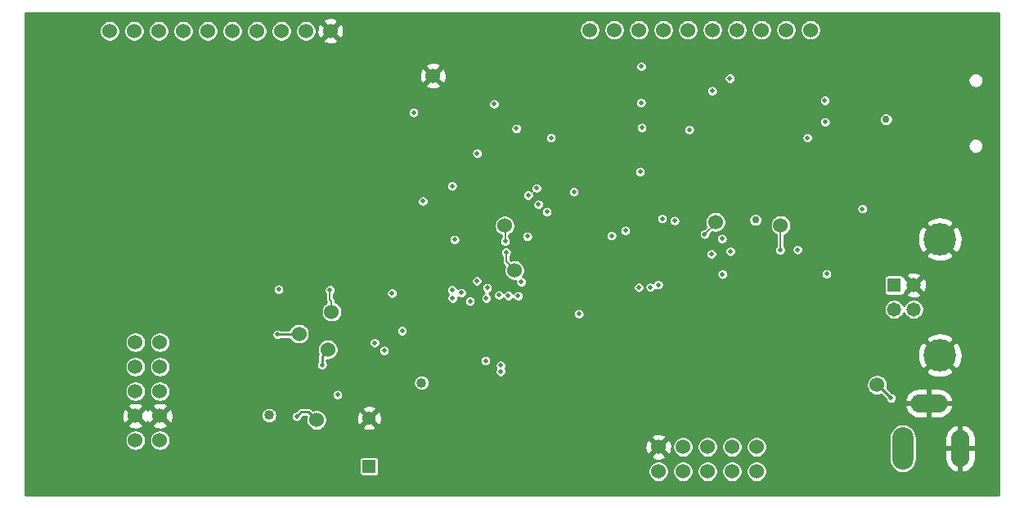
<source format=gbr>
%TF.GenerationSoftware,KiCad,Pcbnew,5.1.10*%
%TF.CreationDate,2021-07-24T17:47:40-07:00*%
%TF.ProjectId,Engine-Controller,456e6769-6e65-42d4-936f-6e74726f6c6c,1.0*%
%TF.SameCoordinates,Original*%
%TF.FileFunction,Copper,L4,Bot*%
%TF.FilePolarity,Positive*%
%FSLAX46Y46*%
G04 Gerber Fmt 4.6, Leading zero omitted, Abs format (unit mm)*
G04 Created by KiCad (PCBNEW 5.1.10) date 2021-07-24 17:47:40*
%MOMM*%
%LPD*%
G01*
G04 APERTURE LIST*
%TA.AperFunction,ComponentPad*%
%ADD10C,1.524000*%
%TD*%
%TA.AperFunction,SMDPad,CuDef*%
%ADD11C,1.524000*%
%TD*%
%TA.AperFunction,ComponentPad*%
%ADD12C,1.371600*%
%TD*%
%TA.AperFunction,ComponentPad*%
%ADD13R,1.371600X1.371600*%
%TD*%
%TA.AperFunction,ComponentPad*%
%ADD14O,2.200000X4.400000*%
%TD*%
%TA.AperFunction,ComponentPad*%
%ADD15O,1.900000X3.800000*%
%TD*%
%TA.AperFunction,ComponentPad*%
%ADD16O,3.800000X1.900000*%
%TD*%
%TA.AperFunction,ComponentPad*%
%ADD17C,3.366000*%
%TD*%
%TA.AperFunction,ComponentPad*%
%ADD18C,1.478000*%
%TD*%
%TA.AperFunction,ComponentPad*%
%ADD19R,1.478000X1.478000*%
%TD*%
%TA.AperFunction,ViaPad*%
%ADD20C,0.500000*%
%TD*%
%TA.AperFunction,ViaPad*%
%ADD21C,0.762000*%
%TD*%
%TA.AperFunction,ViaPad*%
%ADD22C,1.016000*%
%TD*%
%TA.AperFunction,Conductor*%
%ADD23C,0.254000*%
%TD*%
%TA.AperFunction,Conductor*%
%ADD24C,0.177800*%
%TD*%
%TA.AperFunction,Conductor*%
%ADD25C,0.100000*%
%TD*%
G04 APERTURE END LIST*
D10*
%TO.P,P7,10*%
%TO.N,Earth*%
X133604000Y-103860600D03*
%TO.P,P7,9*%
%TO.N,3.3V*%
X131064000Y-103860600D03*
%TO.P,P7,8*%
%TO.N,A7*%
X128524000Y-103860600D03*
%TO.P,P7,7*%
%TO.N,A6*%
X125984000Y-103860600D03*
%TO.P,P7,6*%
%TO.N,A5*%
X123444000Y-103860600D03*
%TO.P,P7,5*%
%TO.N,A4*%
X120904000Y-103860600D03*
%TO.P,P7,4*%
%TO.N,A3*%
X118364000Y-103860600D03*
%TO.P,P7,3*%
%TO.N,A2*%
X115824000Y-103860600D03*
%TO.P,P7,2*%
%TO.N,A1*%
X113284000Y-103860600D03*
%TO.P,P7,1*%
%TO.N,A0*%
X110744000Y-103860600D03*
%TD*%
%TO.P,P4,10*%
%TO.N,PD9*%
X183311800Y-103759000D03*
%TO.P,P4,9*%
%TO.N,PD8*%
X180771800Y-103759000D03*
%TO.P,P4,8*%
%TO.N,PD7*%
X178231800Y-103759000D03*
%TO.P,P4,7*%
%TO.N,PD6*%
X175691800Y-103759000D03*
%TO.P,P4,6*%
%TO.N,/Connectors/PD5_BUF*%
X173151800Y-103759000D03*
%TO.P,P4,5*%
%TO.N,/Connectors/PD4_BUF*%
X170611800Y-103759000D03*
%TO.P,P4,4*%
%TO.N,/Connectors/PD3_BUF*%
X168071800Y-103759000D03*
%TO.P,P4,3*%
%TO.N,/Connectors/PD2_BUF*%
X165531800Y-103759000D03*
%TO.P,P4,2*%
%TO.N,/Connectors/PD1_BUF*%
X162991800Y-103759000D03*
%TO.P,P4,1*%
%TO.N,/Connectors/PD0_BUF*%
X160451800Y-103759000D03*
%TD*%
D11*
%TO.P,TP7,1*%
%TO.N,FLASH_MISO*%
X151638000Y-124053600D03*
%TD*%
D12*
%TO.P,C5,2*%
%TO.N,Earth*%
X137617200Y-143992600D03*
D13*
%TO.P,C5,1*%
%TO.N,5V_BUCK*%
X137617200Y-148996400D03*
%TD*%
D11*
%TO.P,TP1,1*%
%TO.N,/NRST*%
X133731000Y-132969000D03*
%TD*%
%TO.P,TP2,1*%
%TO.N,/power/VIN*%
X190195200Y-140563600D03*
%TD*%
%TO.P,TP3,1*%
%TO.N,Earth*%
X144221200Y-108508800D03*
%TD*%
%TO.P,TP4,1*%
%TO.N,/power/5V*%
X132156200Y-144195800D03*
%TD*%
%TO.P,TP5,1*%
%TO.N,3.3V*%
X130352800Y-135255000D03*
%TD*%
D14*
%TO.P,P1,1*%
%TO.N,/power/V_JACK*%
X192849600Y-147142200D03*
D15*
%TO.P,P1,2*%
%TO.N,Earth*%
X198804600Y-147142200D03*
D16*
%TO.P,P1,3*%
X195554600Y-142452200D03*
%TD*%
D17*
%TO.P,P2,S2*%
%TO.N,Earth*%
X196689800Y-125450400D03*
%TO.P,P2,S1*%
X196689800Y-137490400D03*
D18*
%TO.P,P2,4*%
X193979800Y-130220400D03*
%TO.P,P2,3*%
%TO.N,Net-(P2-Pad3)*%
X193979800Y-132720400D03*
D19*
%TO.P,P2,1*%
%TO.N,5V_USB*%
X191979800Y-130220400D03*
D18*
%TO.P,P2,2*%
%TO.N,Net-(P2-Pad2)*%
X191979800Y-132720400D03*
%TD*%
D10*
%TO.P,P3,A1*%
%TO.N,Net-(P3-PadA1)*%
X115951000Y-136144000D03*
%TO.P,P3,A2*%
%TO.N,Net-(P3-PadA2)*%
X115951000Y-138684000D03*
%TO.P,P3,A3*%
%TO.N,Net-(P3-PadA3)*%
X115951000Y-141224000D03*
%TO.P,P3,A4*%
%TO.N,Earth*%
X115951000Y-143764000D03*
%TO.P,P3,A5*%
%TO.N,Net-(P3-PadA5)*%
X115951000Y-146304000D03*
%TO.P,P3,B1*%
%TO.N,Net-(P3-PadB1)*%
X113411000Y-136144000D03*
%TO.P,P3,B2*%
%TO.N,Net-(P3-PadB2)*%
X113411000Y-138684000D03*
%TO.P,P3,B3*%
%TO.N,SWCLK*%
X113411000Y-141224000D03*
%TO.P,P3,B4*%
%TO.N,Earth*%
X113411000Y-143764000D03*
%TO.P,P3,B5*%
%TO.N,SWDIO*%
X113411000Y-146304000D03*
%TD*%
%TO.P,P5,B5*%
%TO.N,SS*%
X177723800Y-146989800D03*
%TO.P,P5,B4*%
%TO.N,MOSI*%
X175183800Y-146989800D03*
%TO.P,P5,B3*%
%TO.N,MISO*%
X172643800Y-146989800D03*
%TO.P,P5,B2*%
%TO.N,SCK*%
X170103800Y-146989800D03*
%TO.P,P5,B1*%
%TO.N,Earth*%
X167563800Y-146989800D03*
%TO.P,P5,A5*%
%TO.N,SDA*%
X177723800Y-149529800D03*
%TO.P,P5,A4*%
%TO.N,SCL*%
X175183800Y-149529800D03*
%TO.P,P5,A3*%
%TO.N,TX*%
X172643800Y-149529800D03*
%TO.P,P5,A2*%
%TO.N,RX*%
X170103800Y-149529800D03*
%TO.P,P5,A1*%
%TO.N,V_HEAD*%
X167563800Y-149529800D03*
%TD*%
D11*
%TO.P,TP6,1*%
%TO.N,FLASH_SS*%
X173456600Y-123672600D03*
%TD*%
%TO.P,TP8,1*%
%TO.N,FLASH_SCK*%
X180213000Y-124002800D03*
%TD*%
%TO.P,TP9,1*%
%TO.N,FLASH_MOSI*%
X152654000Y-128676400D03*
%TD*%
%TO.P,TP10,1*%
%TO.N,5V_SRC*%
X133324600Y-136880600D03*
%TD*%
D20*
%TO.N,Earth*%
X146558000Y-112801400D03*
X128778000Y-143433800D03*
D21*
X168249600Y-138861800D03*
D20*
X129463800Y-138582400D03*
X132842000Y-150799800D03*
X164490400Y-134416800D03*
D21*
X191058800Y-115265200D03*
X169900600Y-130606800D03*
D20*
X119888000Y-113284000D03*
X147320000Y-132537200D03*
X146380200Y-129743200D03*
X146456400Y-124663200D03*
X147497800Y-120015000D03*
X158242000Y-132969000D03*
X158953200Y-121742200D03*
D21*
X195752400Y-119969600D03*
X195722600Y-103819600D03*
D20*
X156032200Y-115646200D03*
X136804400Y-132969000D03*
X141071600Y-108585000D03*
X133592200Y-119723800D03*
X139471400Y-125247400D03*
X149123400Y-138938000D03*
%TO.N,3.3V*%
X134340600Y-141579600D03*
D21*
X191109600Y-113030000D03*
X177622200Y-123444000D03*
D20*
X188671200Y-122301000D03*
X128244600Y-130657600D03*
X148056600Y-131876800D03*
X146202400Y-130708400D03*
X146456400Y-125501400D03*
X146202400Y-119938800D03*
X159334200Y-133197600D03*
X158800800Y-120548400D03*
X165785800Y-107543600D03*
X142214600Y-112318800D03*
X128117600Y-135331200D03*
%TO.N,SWCLK*%
X149834600Y-130505200D03*
%TO.N,SWDIO*%
X151053800Y-131241800D03*
%TO.N,SS*%
X149656800Y-138049000D03*
%TO.N,MOSI*%
X151231600Y-138531600D03*
%TO.N,MISO*%
X151231600Y-139192000D03*
%TO.N,SCK*%
X141020800Y-134950200D03*
%TO.N,SDA*%
X166725600Y-130429000D03*
%TO.N,SCL*%
X165531800Y-130454400D03*
%TO.N,TX*%
X139166600Y-137007600D03*
%TO.N,RX*%
X138176000Y-136194800D03*
%TO.N,/NRST*%
X133553200Y-130708400D03*
%TO.N,/Connectors/PD2_BUF*%
X156438600Y-114935000D03*
%TO.N,/Connectors/PD3_BUF*%
X170764200Y-114096800D03*
%TO.N,/Connectors/PD5_BUF*%
X173126400Y-110083600D03*
%TO.N,PD6*%
X154076400Y-120904000D03*
%TO.N,PD7*%
X155143200Y-121843800D03*
%TO.N,PD8*%
X164134800Y-124561600D03*
X167944800Y-123317000D03*
%TO.N,PD9*%
X162712400Y-125095000D03*
X169240200Y-123545600D03*
%TO.N,A7*%
X153365200Y-129895600D03*
%TO.N,A6*%
X153035000Y-131343400D03*
%TO.N,A5*%
X152019000Y-131318000D03*
%TO.N,A4*%
X149733000Y-131572000D03*
%TO.N,A3*%
X148755600Y-129781800D03*
%TO.N,A2*%
X147167600Y-131013200D03*
%TO.N,A1*%
X146253200Y-131572000D03*
%TO.N,A0*%
X139979400Y-131064000D03*
%TO.N,SD_DETECT*%
X143183600Y-121517400D03*
X165658800Y-118465600D03*
X167538400Y-130175000D03*
X184962800Y-129057400D03*
%TO.N,FLASH_SS*%
X172339000Y-124942600D03*
%TO.N,FLASH_MISO*%
X173050200Y-127000000D03*
X151688800Y-125653800D03*
%TO.N,FLASH_SCK*%
X180162200Y-126593600D03*
X182981600Y-114935000D03*
%TO.N,FLASH_MOSI*%
X181965600Y-126542800D03*
X151790400Y-126822200D03*
X174193200Y-129082800D03*
X184810400Y-113309400D03*
%TO.N,FLASH_WP*%
X174142400Y-125399800D03*
X148793200Y-116560600D03*
%TO.N,SD_SS*%
X184785000Y-111074200D03*
X156006800Y-122605800D03*
%TO.N,PD5*%
X154940000Y-120167400D03*
X174955200Y-108788200D03*
%TO.N,PD4*%
X165760400Y-111302800D03*
X150545800Y-111429800D03*
%TO.N,PD3*%
X152857200Y-113995200D03*
X165836600Y-113893600D03*
%TO.N,FLASH_HOLD*%
X175006000Y-126720600D03*
X154000200Y-125171200D03*
%TO.N,/power/VIN*%
X191643000Y-141935200D03*
%TO.N,/power/5V*%
X130124200Y-143814800D03*
D22*
%TO.N,5V_USB*%
X127254000Y-143713200D03*
X143027400Y-140335000D03*
D20*
%TO.N,5V_SRC*%
X132740400Y-138480800D03*
%TD*%
D23*
%TO.N,3.3V*%
X128117600Y-135331200D02*
X130378200Y-135331200D01*
X130378200Y-135331200D02*
X130454400Y-135407400D01*
D24*
%TO.N,/NRST*%
X133553200Y-130708400D02*
X133553200Y-131749800D01*
X133553200Y-131749800D02*
X133705600Y-131902200D01*
X133705600Y-131902200D02*
X133705600Y-133070600D01*
%TO.N,FLASH_SS*%
X172339000Y-124942600D02*
X173532800Y-123748800D01*
%TO.N,FLASH_MISO*%
X151688800Y-125653800D02*
X151688800Y-123901200D01*
%TO.N,FLASH_SCK*%
X180162200Y-126593600D02*
X180162200Y-124002800D01*
%TO.N,FLASH_MOSI*%
X151790400Y-126822200D02*
X151790400Y-127787400D01*
X151790400Y-127787400D02*
X152654000Y-128651000D01*
D23*
%TO.N,/power/VIN*%
X191643000Y-141935200D02*
X190322200Y-140614400D01*
%TO.N,/power/5V*%
X132156200Y-144195800D02*
X131318000Y-143357600D01*
X130581400Y-143357600D02*
X130124200Y-143814800D01*
X131318000Y-143357600D02*
X130581400Y-143357600D01*
%TO.N,5V_SRC*%
X132740400Y-138480800D02*
X132740400Y-137591800D01*
X132740400Y-137591800D02*
X133299200Y-137033000D01*
%TD*%
%TO.N,Earth*%
X202742800Y-151942800D02*
X102057200Y-151942800D01*
X102057200Y-148310600D01*
X136599603Y-148310600D01*
X136599603Y-149682200D01*
X136605978Y-149746930D01*
X136624860Y-149809173D01*
X136655521Y-149866537D01*
X136696784Y-149916816D01*
X136747063Y-149958079D01*
X136804427Y-149988740D01*
X136866670Y-150007622D01*
X136931400Y-150013997D01*
X138303000Y-150013997D01*
X138367730Y-150007622D01*
X138429973Y-149988740D01*
X138487337Y-149958079D01*
X138537616Y-149916816D01*
X138578879Y-149866537D01*
X138609540Y-149809173D01*
X138628422Y-149746930D01*
X138634797Y-149682200D01*
X138634797Y-149422228D01*
X166471600Y-149422228D01*
X166471600Y-149637372D01*
X166513572Y-149848383D01*
X166595905Y-150047151D01*
X166715433Y-150226037D01*
X166867563Y-150378167D01*
X167046449Y-150497695D01*
X167245217Y-150580028D01*
X167456228Y-150622000D01*
X167671372Y-150622000D01*
X167882383Y-150580028D01*
X168081151Y-150497695D01*
X168260037Y-150378167D01*
X168412167Y-150226037D01*
X168531695Y-150047151D01*
X168614028Y-149848383D01*
X168656000Y-149637372D01*
X168656000Y-149422228D01*
X169011600Y-149422228D01*
X169011600Y-149637372D01*
X169053572Y-149848383D01*
X169135905Y-150047151D01*
X169255433Y-150226037D01*
X169407563Y-150378167D01*
X169586449Y-150497695D01*
X169785217Y-150580028D01*
X169996228Y-150622000D01*
X170211372Y-150622000D01*
X170422383Y-150580028D01*
X170621151Y-150497695D01*
X170800037Y-150378167D01*
X170952167Y-150226037D01*
X171071695Y-150047151D01*
X171154028Y-149848383D01*
X171196000Y-149637372D01*
X171196000Y-149422228D01*
X171551600Y-149422228D01*
X171551600Y-149637372D01*
X171593572Y-149848383D01*
X171675905Y-150047151D01*
X171795433Y-150226037D01*
X171947563Y-150378167D01*
X172126449Y-150497695D01*
X172325217Y-150580028D01*
X172536228Y-150622000D01*
X172751372Y-150622000D01*
X172962383Y-150580028D01*
X173161151Y-150497695D01*
X173340037Y-150378167D01*
X173492167Y-150226037D01*
X173611695Y-150047151D01*
X173694028Y-149848383D01*
X173736000Y-149637372D01*
X173736000Y-149422228D01*
X174091600Y-149422228D01*
X174091600Y-149637372D01*
X174133572Y-149848383D01*
X174215905Y-150047151D01*
X174335433Y-150226037D01*
X174487563Y-150378167D01*
X174666449Y-150497695D01*
X174865217Y-150580028D01*
X175076228Y-150622000D01*
X175291372Y-150622000D01*
X175502383Y-150580028D01*
X175701151Y-150497695D01*
X175880037Y-150378167D01*
X176032167Y-150226037D01*
X176151695Y-150047151D01*
X176234028Y-149848383D01*
X176276000Y-149637372D01*
X176276000Y-149422228D01*
X176631600Y-149422228D01*
X176631600Y-149637372D01*
X176673572Y-149848383D01*
X176755905Y-150047151D01*
X176875433Y-150226037D01*
X177027563Y-150378167D01*
X177206449Y-150497695D01*
X177405217Y-150580028D01*
X177616228Y-150622000D01*
X177831372Y-150622000D01*
X178042383Y-150580028D01*
X178241151Y-150497695D01*
X178420037Y-150378167D01*
X178572167Y-150226037D01*
X178691695Y-150047151D01*
X178774028Y-149848383D01*
X178816000Y-149637372D01*
X178816000Y-149422228D01*
X178774028Y-149211217D01*
X178691695Y-149012449D01*
X178572167Y-148833563D01*
X178420037Y-148681433D01*
X178241151Y-148561905D01*
X178042383Y-148479572D01*
X177831372Y-148437600D01*
X177616228Y-148437600D01*
X177405217Y-148479572D01*
X177206449Y-148561905D01*
X177027563Y-148681433D01*
X176875433Y-148833563D01*
X176755905Y-149012449D01*
X176673572Y-149211217D01*
X176631600Y-149422228D01*
X176276000Y-149422228D01*
X176234028Y-149211217D01*
X176151695Y-149012449D01*
X176032167Y-148833563D01*
X175880037Y-148681433D01*
X175701151Y-148561905D01*
X175502383Y-148479572D01*
X175291372Y-148437600D01*
X175076228Y-148437600D01*
X174865217Y-148479572D01*
X174666449Y-148561905D01*
X174487563Y-148681433D01*
X174335433Y-148833563D01*
X174215905Y-149012449D01*
X174133572Y-149211217D01*
X174091600Y-149422228D01*
X173736000Y-149422228D01*
X173694028Y-149211217D01*
X173611695Y-149012449D01*
X173492167Y-148833563D01*
X173340037Y-148681433D01*
X173161151Y-148561905D01*
X172962383Y-148479572D01*
X172751372Y-148437600D01*
X172536228Y-148437600D01*
X172325217Y-148479572D01*
X172126449Y-148561905D01*
X171947563Y-148681433D01*
X171795433Y-148833563D01*
X171675905Y-149012449D01*
X171593572Y-149211217D01*
X171551600Y-149422228D01*
X171196000Y-149422228D01*
X171154028Y-149211217D01*
X171071695Y-149012449D01*
X170952167Y-148833563D01*
X170800037Y-148681433D01*
X170621151Y-148561905D01*
X170422383Y-148479572D01*
X170211372Y-148437600D01*
X169996228Y-148437600D01*
X169785217Y-148479572D01*
X169586449Y-148561905D01*
X169407563Y-148681433D01*
X169255433Y-148833563D01*
X169135905Y-149012449D01*
X169053572Y-149211217D01*
X169011600Y-149422228D01*
X168656000Y-149422228D01*
X168614028Y-149211217D01*
X168531695Y-149012449D01*
X168412167Y-148833563D01*
X168260037Y-148681433D01*
X168081151Y-148561905D01*
X167882383Y-148479572D01*
X167671372Y-148437600D01*
X167456228Y-148437600D01*
X167245217Y-148479572D01*
X167046449Y-148561905D01*
X166867563Y-148681433D01*
X166715433Y-148833563D01*
X166595905Y-149012449D01*
X166513572Y-149211217D01*
X166471600Y-149422228D01*
X138634797Y-149422228D01*
X138634797Y-148310600D01*
X138628422Y-148245870D01*
X138609540Y-148183627D01*
X138578879Y-148126263D01*
X138537616Y-148075984D01*
X138487337Y-148034721D01*
X138429973Y-148004060D01*
X138367730Y-147985178D01*
X138303000Y-147978803D01*
X136931400Y-147978803D01*
X136866670Y-147985178D01*
X136804427Y-148004060D01*
X136747063Y-148034721D01*
X136696784Y-148075984D01*
X136655521Y-148126263D01*
X136624860Y-148183627D01*
X136605978Y-148245870D01*
X136599603Y-148310600D01*
X102057200Y-148310600D01*
X102057200Y-147955365D01*
X166777840Y-147955365D01*
X166844820Y-148195456D01*
X167093848Y-148312556D01*
X167360935Y-148378823D01*
X167635817Y-148391710D01*
X167907933Y-148350722D01*
X168166823Y-148257436D01*
X168282780Y-148195456D01*
X168349760Y-147955365D01*
X167563800Y-147169405D01*
X166777840Y-147955365D01*
X102057200Y-147955365D01*
X102057200Y-146196428D01*
X112318800Y-146196428D01*
X112318800Y-146411572D01*
X112360772Y-146622583D01*
X112443105Y-146821351D01*
X112562633Y-147000237D01*
X112714763Y-147152367D01*
X112893649Y-147271895D01*
X113092417Y-147354228D01*
X113303428Y-147396200D01*
X113518572Y-147396200D01*
X113729583Y-147354228D01*
X113928351Y-147271895D01*
X114107237Y-147152367D01*
X114259367Y-147000237D01*
X114378895Y-146821351D01*
X114461228Y-146622583D01*
X114503200Y-146411572D01*
X114503200Y-146196428D01*
X114858800Y-146196428D01*
X114858800Y-146411572D01*
X114900772Y-146622583D01*
X114983105Y-146821351D01*
X115102633Y-147000237D01*
X115254763Y-147152367D01*
X115433649Y-147271895D01*
X115632417Y-147354228D01*
X115843428Y-147396200D01*
X116058572Y-147396200D01*
X116269583Y-147354228D01*
X116468351Y-147271895D01*
X116647237Y-147152367D01*
X116737787Y-147061817D01*
X166161890Y-147061817D01*
X166202878Y-147333933D01*
X166296164Y-147592823D01*
X166358144Y-147708780D01*
X166598235Y-147775760D01*
X167384195Y-146989800D01*
X167743405Y-146989800D01*
X168529365Y-147775760D01*
X168769456Y-147708780D01*
X168886556Y-147459752D01*
X168952823Y-147192665D01*
X168965710Y-146917783D01*
X168960355Y-146882228D01*
X169011600Y-146882228D01*
X169011600Y-147097372D01*
X169053572Y-147308383D01*
X169135905Y-147507151D01*
X169255433Y-147686037D01*
X169407563Y-147838167D01*
X169586449Y-147957695D01*
X169785217Y-148040028D01*
X169996228Y-148082000D01*
X170211372Y-148082000D01*
X170422383Y-148040028D01*
X170621151Y-147957695D01*
X170800037Y-147838167D01*
X170952167Y-147686037D01*
X171071695Y-147507151D01*
X171154028Y-147308383D01*
X171196000Y-147097372D01*
X171196000Y-146882228D01*
X171551600Y-146882228D01*
X171551600Y-147097372D01*
X171593572Y-147308383D01*
X171675905Y-147507151D01*
X171795433Y-147686037D01*
X171947563Y-147838167D01*
X172126449Y-147957695D01*
X172325217Y-148040028D01*
X172536228Y-148082000D01*
X172751372Y-148082000D01*
X172962383Y-148040028D01*
X173161151Y-147957695D01*
X173340037Y-147838167D01*
X173492167Y-147686037D01*
X173611695Y-147507151D01*
X173694028Y-147308383D01*
X173736000Y-147097372D01*
X173736000Y-146882228D01*
X174091600Y-146882228D01*
X174091600Y-147097372D01*
X174133572Y-147308383D01*
X174215905Y-147507151D01*
X174335433Y-147686037D01*
X174487563Y-147838167D01*
X174666449Y-147957695D01*
X174865217Y-148040028D01*
X175076228Y-148082000D01*
X175291372Y-148082000D01*
X175502383Y-148040028D01*
X175701151Y-147957695D01*
X175880037Y-147838167D01*
X176032167Y-147686037D01*
X176151695Y-147507151D01*
X176234028Y-147308383D01*
X176276000Y-147097372D01*
X176276000Y-146882228D01*
X176631600Y-146882228D01*
X176631600Y-147097372D01*
X176673572Y-147308383D01*
X176755905Y-147507151D01*
X176875433Y-147686037D01*
X177027563Y-147838167D01*
X177206449Y-147957695D01*
X177405217Y-148040028D01*
X177616228Y-148082000D01*
X177831372Y-148082000D01*
X178042383Y-148040028D01*
X178241151Y-147957695D01*
X178420037Y-147838167D01*
X178572167Y-147686037D01*
X178691695Y-147507151D01*
X178774028Y-147308383D01*
X178816000Y-147097372D01*
X178816000Y-146882228D01*
X178774028Y-146671217D01*
X178691695Y-146472449D01*
X178572167Y-146293563D01*
X178420037Y-146141433D01*
X178241151Y-146021905D01*
X178120529Y-145971941D01*
X191419400Y-145971941D01*
X191419401Y-148312460D01*
X191440095Y-148522568D01*
X191521875Y-148792162D01*
X191654679Y-149040621D01*
X191833404Y-149258397D01*
X192051180Y-149437122D01*
X192299639Y-149569926D01*
X192569233Y-149651706D01*
X192849600Y-149679320D01*
X193129968Y-149651706D01*
X193399562Y-149569926D01*
X193648021Y-149437122D01*
X193865797Y-149258397D01*
X194044522Y-149040621D01*
X194177326Y-148792162D01*
X194259106Y-148522568D01*
X194279800Y-148312460D01*
X194279800Y-147269200D01*
X197219600Y-147269200D01*
X197219600Y-148219200D01*
X197274832Y-148525978D01*
X197388852Y-148816086D01*
X197557278Y-149078375D01*
X197773638Y-149302766D01*
X198029617Y-149480636D01*
X198315379Y-149605149D01*
X198432012Y-149632786D01*
X198677600Y-149512784D01*
X198677600Y-147269200D01*
X198931600Y-147269200D01*
X198931600Y-149512784D01*
X199177188Y-149632786D01*
X199293821Y-149605149D01*
X199579583Y-149480636D01*
X199835562Y-149302766D01*
X200051922Y-149078375D01*
X200220348Y-148816086D01*
X200334368Y-148525978D01*
X200389600Y-148219200D01*
X200389600Y-147269200D01*
X198931600Y-147269200D01*
X198677600Y-147269200D01*
X197219600Y-147269200D01*
X194279800Y-147269200D01*
X194279800Y-146065200D01*
X197219600Y-146065200D01*
X197219600Y-147015200D01*
X198677600Y-147015200D01*
X198677600Y-144771616D01*
X198931600Y-144771616D01*
X198931600Y-147015200D01*
X200389600Y-147015200D01*
X200389600Y-146065200D01*
X200334368Y-145758422D01*
X200220348Y-145468314D01*
X200051922Y-145206025D01*
X199835562Y-144981634D01*
X199579583Y-144803764D01*
X199293821Y-144679251D01*
X199177188Y-144651614D01*
X198931600Y-144771616D01*
X198677600Y-144771616D01*
X198432012Y-144651614D01*
X198315379Y-144679251D01*
X198029617Y-144803764D01*
X197773638Y-144981634D01*
X197557278Y-145206025D01*
X197388852Y-145468314D01*
X197274832Y-145758422D01*
X197219600Y-146065200D01*
X194279800Y-146065200D01*
X194279800Y-145971940D01*
X194259106Y-145761832D01*
X194177326Y-145492238D01*
X194044522Y-145243779D01*
X193865796Y-145026003D01*
X193648020Y-144847278D01*
X193399561Y-144714474D01*
X193129967Y-144632694D01*
X192849600Y-144605080D01*
X192569232Y-144632694D01*
X192299638Y-144714474D01*
X192051179Y-144847278D01*
X191833403Y-145026004D01*
X191654678Y-145243780D01*
X191521874Y-145492239D01*
X191440094Y-145761833D01*
X191419400Y-145971941D01*
X178120529Y-145971941D01*
X178042383Y-145939572D01*
X177831372Y-145897600D01*
X177616228Y-145897600D01*
X177405217Y-145939572D01*
X177206449Y-146021905D01*
X177027563Y-146141433D01*
X176875433Y-146293563D01*
X176755905Y-146472449D01*
X176673572Y-146671217D01*
X176631600Y-146882228D01*
X176276000Y-146882228D01*
X176234028Y-146671217D01*
X176151695Y-146472449D01*
X176032167Y-146293563D01*
X175880037Y-146141433D01*
X175701151Y-146021905D01*
X175502383Y-145939572D01*
X175291372Y-145897600D01*
X175076228Y-145897600D01*
X174865217Y-145939572D01*
X174666449Y-146021905D01*
X174487563Y-146141433D01*
X174335433Y-146293563D01*
X174215905Y-146472449D01*
X174133572Y-146671217D01*
X174091600Y-146882228D01*
X173736000Y-146882228D01*
X173694028Y-146671217D01*
X173611695Y-146472449D01*
X173492167Y-146293563D01*
X173340037Y-146141433D01*
X173161151Y-146021905D01*
X172962383Y-145939572D01*
X172751372Y-145897600D01*
X172536228Y-145897600D01*
X172325217Y-145939572D01*
X172126449Y-146021905D01*
X171947563Y-146141433D01*
X171795433Y-146293563D01*
X171675905Y-146472449D01*
X171593572Y-146671217D01*
X171551600Y-146882228D01*
X171196000Y-146882228D01*
X171154028Y-146671217D01*
X171071695Y-146472449D01*
X170952167Y-146293563D01*
X170800037Y-146141433D01*
X170621151Y-146021905D01*
X170422383Y-145939572D01*
X170211372Y-145897600D01*
X169996228Y-145897600D01*
X169785217Y-145939572D01*
X169586449Y-146021905D01*
X169407563Y-146141433D01*
X169255433Y-146293563D01*
X169135905Y-146472449D01*
X169053572Y-146671217D01*
X169011600Y-146882228D01*
X168960355Y-146882228D01*
X168924722Y-146645667D01*
X168831436Y-146386777D01*
X168769456Y-146270820D01*
X168529365Y-146203840D01*
X167743405Y-146989800D01*
X167384195Y-146989800D01*
X166598235Y-146203840D01*
X166358144Y-146270820D01*
X166241044Y-146519848D01*
X166174777Y-146786935D01*
X166161890Y-147061817D01*
X116737787Y-147061817D01*
X116799367Y-147000237D01*
X116918895Y-146821351D01*
X117001228Y-146622583D01*
X117043200Y-146411572D01*
X117043200Y-146196428D01*
X117008950Y-146024235D01*
X166777840Y-146024235D01*
X167563800Y-146810195D01*
X168349760Y-146024235D01*
X168282780Y-145784144D01*
X168033752Y-145667044D01*
X167766665Y-145600777D01*
X167491783Y-145587890D01*
X167219667Y-145628878D01*
X166960777Y-145722164D01*
X166844820Y-145784144D01*
X166777840Y-146024235D01*
X117008950Y-146024235D01*
X117001228Y-145985417D01*
X116918895Y-145786649D01*
X116799367Y-145607763D01*
X116647237Y-145455633D01*
X116468351Y-145336105D01*
X116269583Y-145253772D01*
X116058572Y-145211800D01*
X115843428Y-145211800D01*
X115632417Y-145253772D01*
X115433649Y-145336105D01*
X115254763Y-145455633D01*
X115102633Y-145607763D01*
X114983105Y-145786649D01*
X114900772Y-145985417D01*
X114858800Y-146196428D01*
X114503200Y-146196428D01*
X114461228Y-145985417D01*
X114378895Y-145786649D01*
X114259367Y-145607763D01*
X114107237Y-145455633D01*
X113928351Y-145336105D01*
X113729583Y-145253772D01*
X113518572Y-145211800D01*
X113303428Y-145211800D01*
X113092417Y-145253772D01*
X112893649Y-145336105D01*
X112714763Y-145455633D01*
X112562633Y-145607763D01*
X112443105Y-145786649D01*
X112360772Y-145985417D01*
X112318800Y-146196428D01*
X102057200Y-146196428D01*
X102057200Y-144729565D01*
X112625040Y-144729565D01*
X112692020Y-144969656D01*
X112941048Y-145086756D01*
X113208135Y-145153023D01*
X113483017Y-145165910D01*
X113755133Y-145124922D01*
X114014023Y-145031636D01*
X114129980Y-144969656D01*
X114196960Y-144729565D01*
X115165040Y-144729565D01*
X115232020Y-144969656D01*
X115481048Y-145086756D01*
X115748135Y-145153023D01*
X116023017Y-145165910D01*
X116295133Y-145124922D01*
X116554023Y-145031636D01*
X116669980Y-144969656D01*
X116736960Y-144729565D01*
X115951000Y-143943605D01*
X115165040Y-144729565D01*
X114196960Y-144729565D01*
X113411000Y-143943605D01*
X112625040Y-144729565D01*
X102057200Y-144729565D01*
X102057200Y-143836017D01*
X112009090Y-143836017D01*
X112050078Y-144108133D01*
X112143364Y-144367023D01*
X112205344Y-144482980D01*
X112445435Y-144549960D01*
X113231395Y-143764000D01*
X113590605Y-143764000D01*
X114376565Y-144549960D01*
X114616656Y-144482980D01*
X114678079Y-144352356D01*
X114683364Y-144367023D01*
X114745344Y-144482980D01*
X114985435Y-144549960D01*
X115771395Y-143764000D01*
X116130605Y-143764000D01*
X116916565Y-144549960D01*
X117156656Y-144482980D01*
X117273756Y-144233952D01*
X117340023Y-143966865D01*
X117352910Y-143691983D01*
X117343671Y-143630644D01*
X126415800Y-143630644D01*
X126415800Y-143795756D01*
X126448011Y-143957694D01*
X126511197Y-144110237D01*
X126602927Y-144247522D01*
X126719678Y-144364273D01*
X126856963Y-144456003D01*
X127009506Y-144519189D01*
X127171444Y-144551400D01*
X127336556Y-144551400D01*
X127498494Y-144519189D01*
X127651037Y-144456003D01*
X127788322Y-144364273D01*
X127905073Y-144247522D01*
X127996803Y-144110237D01*
X128059989Y-143957694D01*
X128092200Y-143795756D01*
X128092200Y-143757655D01*
X129544000Y-143757655D01*
X129544000Y-143871945D01*
X129566297Y-143984038D01*
X129610034Y-144089628D01*
X129673529Y-144184656D01*
X129754344Y-144265471D01*
X129849372Y-144328966D01*
X129954962Y-144372703D01*
X130067055Y-144395000D01*
X130181345Y-144395000D01*
X130293438Y-144372703D01*
X130399028Y-144328966D01*
X130494056Y-144265471D01*
X130574871Y-144184656D01*
X130638366Y-144089628D01*
X130682103Y-143984038D01*
X130702107Y-143883470D01*
X130770778Y-143814800D01*
X131128623Y-143814800D01*
X131130888Y-143817065D01*
X131105972Y-143877217D01*
X131064000Y-144088228D01*
X131064000Y-144303372D01*
X131105972Y-144514383D01*
X131188305Y-144713151D01*
X131307833Y-144892037D01*
X131459963Y-145044167D01*
X131638849Y-145163695D01*
X131837617Y-145246028D01*
X132048628Y-145288000D01*
X132263772Y-145288000D01*
X132474783Y-145246028D01*
X132673551Y-145163695D01*
X132852437Y-145044167D01*
X132992883Y-144903721D01*
X136885685Y-144903721D01*
X136943421Y-145136042D01*
X137179442Y-145245519D01*
X137432286Y-145306847D01*
X137692236Y-145317669D01*
X137949303Y-145277570D01*
X138193607Y-145188090D01*
X138290979Y-145136042D01*
X138348715Y-144903721D01*
X137617200Y-144172205D01*
X136885685Y-144903721D01*
X132992883Y-144903721D01*
X133004567Y-144892037D01*
X133124095Y-144713151D01*
X133206428Y-144514383D01*
X133248400Y-144303372D01*
X133248400Y-144088228D01*
X133244305Y-144067636D01*
X136292131Y-144067636D01*
X136332230Y-144324703D01*
X136421710Y-144569007D01*
X136473758Y-144666379D01*
X136706079Y-144724115D01*
X137437595Y-143992600D01*
X137796805Y-143992600D01*
X138528321Y-144724115D01*
X138760642Y-144666379D01*
X138870119Y-144430358D01*
X138931447Y-144177514D01*
X138942269Y-143917564D01*
X138902170Y-143660497D01*
X138812690Y-143416193D01*
X138760642Y-143318821D01*
X138528321Y-143261085D01*
X137796805Y-143992600D01*
X137437595Y-143992600D01*
X136706079Y-143261085D01*
X136473758Y-143318821D01*
X136364281Y-143554842D01*
X136302953Y-143807686D01*
X136292131Y-144067636D01*
X133244305Y-144067636D01*
X133206428Y-143877217D01*
X133124095Y-143678449D01*
X133004567Y-143499563D01*
X132852437Y-143347433D01*
X132673551Y-143227905D01*
X132474783Y-143145572D01*
X132263772Y-143103600D01*
X132048628Y-143103600D01*
X131837617Y-143145572D01*
X131777465Y-143170488D01*
X131688456Y-143081479D01*
X136885685Y-143081479D01*
X137617200Y-143812995D01*
X138348715Y-143081479D01*
X138290979Y-142849158D01*
X138238440Y-142824788D01*
X193064014Y-142824788D01*
X193091651Y-142941421D01*
X193216164Y-143227183D01*
X193394034Y-143483162D01*
X193618425Y-143699522D01*
X193880714Y-143867948D01*
X194170822Y-143981968D01*
X194477600Y-144037200D01*
X195427600Y-144037200D01*
X195427600Y-142579200D01*
X195681600Y-142579200D01*
X195681600Y-144037200D01*
X196631600Y-144037200D01*
X196938378Y-143981968D01*
X197228486Y-143867948D01*
X197490775Y-143699522D01*
X197715166Y-143483162D01*
X197893036Y-143227183D01*
X198017549Y-142941421D01*
X198045186Y-142824788D01*
X197925184Y-142579200D01*
X195681600Y-142579200D01*
X195427600Y-142579200D01*
X193184016Y-142579200D01*
X193064014Y-142824788D01*
X138238440Y-142824788D01*
X138054958Y-142739681D01*
X137802114Y-142678353D01*
X137542164Y-142667531D01*
X137285097Y-142707630D01*
X137040793Y-142797110D01*
X136943421Y-142849158D01*
X136885685Y-143081479D01*
X131688456Y-143081479D01*
X131657174Y-143050197D01*
X131642853Y-143032747D01*
X131573236Y-142975613D01*
X131493809Y-142933159D01*
X131407627Y-142907015D01*
X131340460Y-142900400D01*
X131340450Y-142900400D01*
X131318000Y-142898189D01*
X131295550Y-142900400D01*
X130603849Y-142900400D01*
X130581399Y-142898189D01*
X130558949Y-142900400D01*
X130558940Y-142900400D01*
X130491773Y-142907015D01*
X130405591Y-142933159D01*
X130390134Y-142941421D01*
X130326163Y-142975613D01*
X130273992Y-143018430D01*
X130256547Y-143032747D01*
X130242230Y-143050192D01*
X130055530Y-143236893D01*
X129954962Y-143256897D01*
X129849372Y-143300634D01*
X129754344Y-143364129D01*
X129673529Y-143444944D01*
X129610034Y-143539972D01*
X129566297Y-143645562D01*
X129544000Y-143757655D01*
X128092200Y-143757655D01*
X128092200Y-143630644D01*
X128059989Y-143468706D01*
X127996803Y-143316163D01*
X127905073Y-143178878D01*
X127788322Y-143062127D01*
X127651037Y-142970397D01*
X127498494Y-142907211D01*
X127336556Y-142875000D01*
X127171444Y-142875000D01*
X127009506Y-142907211D01*
X126856963Y-142970397D01*
X126719678Y-143062127D01*
X126602927Y-143178878D01*
X126511197Y-143316163D01*
X126448011Y-143468706D01*
X126415800Y-143630644D01*
X117343671Y-143630644D01*
X117311922Y-143419867D01*
X117218636Y-143160977D01*
X117156656Y-143045020D01*
X116916565Y-142978040D01*
X116130605Y-143764000D01*
X115771395Y-143764000D01*
X114985435Y-142978040D01*
X114745344Y-143045020D01*
X114683921Y-143175644D01*
X114678636Y-143160977D01*
X114616656Y-143045020D01*
X114376565Y-142978040D01*
X113590605Y-143764000D01*
X113231395Y-143764000D01*
X112445435Y-142978040D01*
X112205344Y-143045020D01*
X112088244Y-143294048D01*
X112021977Y-143561135D01*
X112009090Y-143836017D01*
X102057200Y-143836017D01*
X102057200Y-142798435D01*
X112625040Y-142798435D01*
X113411000Y-143584395D01*
X114196960Y-142798435D01*
X115165040Y-142798435D01*
X115951000Y-143584395D01*
X116736960Y-142798435D01*
X116669980Y-142558344D01*
X116420952Y-142441244D01*
X116153865Y-142374977D01*
X115878983Y-142362090D01*
X115606867Y-142403078D01*
X115347977Y-142496364D01*
X115232020Y-142558344D01*
X115165040Y-142798435D01*
X114196960Y-142798435D01*
X114129980Y-142558344D01*
X113880952Y-142441244D01*
X113613865Y-142374977D01*
X113338983Y-142362090D01*
X113066867Y-142403078D01*
X112807977Y-142496364D01*
X112692020Y-142558344D01*
X112625040Y-142798435D01*
X102057200Y-142798435D01*
X102057200Y-141116428D01*
X112318800Y-141116428D01*
X112318800Y-141331572D01*
X112360772Y-141542583D01*
X112443105Y-141741351D01*
X112562633Y-141920237D01*
X112714763Y-142072367D01*
X112893649Y-142191895D01*
X113092417Y-142274228D01*
X113303428Y-142316200D01*
X113518572Y-142316200D01*
X113729583Y-142274228D01*
X113928351Y-142191895D01*
X114107237Y-142072367D01*
X114259367Y-141920237D01*
X114378895Y-141741351D01*
X114461228Y-141542583D01*
X114503200Y-141331572D01*
X114503200Y-141116428D01*
X114858800Y-141116428D01*
X114858800Y-141331572D01*
X114900772Y-141542583D01*
X114983105Y-141741351D01*
X115102633Y-141920237D01*
X115254763Y-142072367D01*
X115433649Y-142191895D01*
X115632417Y-142274228D01*
X115843428Y-142316200D01*
X116058572Y-142316200D01*
X116269583Y-142274228D01*
X116468351Y-142191895D01*
X116647237Y-142072367D01*
X116799367Y-141920237D01*
X116918895Y-141741351D01*
X117001228Y-141542583D01*
X117005231Y-141522455D01*
X133760400Y-141522455D01*
X133760400Y-141636745D01*
X133782697Y-141748838D01*
X133826434Y-141854428D01*
X133889929Y-141949456D01*
X133970744Y-142030271D01*
X134065772Y-142093766D01*
X134171362Y-142137503D01*
X134283455Y-142159800D01*
X134397745Y-142159800D01*
X134509838Y-142137503D01*
X134615428Y-142093766D01*
X134710456Y-142030271D01*
X134791271Y-141949456D01*
X134854766Y-141854428D01*
X134898503Y-141748838D01*
X134920800Y-141636745D01*
X134920800Y-141522455D01*
X134898503Y-141410362D01*
X134854766Y-141304772D01*
X134791271Y-141209744D01*
X134710456Y-141128929D01*
X134615428Y-141065434D01*
X134509838Y-141021697D01*
X134397745Y-140999400D01*
X134283455Y-140999400D01*
X134171362Y-141021697D01*
X134065772Y-141065434D01*
X133970744Y-141128929D01*
X133889929Y-141209744D01*
X133826434Y-141304772D01*
X133782697Y-141410362D01*
X133760400Y-141522455D01*
X117005231Y-141522455D01*
X117043200Y-141331572D01*
X117043200Y-141116428D01*
X117001228Y-140905417D01*
X116918895Y-140706649D01*
X116799367Y-140527763D01*
X116647237Y-140375633D01*
X116468351Y-140256105D01*
X116459513Y-140252444D01*
X142189200Y-140252444D01*
X142189200Y-140417556D01*
X142221411Y-140579494D01*
X142284597Y-140732037D01*
X142376327Y-140869322D01*
X142493078Y-140986073D01*
X142630363Y-141077803D01*
X142782906Y-141140989D01*
X142944844Y-141173200D01*
X143109956Y-141173200D01*
X143271894Y-141140989D01*
X143424437Y-141077803D01*
X143561722Y-140986073D01*
X143678473Y-140869322D01*
X143770203Y-140732037D01*
X143833389Y-140579494D01*
X143857947Y-140456028D01*
X189103000Y-140456028D01*
X189103000Y-140671172D01*
X189144972Y-140882183D01*
X189227305Y-141080951D01*
X189346833Y-141259837D01*
X189498963Y-141411967D01*
X189677849Y-141531495D01*
X189876617Y-141613828D01*
X190087628Y-141655800D01*
X190302772Y-141655800D01*
X190513783Y-141613828D01*
X190627816Y-141566594D01*
X191065093Y-142003870D01*
X191085097Y-142104438D01*
X191128834Y-142210028D01*
X191192329Y-142305056D01*
X191273144Y-142385871D01*
X191368172Y-142449366D01*
X191473762Y-142493103D01*
X191585855Y-142515400D01*
X191700145Y-142515400D01*
X191812238Y-142493103D01*
X191917828Y-142449366D01*
X192012856Y-142385871D01*
X192093671Y-142305056D01*
X192157166Y-142210028D01*
X192200903Y-142104438D01*
X192205841Y-142079612D01*
X193064014Y-142079612D01*
X193184016Y-142325200D01*
X195427600Y-142325200D01*
X195427600Y-140867200D01*
X195681600Y-140867200D01*
X195681600Y-142325200D01*
X197925184Y-142325200D01*
X198045186Y-142079612D01*
X198017549Y-141962979D01*
X197893036Y-141677217D01*
X197715166Y-141421238D01*
X197490775Y-141204878D01*
X197228486Y-141036452D01*
X196938378Y-140922432D01*
X196631600Y-140867200D01*
X195681600Y-140867200D01*
X195427600Y-140867200D01*
X194477600Y-140867200D01*
X194170822Y-140922432D01*
X193880714Y-141036452D01*
X193618425Y-141204878D01*
X193394034Y-141421238D01*
X193216164Y-141677217D01*
X193091651Y-141962979D01*
X193064014Y-142079612D01*
X192205841Y-142079612D01*
X192223200Y-141992345D01*
X192223200Y-141878055D01*
X192200903Y-141765962D01*
X192157166Y-141660372D01*
X192093671Y-141565344D01*
X192012856Y-141484529D01*
X191917828Y-141421034D01*
X191812238Y-141377297D01*
X191711670Y-141357293D01*
X191242831Y-140888453D01*
X191245428Y-140882183D01*
X191287400Y-140671172D01*
X191287400Y-140456028D01*
X191245428Y-140245017D01*
X191163095Y-140046249D01*
X191043567Y-139867363D01*
X190891437Y-139715233D01*
X190712551Y-139595705D01*
X190513783Y-139513372D01*
X190302772Y-139471400D01*
X190087628Y-139471400D01*
X189876617Y-139513372D01*
X189677849Y-139595705D01*
X189498963Y-139715233D01*
X189346833Y-139867363D01*
X189227305Y-140046249D01*
X189144972Y-140245017D01*
X189103000Y-140456028D01*
X143857947Y-140456028D01*
X143865600Y-140417556D01*
X143865600Y-140252444D01*
X143833389Y-140090506D01*
X143770203Y-139937963D01*
X143678473Y-139800678D01*
X143561722Y-139683927D01*
X143424437Y-139592197D01*
X143271894Y-139529011D01*
X143109956Y-139496800D01*
X142944844Y-139496800D01*
X142782906Y-139529011D01*
X142630363Y-139592197D01*
X142493078Y-139683927D01*
X142376327Y-139800678D01*
X142284597Y-139937963D01*
X142221411Y-140090506D01*
X142189200Y-140252444D01*
X116459513Y-140252444D01*
X116269583Y-140173772D01*
X116058572Y-140131800D01*
X115843428Y-140131800D01*
X115632417Y-140173772D01*
X115433649Y-140256105D01*
X115254763Y-140375633D01*
X115102633Y-140527763D01*
X114983105Y-140706649D01*
X114900772Y-140905417D01*
X114858800Y-141116428D01*
X114503200Y-141116428D01*
X114461228Y-140905417D01*
X114378895Y-140706649D01*
X114259367Y-140527763D01*
X114107237Y-140375633D01*
X113928351Y-140256105D01*
X113729583Y-140173772D01*
X113518572Y-140131800D01*
X113303428Y-140131800D01*
X113092417Y-140173772D01*
X112893649Y-140256105D01*
X112714763Y-140375633D01*
X112562633Y-140527763D01*
X112443105Y-140706649D01*
X112360772Y-140905417D01*
X112318800Y-141116428D01*
X102057200Y-141116428D01*
X102057200Y-138576428D01*
X112318800Y-138576428D01*
X112318800Y-138791572D01*
X112360772Y-139002583D01*
X112443105Y-139201351D01*
X112562633Y-139380237D01*
X112714763Y-139532367D01*
X112893649Y-139651895D01*
X113092417Y-139734228D01*
X113303428Y-139776200D01*
X113518572Y-139776200D01*
X113729583Y-139734228D01*
X113928351Y-139651895D01*
X114107237Y-139532367D01*
X114259367Y-139380237D01*
X114378895Y-139201351D01*
X114461228Y-139002583D01*
X114503200Y-138791572D01*
X114503200Y-138576428D01*
X114858800Y-138576428D01*
X114858800Y-138791572D01*
X114900772Y-139002583D01*
X114983105Y-139201351D01*
X115102633Y-139380237D01*
X115254763Y-139532367D01*
X115433649Y-139651895D01*
X115632417Y-139734228D01*
X115843428Y-139776200D01*
X116058572Y-139776200D01*
X116269583Y-139734228D01*
X116468351Y-139651895D01*
X116647237Y-139532367D01*
X116799367Y-139380237D01*
X116918895Y-139201351D01*
X117001228Y-139002583D01*
X117043200Y-138791572D01*
X117043200Y-138576428D01*
X117012813Y-138423655D01*
X132160200Y-138423655D01*
X132160200Y-138537945D01*
X132182497Y-138650038D01*
X132226234Y-138755628D01*
X132289729Y-138850656D01*
X132370544Y-138931471D01*
X132465572Y-138994966D01*
X132571162Y-139038703D01*
X132683255Y-139061000D01*
X132797545Y-139061000D01*
X132909638Y-139038703D01*
X133015228Y-138994966D01*
X133110256Y-138931471D01*
X133191071Y-138850656D01*
X133254566Y-138755628D01*
X133298303Y-138650038D01*
X133320600Y-138537945D01*
X133320600Y-138423655D01*
X133298303Y-138311562D01*
X133254566Y-138205972D01*
X133197600Y-138120715D01*
X133197600Y-137991855D01*
X149076600Y-137991855D01*
X149076600Y-138106145D01*
X149098897Y-138218238D01*
X149142634Y-138323828D01*
X149206129Y-138418856D01*
X149286944Y-138499671D01*
X149381972Y-138563166D01*
X149487562Y-138606903D01*
X149599655Y-138629200D01*
X149713945Y-138629200D01*
X149826038Y-138606903D01*
X149931628Y-138563166D01*
X150026656Y-138499671D01*
X150051872Y-138474455D01*
X150651400Y-138474455D01*
X150651400Y-138588745D01*
X150673697Y-138700838D01*
X150717434Y-138806428D01*
X150754432Y-138861800D01*
X150717434Y-138917172D01*
X150673697Y-139022762D01*
X150651400Y-139134855D01*
X150651400Y-139249145D01*
X150673697Y-139361238D01*
X150717434Y-139466828D01*
X150780929Y-139561856D01*
X150861744Y-139642671D01*
X150956772Y-139706166D01*
X151062362Y-139749903D01*
X151174455Y-139772200D01*
X151288745Y-139772200D01*
X151400838Y-139749903D01*
X151506428Y-139706166D01*
X151601456Y-139642671D01*
X151682271Y-139561856D01*
X151745766Y-139466828D01*
X151789503Y-139361238D01*
X151811800Y-139249145D01*
X151811800Y-139134855D01*
X151807319Y-139112324D01*
X195247481Y-139112324D01*
X195425503Y-139446621D01*
X195831435Y-139655685D01*
X196270355Y-139781538D01*
X196725394Y-139819345D01*
X197179064Y-139767650D01*
X197613933Y-139628443D01*
X197954097Y-139446621D01*
X198132119Y-139112324D01*
X196689800Y-137670005D01*
X195247481Y-139112324D01*
X151807319Y-139112324D01*
X151789503Y-139022762D01*
X151745766Y-138917172D01*
X151708768Y-138861800D01*
X151745766Y-138806428D01*
X151789503Y-138700838D01*
X151811800Y-138588745D01*
X151811800Y-138474455D01*
X151789503Y-138362362D01*
X151745766Y-138256772D01*
X151682271Y-138161744D01*
X151601456Y-138080929D01*
X151506428Y-138017434D01*
X151400838Y-137973697D01*
X151288745Y-137951400D01*
X151174455Y-137951400D01*
X151062362Y-137973697D01*
X150956772Y-138017434D01*
X150861744Y-138080929D01*
X150780929Y-138161744D01*
X150717434Y-138256772D01*
X150673697Y-138362362D01*
X150651400Y-138474455D01*
X150051872Y-138474455D01*
X150107471Y-138418856D01*
X150170966Y-138323828D01*
X150214703Y-138218238D01*
X150237000Y-138106145D01*
X150237000Y-137991855D01*
X150214703Y-137879762D01*
X150170966Y-137774172D01*
X150107471Y-137679144D01*
X150026656Y-137598329D01*
X149931628Y-137534834D01*
X149910287Y-137525994D01*
X194360855Y-137525994D01*
X194412550Y-137979664D01*
X194551757Y-138414533D01*
X194733579Y-138754697D01*
X195067876Y-138932719D01*
X196510195Y-137490400D01*
X196869405Y-137490400D01*
X198311724Y-138932719D01*
X198646021Y-138754697D01*
X198855085Y-138348765D01*
X198980938Y-137909845D01*
X199018745Y-137454806D01*
X198967050Y-137001136D01*
X198827843Y-136566267D01*
X198646021Y-136226103D01*
X198311724Y-136048081D01*
X196869405Y-137490400D01*
X196510195Y-137490400D01*
X195067876Y-136048081D01*
X194733579Y-136226103D01*
X194524515Y-136632035D01*
X194398662Y-137070955D01*
X194360855Y-137525994D01*
X149910287Y-137525994D01*
X149826038Y-137491097D01*
X149713945Y-137468800D01*
X149599655Y-137468800D01*
X149487562Y-137491097D01*
X149381972Y-137534834D01*
X149286944Y-137598329D01*
X149206129Y-137679144D01*
X149142634Y-137774172D01*
X149098897Y-137879762D01*
X149076600Y-137991855D01*
X133197600Y-137991855D01*
X133197600Y-137968936D01*
X133217028Y-137972800D01*
X133432172Y-137972800D01*
X133643183Y-137930828D01*
X133841951Y-137848495D01*
X134020837Y-137728967D01*
X134172967Y-137576837D01*
X134292495Y-137397951D01*
X134374828Y-137199183D01*
X134416800Y-136988172D01*
X134416800Y-136950455D01*
X138586400Y-136950455D01*
X138586400Y-137064745D01*
X138608697Y-137176838D01*
X138652434Y-137282428D01*
X138715929Y-137377456D01*
X138796744Y-137458271D01*
X138891772Y-137521766D01*
X138997362Y-137565503D01*
X139109455Y-137587800D01*
X139223745Y-137587800D01*
X139335838Y-137565503D01*
X139441428Y-137521766D01*
X139536456Y-137458271D01*
X139617271Y-137377456D01*
X139680766Y-137282428D01*
X139724503Y-137176838D01*
X139746800Y-137064745D01*
X139746800Y-136950455D01*
X139724503Y-136838362D01*
X139680766Y-136732772D01*
X139617271Y-136637744D01*
X139536456Y-136556929D01*
X139441428Y-136493434D01*
X139335838Y-136449697D01*
X139223745Y-136427400D01*
X139109455Y-136427400D01*
X138997362Y-136449697D01*
X138891772Y-136493434D01*
X138796744Y-136556929D01*
X138715929Y-136637744D01*
X138652434Y-136732772D01*
X138608697Y-136838362D01*
X138586400Y-136950455D01*
X134416800Y-136950455D01*
X134416800Y-136773028D01*
X134374828Y-136562017D01*
X134292495Y-136363249D01*
X134172967Y-136184363D01*
X134126259Y-136137655D01*
X137595800Y-136137655D01*
X137595800Y-136251945D01*
X137618097Y-136364038D01*
X137661834Y-136469628D01*
X137725329Y-136564656D01*
X137806144Y-136645471D01*
X137901172Y-136708966D01*
X138006762Y-136752703D01*
X138118855Y-136775000D01*
X138233145Y-136775000D01*
X138345238Y-136752703D01*
X138450828Y-136708966D01*
X138545856Y-136645471D01*
X138626671Y-136564656D01*
X138690166Y-136469628D01*
X138733903Y-136364038D01*
X138756200Y-136251945D01*
X138756200Y-136137655D01*
X138733903Y-136025562D01*
X138690166Y-135919972D01*
X138655758Y-135868476D01*
X195247481Y-135868476D01*
X196689800Y-137310795D01*
X198132119Y-135868476D01*
X197954097Y-135534179D01*
X197548165Y-135325115D01*
X197109245Y-135199262D01*
X196654206Y-135161455D01*
X196200536Y-135213150D01*
X195765667Y-135352357D01*
X195425503Y-135534179D01*
X195247481Y-135868476D01*
X138655758Y-135868476D01*
X138626671Y-135824944D01*
X138545856Y-135744129D01*
X138450828Y-135680634D01*
X138345238Y-135636897D01*
X138233145Y-135614600D01*
X138118855Y-135614600D01*
X138006762Y-135636897D01*
X137901172Y-135680634D01*
X137806144Y-135744129D01*
X137725329Y-135824944D01*
X137661834Y-135919972D01*
X137618097Y-136025562D01*
X137595800Y-136137655D01*
X134126259Y-136137655D01*
X134020837Y-136032233D01*
X133841951Y-135912705D01*
X133643183Y-135830372D01*
X133432172Y-135788400D01*
X133217028Y-135788400D01*
X133006017Y-135830372D01*
X132807249Y-135912705D01*
X132628363Y-136032233D01*
X132476233Y-136184363D01*
X132356705Y-136363249D01*
X132274372Y-136562017D01*
X132232400Y-136773028D01*
X132232400Y-136988172D01*
X132274372Y-137199183D01*
X132343125Y-137365167D01*
X132315960Y-137415991D01*
X132293388Y-137490400D01*
X132289816Y-137502174D01*
X132280989Y-137591800D01*
X132283201Y-137614259D01*
X132283200Y-138120715D01*
X132226234Y-138205972D01*
X132182497Y-138311562D01*
X132160200Y-138423655D01*
X117012813Y-138423655D01*
X117001228Y-138365417D01*
X116918895Y-138166649D01*
X116799367Y-137987763D01*
X116647237Y-137835633D01*
X116468351Y-137716105D01*
X116269583Y-137633772D01*
X116058572Y-137591800D01*
X115843428Y-137591800D01*
X115632417Y-137633772D01*
X115433649Y-137716105D01*
X115254763Y-137835633D01*
X115102633Y-137987763D01*
X114983105Y-138166649D01*
X114900772Y-138365417D01*
X114858800Y-138576428D01*
X114503200Y-138576428D01*
X114461228Y-138365417D01*
X114378895Y-138166649D01*
X114259367Y-137987763D01*
X114107237Y-137835633D01*
X113928351Y-137716105D01*
X113729583Y-137633772D01*
X113518572Y-137591800D01*
X113303428Y-137591800D01*
X113092417Y-137633772D01*
X112893649Y-137716105D01*
X112714763Y-137835633D01*
X112562633Y-137987763D01*
X112443105Y-138166649D01*
X112360772Y-138365417D01*
X112318800Y-138576428D01*
X102057200Y-138576428D01*
X102057200Y-136036428D01*
X112318800Y-136036428D01*
X112318800Y-136251572D01*
X112360772Y-136462583D01*
X112443105Y-136661351D01*
X112562633Y-136840237D01*
X112714763Y-136992367D01*
X112893649Y-137111895D01*
X113092417Y-137194228D01*
X113303428Y-137236200D01*
X113518572Y-137236200D01*
X113729583Y-137194228D01*
X113928351Y-137111895D01*
X114107237Y-136992367D01*
X114259367Y-136840237D01*
X114378895Y-136661351D01*
X114461228Y-136462583D01*
X114503200Y-136251572D01*
X114503200Y-136036428D01*
X114858800Y-136036428D01*
X114858800Y-136251572D01*
X114900772Y-136462583D01*
X114983105Y-136661351D01*
X115102633Y-136840237D01*
X115254763Y-136992367D01*
X115433649Y-137111895D01*
X115632417Y-137194228D01*
X115843428Y-137236200D01*
X116058572Y-137236200D01*
X116269583Y-137194228D01*
X116468351Y-137111895D01*
X116647237Y-136992367D01*
X116799367Y-136840237D01*
X116918895Y-136661351D01*
X117001228Y-136462583D01*
X117043200Y-136251572D01*
X117043200Y-136036428D01*
X117001228Y-135825417D01*
X116918895Y-135626649D01*
X116799367Y-135447763D01*
X116647237Y-135295633D01*
X116614944Y-135274055D01*
X127537400Y-135274055D01*
X127537400Y-135388345D01*
X127559697Y-135500438D01*
X127603434Y-135606028D01*
X127666929Y-135701056D01*
X127747744Y-135781871D01*
X127842772Y-135845366D01*
X127948362Y-135889103D01*
X128060455Y-135911400D01*
X128174745Y-135911400D01*
X128286838Y-135889103D01*
X128392428Y-135845366D01*
X128477685Y-135788400D01*
X129395629Y-135788400D01*
X129504433Y-135951237D01*
X129656563Y-136103367D01*
X129835449Y-136222895D01*
X130034217Y-136305228D01*
X130245228Y-136347200D01*
X130460372Y-136347200D01*
X130671383Y-136305228D01*
X130870151Y-136222895D01*
X131049037Y-136103367D01*
X131201167Y-135951237D01*
X131320695Y-135772351D01*
X131403028Y-135573583D01*
X131445000Y-135362572D01*
X131445000Y-135147428D01*
X131403028Y-134936417D01*
X131385067Y-134893055D01*
X140440600Y-134893055D01*
X140440600Y-135007345D01*
X140462897Y-135119438D01*
X140506634Y-135225028D01*
X140570129Y-135320056D01*
X140650944Y-135400871D01*
X140745972Y-135464366D01*
X140851562Y-135508103D01*
X140963655Y-135530400D01*
X141077945Y-135530400D01*
X141190038Y-135508103D01*
X141295628Y-135464366D01*
X141390656Y-135400871D01*
X141471471Y-135320056D01*
X141534966Y-135225028D01*
X141578703Y-135119438D01*
X141601000Y-135007345D01*
X141601000Y-134893055D01*
X141578703Y-134780962D01*
X141534966Y-134675372D01*
X141471471Y-134580344D01*
X141390656Y-134499529D01*
X141295628Y-134436034D01*
X141190038Y-134392297D01*
X141077945Y-134370000D01*
X140963655Y-134370000D01*
X140851562Y-134392297D01*
X140745972Y-134436034D01*
X140650944Y-134499529D01*
X140570129Y-134580344D01*
X140506634Y-134675372D01*
X140462897Y-134780962D01*
X140440600Y-134893055D01*
X131385067Y-134893055D01*
X131320695Y-134737649D01*
X131201167Y-134558763D01*
X131049037Y-134406633D01*
X130870151Y-134287105D01*
X130671383Y-134204772D01*
X130460372Y-134162800D01*
X130245228Y-134162800D01*
X130034217Y-134204772D01*
X129835449Y-134287105D01*
X129656563Y-134406633D01*
X129504433Y-134558763D01*
X129384905Y-134737649D01*
X129328426Y-134874000D01*
X128477685Y-134874000D01*
X128392428Y-134817034D01*
X128286838Y-134773297D01*
X128174745Y-134751000D01*
X128060455Y-134751000D01*
X127948362Y-134773297D01*
X127842772Y-134817034D01*
X127747744Y-134880529D01*
X127666929Y-134961344D01*
X127603434Y-135056372D01*
X127559697Y-135161962D01*
X127537400Y-135274055D01*
X116614944Y-135274055D01*
X116468351Y-135176105D01*
X116269583Y-135093772D01*
X116058572Y-135051800D01*
X115843428Y-135051800D01*
X115632417Y-135093772D01*
X115433649Y-135176105D01*
X115254763Y-135295633D01*
X115102633Y-135447763D01*
X114983105Y-135626649D01*
X114900772Y-135825417D01*
X114858800Y-136036428D01*
X114503200Y-136036428D01*
X114461228Y-135825417D01*
X114378895Y-135626649D01*
X114259367Y-135447763D01*
X114107237Y-135295633D01*
X113928351Y-135176105D01*
X113729583Y-135093772D01*
X113518572Y-135051800D01*
X113303428Y-135051800D01*
X113092417Y-135093772D01*
X112893649Y-135176105D01*
X112714763Y-135295633D01*
X112562633Y-135447763D01*
X112443105Y-135626649D01*
X112360772Y-135825417D01*
X112318800Y-136036428D01*
X102057200Y-136036428D01*
X102057200Y-132861428D01*
X132638800Y-132861428D01*
X132638800Y-133076572D01*
X132680772Y-133287583D01*
X132763105Y-133486351D01*
X132882633Y-133665237D01*
X133034763Y-133817367D01*
X133213649Y-133936895D01*
X133412417Y-134019228D01*
X133623428Y-134061200D01*
X133838572Y-134061200D01*
X134049583Y-134019228D01*
X134248351Y-133936895D01*
X134427237Y-133817367D01*
X134579367Y-133665237D01*
X134698895Y-133486351D01*
X134781228Y-133287583D01*
X134810493Y-133140455D01*
X158754000Y-133140455D01*
X158754000Y-133254745D01*
X158776297Y-133366838D01*
X158820034Y-133472428D01*
X158883529Y-133567456D01*
X158964344Y-133648271D01*
X159059372Y-133711766D01*
X159164962Y-133755503D01*
X159277055Y-133777800D01*
X159391345Y-133777800D01*
X159503438Y-133755503D01*
X159609028Y-133711766D01*
X159704056Y-133648271D01*
X159784871Y-133567456D01*
X159848366Y-133472428D01*
X159892103Y-133366838D01*
X159914400Y-133254745D01*
X159914400Y-133140455D01*
X159892103Y-133028362D01*
X159848366Y-132922772D01*
X159784871Y-132827744D01*
X159704056Y-132746929D01*
X159609028Y-132683434D01*
X159503438Y-132639697D01*
X159391345Y-132617400D01*
X159277055Y-132617400D01*
X159164962Y-132639697D01*
X159059372Y-132683434D01*
X158964344Y-132746929D01*
X158883529Y-132827744D01*
X158820034Y-132922772D01*
X158776297Y-133028362D01*
X158754000Y-133140455D01*
X134810493Y-133140455D01*
X134823200Y-133076572D01*
X134823200Y-132861428D01*
X134781228Y-132650417D01*
X134766597Y-132615093D01*
X190910600Y-132615093D01*
X190910600Y-132825707D01*
X190951689Y-133032274D01*
X191032288Y-133226856D01*
X191149298Y-133401975D01*
X191298225Y-133550902D01*
X191473344Y-133667912D01*
X191667926Y-133748511D01*
X191874493Y-133789600D01*
X192085107Y-133789600D01*
X192291674Y-133748511D01*
X192486256Y-133667912D01*
X192661375Y-133550902D01*
X192810302Y-133401975D01*
X192927312Y-133226856D01*
X192979800Y-133100140D01*
X193032288Y-133226856D01*
X193149298Y-133401975D01*
X193298225Y-133550902D01*
X193473344Y-133667912D01*
X193667926Y-133748511D01*
X193874493Y-133789600D01*
X194085107Y-133789600D01*
X194291674Y-133748511D01*
X194486256Y-133667912D01*
X194661375Y-133550902D01*
X194810302Y-133401975D01*
X194927312Y-133226856D01*
X195007911Y-133032274D01*
X195049000Y-132825707D01*
X195049000Y-132615093D01*
X195007911Y-132408526D01*
X194927312Y-132213944D01*
X194810302Y-132038825D01*
X194661375Y-131889898D01*
X194486256Y-131772888D01*
X194291674Y-131692289D01*
X194085107Y-131651200D01*
X193874493Y-131651200D01*
X193667926Y-131692289D01*
X193473344Y-131772888D01*
X193298225Y-131889898D01*
X193149298Y-132038825D01*
X193032288Y-132213944D01*
X192979800Y-132340660D01*
X192927312Y-132213944D01*
X192810302Y-132038825D01*
X192661375Y-131889898D01*
X192486256Y-131772888D01*
X192291674Y-131692289D01*
X192085107Y-131651200D01*
X191874493Y-131651200D01*
X191667926Y-131692289D01*
X191473344Y-131772888D01*
X191298225Y-131889898D01*
X191149298Y-132038825D01*
X191032288Y-132213944D01*
X190951689Y-132408526D01*
X190910600Y-132615093D01*
X134766597Y-132615093D01*
X134698895Y-132451649D01*
X134579367Y-132272763D01*
X134427237Y-132120633D01*
X134248351Y-132001105D01*
X134124700Y-131949887D01*
X134124700Y-131922779D01*
X134126727Y-131902199D01*
X134118635Y-131820042D01*
X134103570Y-131770380D01*
X134094671Y-131741042D01*
X134055754Y-131668234D01*
X134003382Y-131604418D01*
X133987390Y-131591294D01*
X133972300Y-131576204D01*
X133972300Y-131109827D01*
X134003871Y-131078256D01*
X134051579Y-131006855D01*
X139399200Y-131006855D01*
X139399200Y-131121145D01*
X139421497Y-131233238D01*
X139465234Y-131338828D01*
X139528729Y-131433856D01*
X139609544Y-131514671D01*
X139704572Y-131578166D01*
X139810162Y-131621903D01*
X139922255Y-131644200D01*
X140036545Y-131644200D01*
X140148638Y-131621903D01*
X140254228Y-131578166D01*
X140349256Y-131514671D01*
X140430071Y-131433856D01*
X140493566Y-131338828D01*
X140537303Y-131233238D01*
X140559600Y-131121145D01*
X140559600Y-131006855D01*
X140537303Y-130894762D01*
X140493566Y-130789172D01*
X140430071Y-130694144D01*
X140387182Y-130651255D01*
X145622200Y-130651255D01*
X145622200Y-130765545D01*
X145644497Y-130877638D01*
X145688234Y-130983228D01*
X145751729Y-131078256D01*
X145832544Y-131159071D01*
X145840372Y-131164301D01*
X145802529Y-131202144D01*
X145739034Y-131297172D01*
X145695297Y-131402762D01*
X145673000Y-131514855D01*
X145673000Y-131629145D01*
X145695297Y-131741238D01*
X145739034Y-131846828D01*
X145802529Y-131941856D01*
X145883344Y-132022671D01*
X145978372Y-132086166D01*
X146083962Y-132129903D01*
X146196055Y-132152200D01*
X146310345Y-132152200D01*
X146422438Y-132129903D01*
X146528028Y-132086166D01*
X146623056Y-132022671D01*
X146703871Y-131941856D01*
X146767366Y-131846828D01*
X146778621Y-131819655D01*
X147476400Y-131819655D01*
X147476400Y-131933945D01*
X147498697Y-132046038D01*
X147542434Y-132151628D01*
X147605929Y-132246656D01*
X147686744Y-132327471D01*
X147781772Y-132390966D01*
X147887362Y-132434703D01*
X147999455Y-132457000D01*
X148113745Y-132457000D01*
X148225838Y-132434703D01*
X148331428Y-132390966D01*
X148426456Y-132327471D01*
X148507271Y-132246656D01*
X148570766Y-132151628D01*
X148614503Y-132046038D01*
X148636800Y-131933945D01*
X148636800Y-131819655D01*
X148614503Y-131707562D01*
X148570766Y-131601972D01*
X148512557Y-131514855D01*
X149152800Y-131514855D01*
X149152800Y-131629145D01*
X149175097Y-131741238D01*
X149218834Y-131846828D01*
X149282329Y-131941856D01*
X149363144Y-132022671D01*
X149458172Y-132086166D01*
X149563762Y-132129903D01*
X149675855Y-132152200D01*
X149790145Y-132152200D01*
X149902238Y-132129903D01*
X150007828Y-132086166D01*
X150102856Y-132022671D01*
X150183671Y-131941856D01*
X150247166Y-131846828D01*
X150290903Y-131741238D01*
X150313200Y-131629145D01*
X150313200Y-131514855D01*
X150290903Y-131402762D01*
X150247166Y-131297172D01*
X150183671Y-131202144D01*
X150166182Y-131184655D01*
X150473600Y-131184655D01*
X150473600Y-131298945D01*
X150495897Y-131411038D01*
X150539634Y-131516628D01*
X150603129Y-131611656D01*
X150683944Y-131692471D01*
X150778972Y-131755966D01*
X150884562Y-131799703D01*
X150996655Y-131822000D01*
X151110945Y-131822000D01*
X151223038Y-131799703D01*
X151328628Y-131755966D01*
X151423656Y-131692471D01*
X151504471Y-131611656D01*
X151510943Y-131601970D01*
X151568329Y-131687856D01*
X151649144Y-131768671D01*
X151744172Y-131832166D01*
X151849762Y-131875903D01*
X151961855Y-131898200D01*
X152076145Y-131898200D01*
X152188238Y-131875903D01*
X152293828Y-131832166D01*
X152388856Y-131768671D01*
X152469671Y-131687856D01*
X152519059Y-131613942D01*
X152520834Y-131618228D01*
X152584329Y-131713256D01*
X152665144Y-131794071D01*
X152760172Y-131857566D01*
X152865762Y-131901303D01*
X152977855Y-131923600D01*
X153092145Y-131923600D01*
X153204238Y-131901303D01*
X153309828Y-131857566D01*
X153404856Y-131794071D01*
X153485671Y-131713256D01*
X153549166Y-131618228D01*
X153592903Y-131512638D01*
X153615200Y-131400545D01*
X153615200Y-131286255D01*
X153592903Y-131174162D01*
X153549166Y-131068572D01*
X153485671Y-130973544D01*
X153404856Y-130892729D01*
X153309828Y-130829234D01*
X153204238Y-130785497D01*
X153092145Y-130763200D01*
X152977855Y-130763200D01*
X152865762Y-130785497D01*
X152760172Y-130829234D01*
X152665144Y-130892729D01*
X152584329Y-130973544D01*
X152534941Y-131047458D01*
X152533166Y-131043172D01*
X152469671Y-130948144D01*
X152388856Y-130867329D01*
X152293828Y-130803834D01*
X152188238Y-130760097D01*
X152076145Y-130737800D01*
X151961855Y-130737800D01*
X151849762Y-130760097D01*
X151744172Y-130803834D01*
X151649144Y-130867329D01*
X151568329Y-130948144D01*
X151561857Y-130957830D01*
X151504471Y-130871944D01*
X151423656Y-130791129D01*
X151328628Y-130727634D01*
X151223038Y-130683897D01*
X151110945Y-130661600D01*
X150996655Y-130661600D01*
X150884562Y-130683897D01*
X150778972Y-130727634D01*
X150683944Y-130791129D01*
X150603129Y-130871944D01*
X150539634Y-130966972D01*
X150495897Y-131072562D01*
X150473600Y-131184655D01*
X150166182Y-131184655D01*
X150102856Y-131121329D01*
X150011169Y-131060066D01*
X150109428Y-131019366D01*
X150204456Y-130955871D01*
X150285271Y-130875056D01*
X150348766Y-130780028D01*
X150392503Y-130674438D01*
X150414800Y-130562345D01*
X150414800Y-130448055D01*
X150392503Y-130335962D01*
X150348766Y-130230372D01*
X150285271Y-130135344D01*
X150204456Y-130054529D01*
X150109428Y-129991034D01*
X150003838Y-129947297D01*
X149891745Y-129925000D01*
X149777455Y-129925000D01*
X149665362Y-129947297D01*
X149559772Y-129991034D01*
X149464744Y-130054529D01*
X149383929Y-130135344D01*
X149320434Y-130230372D01*
X149276697Y-130335962D01*
X149254400Y-130448055D01*
X149254400Y-130562345D01*
X149276697Y-130674438D01*
X149320434Y-130780028D01*
X149383929Y-130875056D01*
X149464744Y-130955871D01*
X149556431Y-131017134D01*
X149458172Y-131057834D01*
X149363144Y-131121329D01*
X149282329Y-131202144D01*
X149218834Y-131297172D01*
X149175097Y-131402762D01*
X149152800Y-131514855D01*
X148512557Y-131514855D01*
X148507271Y-131506944D01*
X148426456Y-131426129D01*
X148331428Y-131362634D01*
X148225838Y-131318897D01*
X148113745Y-131296600D01*
X147999455Y-131296600D01*
X147887362Y-131318897D01*
X147781772Y-131362634D01*
X147686744Y-131426129D01*
X147605929Y-131506944D01*
X147542434Y-131601972D01*
X147498697Y-131707562D01*
X147476400Y-131819655D01*
X146778621Y-131819655D01*
X146811103Y-131741238D01*
X146833400Y-131629145D01*
X146833400Y-131514855D01*
X146827169Y-131483532D01*
X146892772Y-131527366D01*
X146998362Y-131571103D01*
X147110455Y-131593400D01*
X147224745Y-131593400D01*
X147336838Y-131571103D01*
X147442428Y-131527366D01*
X147537456Y-131463871D01*
X147618271Y-131383056D01*
X147681766Y-131288028D01*
X147725503Y-131182438D01*
X147747800Y-131070345D01*
X147747800Y-130956055D01*
X147725503Y-130843962D01*
X147681766Y-130738372D01*
X147618271Y-130643344D01*
X147537456Y-130562529D01*
X147442428Y-130499034D01*
X147336838Y-130455297D01*
X147224745Y-130433000D01*
X147110455Y-130433000D01*
X146998362Y-130455297D01*
X146892772Y-130499034D01*
X146797744Y-130562529D01*
X146770392Y-130589881D01*
X146760303Y-130539162D01*
X146716566Y-130433572D01*
X146653071Y-130338544D01*
X146572256Y-130257729D01*
X146477228Y-130194234D01*
X146371638Y-130150497D01*
X146259545Y-130128200D01*
X146145255Y-130128200D01*
X146033162Y-130150497D01*
X145927572Y-130194234D01*
X145832544Y-130257729D01*
X145751729Y-130338544D01*
X145688234Y-130433572D01*
X145644497Y-130539162D01*
X145622200Y-130651255D01*
X140387182Y-130651255D01*
X140349256Y-130613329D01*
X140254228Y-130549834D01*
X140148638Y-130506097D01*
X140036545Y-130483800D01*
X139922255Y-130483800D01*
X139810162Y-130506097D01*
X139704572Y-130549834D01*
X139609544Y-130613329D01*
X139528729Y-130694144D01*
X139465234Y-130789172D01*
X139421497Y-130894762D01*
X139399200Y-131006855D01*
X134051579Y-131006855D01*
X134067366Y-130983228D01*
X134111103Y-130877638D01*
X134133400Y-130765545D01*
X134133400Y-130651255D01*
X134111103Y-130539162D01*
X134067366Y-130433572D01*
X134003871Y-130338544D01*
X133923056Y-130257729D01*
X133828028Y-130194234D01*
X133722438Y-130150497D01*
X133610345Y-130128200D01*
X133496055Y-130128200D01*
X133383962Y-130150497D01*
X133278372Y-130194234D01*
X133183344Y-130257729D01*
X133102529Y-130338544D01*
X133039034Y-130433572D01*
X132995297Y-130539162D01*
X132973000Y-130651255D01*
X132973000Y-130765545D01*
X132995297Y-130877638D01*
X133039034Y-130983228D01*
X133102529Y-131078256D01*
X133134100Y-131109827D01*
X133134101Y-131729210D01*
X133132073Y-131749800D01*
X133140165Y-131831957D01*
X133160260Y-131898200D01*
X133164130Y-131910958D01*
X133203047Y-131983766D01*
X133216356Y-131999984D01*
X133213649Y-132001105D01*
X133034763Y-132120633D01*
X132882633Y-132272763D01*
X132763105Y-132451649D01*
X132680772Y-132650417D01*
X132638800Y-132861428D01*
X102057200Y-132861428D01*
X102057200Y-130600455D01*
X127664400Y-130600455D01*
X127664400Y-130714745D01*
X127686697Y-130826838D01*
X127730434Y-130932428D01*
X127793929Y-131027456D01*
X127874744Y-131108271D01*
X127969772Y-131171766D01*
X128075362Y-131215503D01*
X128187455Y-131237800D01*
X128301745Y-131237800D01*
X128413838Y-131215503D01*
X128519428Y-131171766D01*
X128614456Y-131108271D01*
X128695271Y-131027456D01*
X128758766Y-130932428D01*
X128802503Y-130826838D01*
X128824800Y-130714745D01*
X128824800Y-130600455D01*
X128802503Y-130488362D01*
X128758766Y-130382772D01*
X128695271Y-130287744D01*
X128614456Y-130206929D01*
X128519428Y-130143434D01*
X128413838Y-130099697D01*
X128301745Y-130077400D01*
X128187455Y-130077400D01*
X128075362Y-130099697D01*
X127969772Y-130143434D01*
X127874744Y-130206929D01*
X127793929Y-130287744D01*
X127730434Y-130382772D01*
X127686697Y-130488362D01*
X127664400Y-130600455D01*
X102057200Y-130600455D01*
X102057200Y-129724655D01*
X148175400Y-129724655D01*
X148175400Y-129838945D01*
X148197697Y-129951038D01*
X148241434Y-130056628D01*
X148304929Y-130151656D01*
X148385744Y-130232471D01*
X148480772Y-130295966D01*
X148586362Y-130339703D01*
X148698455Y-130362000D01*
X148812745Y-130362000D01*
X148924838Y-130339703D01*
X149030428Y-130295966D01*
X149125456Y-130232471D01*
X149206271Y-130151656D01*
X149269766Y-130056628D01*
X149313503Y-129951038D01*
X149335800Y-129838945D01*
X149335800Y-129724655D01*
X149313503Y-129612562D01*
X149269766Y-129506972D01*
X149206271Y-129411944D01*
X149125456Y-129331129D01*
X149030428Y-129267634D01*
X148924838Y-129223897D01*
X148812745Y-129201600D01*
X148698455Y-129201600D01*
X148586362Y-129223897D01*
X148480772Y-129267634D01*
X148385744Y-129331129D01*
X148304929Y-129411944D01*
X148241434Y-129506972D01*
X148197697Y-129612562D01*
X148175400Y-129724655D01*
X102057200Y-129724655D01*
X102057200Y-126765055D01*
X151210200Y-126765055D01*
X151210200Y-126879345D01*
X151232497Y-126991438D01*
X151276234Y-127097028D01*
X151339729Y-127192056D01*
X151371300Y-127223627D01*
X151371301Y-127766810D01*
X151369273Y-127787400D01*
X151377365Y-127869557D01*
X151401330Y-127948558D01*
X151440247Y-128021366D01*
X151492619Y-128085182D01*
X151508606Y-128098302D01*
X151651909Y-128241605D01*
X151603772Y-128357817D01*
X151561800Y-128568828D01*
X151561800Y-128783972D01*
X151603772Y-128994983D01*
X151686105Y-129193751D01*
X151805633Y-129372637D01*
X151957763Y-129524767D01*
X152136649Y-129644295D01*
X152335417Y-129726628D01*
X152546428Y-129768600D01*
X152761572Y-129768600D01*
X152800433Y-129760870D01*
X152785000Y-129838455D01*
X152785000Y-129952745D01*
X152807297Y-130064838D01*
X152851034Y-130170428D01*
X152914529Y-130265456D01*
X152995344Y-130346271D01*
X153090372Y-130409766D01*
X153195962Y-130453503D01*
X153308055Y-130475800D01*
X153422345Y-130475800D01*
X153534438Y-130453503D01*
X153640028Y-130409766D01*
X153658752Y-130397255D01*
X164951600Y-130397255D01*
X164951600Y-130511545D01*
X164973897Y-130623638D01*
X165017634Y-130729228D01*
X165081129Y-130824256D01*
X165161944Y-130905071D01*
X165256972Y-130968566D01*
X165362562Y-131012303D01*
X165474655Y-131034600D01*
X165588945Y-131034600D01*
X165701038Y-131012303D01*
X165806628Y-130968566D01*
X165901656Y-130905071D01*
X165982471Y-130824256D01*
X166045966Y-130729228D01*
X166089703Y-130623638D01*
X166112000Y-130511545D01*
X166112000Y-130397255D01*
X166106948Y-130371855D01*
X166145400Y-130371855D01*
X166145400Y-130486145D01*
X166167697Y-130598238D01*
X166211434Y-130703828D01*
X166274929Y-130798856D01*
X166355744Y-130879671D01*
X166450772Y-130943166D01*
X166556362Y-130986903D01*
X166668455Y-131009200D01*
X166782745Y-131009200D01*
X166894838Y-130986903D01*
X167000428Y-130943166D01*
X167095456Y-130879671D01*
X167176271Y-130798856D01*
X167239766Y-130703828D01*
X167249683Y-130679886D01*
X167263572Y-130689166D01*
X167369162Y-130732903D01*
X167481255Y-130755200D01*
X167595545Y-130755200D01*
X167707638Y-130732903D01*
X167813228Y-130689166D01*
X167908256Y-130625671D01*
X167989071Y-130544856D01*
X168052566Y-130449828D01*
X168096303Y-130344238D01*
X168118600Y-130232145D01*
X168118600Y-130117855D01*
X168096303Y-130005762D01*
X168052566Y-129900172D01*
X167989071Y-129805144D01*
X167908256Y-129724329D01*
X167813228Y-129660834D01*
X167707638Y-129617097D01*
X167595545Y-129594800D01*
X167481255Y-129594800D01*
X167369162Y-129617097D01*
X167263572Y-129660834D01*
X167168544Y-129724329D01*
X167087729Y-129805144D01*
X167024234Y-129900172D01*
X167014317Y-129924114D01*
X167000428Y-129914834D01*
X166894838Y-129871097D01*
X166782745Y-129848800D01*
X166668455Y-129848800D01*
X166556362Y-129871097D01*
X166450772Y-129914834D01*
X166355744Y-129978329D01*
X166274929Y-130059144D01*
X166211434Y-130154172D01*
X166167697Y-130259762D01*
X166145400Y-130371855D01*
X166106948Y-130371855D01*
X166089703Y-130285162D01*
X166045966Y-130179572D01*
X165982471Y-130084544D01*
X165901656Y-130003729D01*
X165806628Y-129940234D01*
X165701038Y-129896497D01*
X165588945Y-129874200D01*
X165474655Y-129874200D01*
X165362562Y-129896497D01*
X165256972Y-129940234D01*
X165161944Y-130003729D01*
X165081129Y-130084544D01*
X165017634Y-130179572D01*
X164973897Y-130285162D01*
X164951600Y-130397255D01*
X153658752Y-130397255D01*
X153735056Y-130346271D01*
X153815871Y-130265456D01*
X153879366Y-130170428D01*
X153923103Y-130064838D01*
X153945400Y-129952745D01*
X153945400Y-129838455D01*
X153923103Y-129726362D01*
X153879366Y-129620772D01*
X153815871Y-129525744D01*
X153735056Y-129444929D01*
X153640028Y-129381434D01*
X153534438Y-129337697D01*
X153526737Y-129336165D01*
X153621895Y-129193751D01*
X153691523Y-129025655D01*
X173613000Y-129025655D01*
X173613000Y-129139945D01*
X173635297Y-129252038D01*
X173679034Y-129357628D01*
X173742529Y-129452656D01*
X173823344Y-129533471D01*
X173918372Y-129596966D01*
X174023962Y-129640703D01*
X174136055Y-129663000D01*
X174250345Y-129663000D01*
X174362438Y-129640703D01*
X174468028Y-129596966D01*
X174563056Y-129533471D01*
X174643871Y-129452656D01*
X174707366Y-129357628D01*
X174751103Y-129252038D01*
X174773400Y-129139945D01*
X174773400Y-129025655D01*
X174768348Y-129000255D01*
X184382600Y-129000255D01*
X184382600Y-129114545D01*
X184404897Y-129226638D01*
X184448634Y-129332228D01*
X184512129Y-129427256D01*
X184592944Y-129508071D01*
X184687972Y-129571566D01*
X184793562Y-129615303D01*
X184905655Y-129637600D01*
X185019945Y-129637600D01*
X185132038Y-129615303D01*
X185237628Y-129571566D01*
X185332656Y-129508071D01*
X185359327Y-129481400D01*
X190909003Y-129481400D01*
X190909003Y-130959400D01*
X190915378Y-131024130D01*
X190934260Y-131086373D01*
X190964921Y-131143737D01*
X191006184Y-131194016D01*
X191056463Y-131235279D01*
X191113827Y-131265940D01*
X191176070Y-131284822D01*
X191240800Y-131291197D01*
X192718800Y-131291197D01*
X192783530Y-131284822D01*
X192845773Y-131265940D01*
X192903137Y-131235279D01*
X192953416Y-131194016D01*
X192973507Y-131169535D01*
X193210270Y-131169535D01*
X193274462Y-131407281D01*
X193519563Y-131522080D01*
X193782352Y-131586856D01*
X194052728Y-131599120D01*
X194320302Y-131558400D01*
X194574790Y-131466262D01*
X194685138Y-131407281D01*
X194749330Y-131169535D01*
X193979800Y-130400005D01*
X193210270Y-131169535D01*
X192973507Y-131169535D01*
X192994679Y-131143737D01*
X193025340Y-131086373D01*
X193044222Y-131024130D01*
X193049439Y-130971156D01*
X193800195Y-130220400D01*
X194159405Y-130220400D01*
X194928935Y-130989930D01*
X195166681Y-130925738D01*
X195281480Y-130680637D01*
X195346256Y-130417848D01*
X195358520Y-130147472D01*
X195317800Y-129879898D01*
X195225662Y-129625410D01*
X195166681Y-129515062D01*
X194928935Y-129450870D01*
X194159405Y-130220400D01*
X193800195Y-130220400D01*
X193049439Y-129469644D01*
X193044222Y-129416670D01*
X193025340Y-129354427D01*
X192994679Y-129297063D01*
X192973508Y-129271265D01*
X193210270Y-129271265D01*
X193979800Y-130040795D01*
X194749330Y-129271265D01*
X194685138Y-129033519D01*
X194440037Y-128918720D01*
X194177248Y-128853944D01*
X193906872Y-128841680D01*
X193639298Y-128882400D01*
X193384810Y-128974538D01*
X193274462Y-129033519D01*
X193210270Y-129271265D01*
X192973508Y-129271265D01*
X192953416Y-129246784D01*
X192903137Y-129205521D01*
X192845773Y-129174860D01*
X192783530Y-129155978D01*
X192718800Y-129149603D01*
X191240800Y-129149603D01*
X191176070Y-129155978D01*
X191113827Y-129174860D01*
X191056463Y-129205521D01*
X191006184Y-129246784D01*
X190964921Y-129297063D01*
X190934260Y-129354427D01*
X190915378Y-129416670D01*
X190909003Y-129481400D01*
X185359327Y-129481400D01*
X185413471Y-129427256D01*
X185476966Y-129332228D01*
X185520703Y-129226638D01*
X185543000Y-129114545D01*
X185543000Y-129000255D01*
X185520703Y-128888162D01*
X185476966Y-128782572D01*
X185413471Y-128687544D01*
X185332656Y-128606729D01*
X185237628Y-128543234D01*
X185132038Y-128499497D01*
X185019945Y-128477200D01*
X184905655Y-128477200D01*
X184793562Y-128499497D01*
X184687972Y-128543234D01*
X184592944Y-128606729D01*
X184512129Y-128687544D01*
X184448634Y-128782572D01*
X184404897Y-128888162D01*
X184382600Y-129000255D01*
X174768348Y-129000255D01*
X174751103Y-128913562D01*
X174707366Y-128807972D01*
X174643871Y-128712944D01*
X174563056Y-128632129D01*
X174468028Y-128568634D01*
X174362438Y-128524897D01*
X174250345Y-128502600D01*
X174136055Y-128502600D01*
X174023962Y-128524897D01*
X173918372Y-128568634D01*
X173823344Y-128632129D01*
X173742529Y-128712944D01*
X173679034Y-128807972D01*
X173635297Y-128913562D01*
X173613000Y-129025655D01*
X153691523Y-129025655D01*
X153704228Y-128994983D01*
X153746200Y-128783972D01*
X153746200Y-128568828D01*
X153704228Y-128357817D01*
X153621895Y-128159049D01*
X153502367Y-127980163D01*
X153350237Y-127828033D01*
X153171351Y-127708505D01*
X152972583Y-127626172D01*
X152761572Y-127584200D01*
X152546428Y-127584200D01*
X152335417Y-127626172D01*
X152255126Y-127659430D01*
X152209500Y-127613804D01*
X152209500Y-127223627D01*
X152241071Y-127192056D01*
X152304566Y-127097028D01*
X152348303Y-126991438D01*
X152357966Y-126942855D01*
X172470000Y-126942855D01*
X172470000Y-127057145D01*
X172492297Y-127169238D01*
X172536034Y-127274828D01*
X172599529Y-127369856D01*
X172680344Y-127450671D01*
X172775372Y-127514166D01*
X172880962Y-127557903D01*
X172993055Y-127580200D01*
X173107345Y-127580200D01*
X173219438Y-127557903D01*
X173325028Y-127514166D01*
X173420056Y-127450671D01*
X173500871Y-127369856D01*
X173564366Y-127274828D01*
X173608103Y-127169238D01*
X173630400Y-127057145D01*
X173630400Y-126942855D01*
X173608103Y-126830762D01*
X173564366Y-126725172D01*
X173523129Y-126663455D01*
X174425800Y-126663455D01*
X174425800Y-126777745D01*
X174448097Y-126889838D01*
X174491834Y-126995428D01*
X174555329Y-127090456D01*
X174636144Y-127171271D01*
X174731172Y-127234766D01*
X174836762Y-127278503D01*
X174948855Y-127300800D01*
X175063145Y-127300800D01*
X175175238Y-127278503D01*
X175280828Y-127234766D01*
X175375856Y-127171271D01*
X175456671Y-127090456D01*
X175520166Y-126995428D01*
X175563903Y-126889838D01*
X175586200Y-126777745D01*
X175586200Y-126663455D01*
X175563903Y-126551362D01*
X175520166Y-126445772D01*
X175456671Y-126350744D01*
X175375856Y-126269929D01*
X175280828Y-126206434D01*
X175175238Y-126162697D01*
X175063145Y-126140400D01*
X174948855Y-126140400D01*
X174836762Y-126162697D01*
X174731172Y-126206434D01*
X174636144Y-126269929D01*
X174555329Y-126350744D01*
X174491834Y-126445772D01*
X174448097Y-126551362D01*
X174425800Y-126663455D01*
X173523129Y-126663455D01*
X173500871Y-126630144D01*
X173420056Y-126549329D01*
X173325028Y-126485834D01*
X173219438Y-126442097D01*
X173107345Y-126419800D01*
X172993055Y-126419800D01*
X172880962Y-126442097D01*
X172775372Y-126485834D01*
X172680344Y-126549329D01*
X172599529Y-126630144D01*
X172536034Y-126725172D01*
X172492297Y-126830762D01*
X172470000Y-126942855D01*
X152357966Y-126942855D01*
X152370600Y-126879345D01*
X152370600Y-126765055D01*
X152348303Y-126652962D01*
X152304566Y-126547372D01*
X152241071Y-126452344D01*
X152160256Y-126371529D01*
X152065228Y-126308034D01*
X151959638Y-126264297D01*
X151847545Y-126242000D01*
X151733255Y-126242000D01*
X151621162Y-126264297D01*
X151515572Y-126308034D01*
X151420544Y-126371529D01*
X151339729Y-126452344D01*
X151276234Y-126547372D01*
X151232497Y-126652962D01*
X151210200Y-126765055D01*
X102057200Y-126765055D01*
X102057200Y-125444255D01*
X145876200Y-125444255D01*
X145876200Y-125558545D01*
X145898497Y-125670638D01*
X145942234Y-125776228D01*
X146005729Y-125871256D01*
X146086544Y-125952071D01*
X146181572Y-126015566D01*
X146287162Y-126059303D01*
X146399255Y-126081600D01*
X146513545Y-126081600D01*
X146625638Y-126059303D01*
X146731228Y-126015566D01*
X146826256Y-125952071D01*
X146907071Y-125871256D01*
X146970566Y-125776228D01*
X147014303Y-125670638D01*
X147036600Y-125558545D01*
X147036600Y-125444255D01*
X147014303Y-125332162D01*
X146970566Y-125226572D01*
X146907071Y-125131544D01*
X146826256Y-125050729D01*
X146731228Y-124987234D01*
X146625638Y-124943497D01*
X146513545Y-124921200D01*
X146399255Y-124921200D01*
X146287162Y-124943497D01*
X146181572Y-124987234D01*
X146086544Y-125050729D01*
X146005729Y-125131544D01*
X145942234Y-125226572D01*
X145898497Y-125332162D01*
X145876200Y-125444255D01*
X102057200Y-125444255D01*
X102057200Y-123946028D01*
X150545800Y-123946028D01*
X150545800Y-124161172D01*
X150587772Y-124372183D01*
X150670105Y-124570951D01*
X150789633Y-124749837D01*
X150941763Y-124901967D01*
X151120649Y-125021495D01*
X151269700Y-125083235D01*
X151269700Y-125252373D01*
X151238129Y-125283944D01*
X151174634Y-125378972D01*
X151130897Y-125484562D01*
X151108600Y-125596655D01*
X151108600Y-125710945D01*
X151130897Y-125823038D01*
X151174634Y-125928628D01*
X151238129Y-126023656D01*
X151318944Y-126104471D01*
X151413972Y-126167966D01*
X151519562Y-126211703D01*
X151631655Y-126234000D01*
X151745945Y-126234000D01*
X151858038Y-126211703D01*
X151963628Y-126167966D01*
X152058656Y-126104471D01*
X152139471Y-126023656D01*
X152202966Y-125928628D01*
X152246703Y-125823038D01*
X152269000Y-125710945D01*
X152269000Y-125596655D01*
X152246703Y-125484562D01*
X152202966Y-125378972D01*
X152139471Y-125283944D01*
X152107900Y-125252373D01*
X152107900Y-125114055D01*
X153420000Y-125114055D01*
X153420000Y-125228345D01*
X153442297Y-125340438D01*
X153486034Y-125446028D01*
X153549529Y-125541056D01*
X153630344Y-125621871D01*
X153725372Y-125685366D01*
X153830962Y-125729103D01*
X153943055Y-125751400D01*
X154057345Y-125751400D01*
X154169438Y-125729103D01*
X154275028Y-125685366D01*
X154370056Y-125621871D01*
X154450871Y-125541056D01*
X154514366Y-125446028D01*
X154558103Y-125340438D01*
X154580400Y-125228345D01*
X154580400Y-125114055D01*
X154565243Y-125037855D01*
X162132200Y-125037855D01*
X162132200Y-125152145D01*
X162154497Y-125264238D01*
X162198234Y-125369828D01*
X162261729Y-125464856D01*
X162342544Y-125545671D01*
X162437572Y-125609166D01*
X162543162Y-125652903D01*
X162655255Y-125675200D01*
X162769545Y-125675200D01*
X162881638Y-125652903D01*
X162987228Y-125609166D01*
X163082256Y-125545671D01*
X163163071Y-125464856D01*
X163226566Y-125369828D01*
X163270303Y-125264238D01*
X163292600Y-125152145D01*
X163292600Y-125037855D01*
X163270303Y-124925762D01*
X163226566Y-124820172D01*
X163163071Y-124725144D01*
X163082256Y-124644329D01*
X162987228Y-124580834D01*
X162881638Y-124537097D01*
X162769545Y-124514800D01*
X162655255Y-124514800D01*
X162543162Y-124537097D01*
X162437572Y-124580834D01*
X162342544Y-124644329D01*
X162261729Y-124725144D01*
X162198234Y-124820172D01*
X162154497Y-124925762D01*
X162132200Y-125037855D01*
X154565243Y-125037855D01*
X154558103Y-125001962D01*
X154514366Y-124896372D01*
X154450871Y-124801344D01*
X154370056Y-124720529D01*
X154275028Y-124657034D01*
X154169438Y-124613297D01*
X154057345Y-124591000D01*
X153943055Y-124591000D01*
X153830962Y-124613297D01*
X153725372Y-124657034D01*
X153630344Y-124720529D01*
X153549529Y-124801344D01*
X153486034Y-124896372D01*
X153442297Y-125001962D01*
X153420000Y-125114055D01*
X152107900Y-125114055D01*
X152107900Y-125041150D01*
X152155351Y-125021495D01*
X152334237Y-124901967D01*
X152486367Y-124749837D01*
X152605895Y-124570951D01*
X152633438Y-124504455D01*
X163554600Y-124504455D01*
X163554600Y-124618745D01*
X163576897Y-124730838D01*
X163620634Y-124836428D01*
X163684129Y-124931456D01*
X163764944Y-125012271D01*
X163859972Y-125075766D01*
X163965562Y-125119503D01*
X164077655Y-125141800D01*
X164191945Y-125141800D01*
X164304038Y-125119503D01*
X164409628Y-125075766D01*
X164504656Y-125012271D01*
X164585471Y-124931456D01*
X164616207Y-124885455D01*
X171758800Y-124885455D01*
X171758800Y-124999745D01*
X171781097Y-125111838D01*
X171824834Y-125217428D01*
X171888329Y-125312456D01*
X171969144Y-125393271D01*
X172064172Y-125456766D01*
X172169762Y-125500503D01*
X172281855Y-125522800D01*
X172396145Y-125522800D01*
X172508238Y-125500503D01*
X172613828Y-125456766D01*
X172708856Y-125393271D01*
X172759472Y-125342655D01*
X173562200Y-125342655D01*
X173562200Y-125456945D01*
X173584497Y-125569038D01*
X173628234Y-125674628D01*
X173691729Y-125769656D01*
X173772544Y-125850471D01*
X173867572Y-125913966D01*
X173973162Y-125957703D01*
X174085255Y-125980000D01*
X174199545Y-125980000D01*
X174311638Y-125957703D01*
X174417228Y-125913966D01*
X174512256Y-125850471D01*
X174593071Y-125769656D01*
X174656566Y-125674628D01*
X174700303Y-125569038D01*
X174722600Y-125456945D01*
X174722600Y-125342655D01*
X174700303Y-125230562D01*
X174656566Y-125124972D01*
X174593071Y-125029944D01*
X174512256Y-124949129D01*
X174417228Y-124885634D01*
X174311638Y-124841897D01*
X174199545Y-124819600D01*
X174085255Y-124819600D01*
X173973162Y-124841897D01*
X173867572Y-124885634D01*
X173772544Y-124949129D01*
X173691729Y-125029944D01*
X173628234Y-125124972D01*
X173584497Y-125230562D01*
X173562200Y-125342655D01*
X172759472Y-125342655D01*
X172789671Y-125312456D01*
X172853166Y-125217428D01*
X172896903Y-125111838D01*
X172919200Y-124999745D01*
X172919200Y-124955096D01*
X173149237Y-124725060D01*
X173349028Y-124764800D01*
X173564172Y-124764800D01*
X173775183Y-124722828D01*
X173973951Y-124640495D01*
X174152837Y-124520967D01*
X174304967Y-124368837D01*
X174424495Y-124189951D01*
X174506828Y-123991183D01*
X174548800Y-123780172D01*
X174548800Y-123565028D01*
X174510794Y-123373953D01*
X176911000Y-123373953D01*
X176911000Y-123514047D01*
X176938331Y-123651449D01*
X176991943Y-123780879D01*
X177069775Y-123897363D01*
X177168837Y-123996425D01*
X177285321Y-124074257D01*
X177414751Y-124127869D01*
X177552153Y-124155200D01*
X177692247Y-124155200D01*
X177829649Y-124127869D01*
X177959079Y-124074257D01*
X178075563Y-123996425D01*
X178174625Y-123897363D01*
X178176051Y-123895228D01*
X179120800Y-123895228D01*
X179120800Y-124110372D01*
X179162772Y-124321383D01*
X179245105Y-124520151D01*
X179364633Y-124699037D01*
X179516763Y-124851167D01*
X179695649Y-124970695D01*
X179743101Y-124990350D01*
X179743100Y-126192173D01*
X179711529Y-126223744D01*
X179648034Y-126318772D01*
X179604297Y-126424362D01*
X179582000Y-126536455D01*
X179582000Y-126650745D01*
X179604297Y-126762838D01*
X179648034Y-126868428D01*
X179711529Y-126963456D01*
X179792344Y-127044271D01*
X179887372Y-127107766D01*
X179992962Y-127151503D01*
X180105055Y-127173800D01*
X180219345Y-127173800D01*
X180331438Y-127151503D01*
X180437028Y-127107766D01*
X180532056Y-127044271D01*
X180612871Y-126963456D01*
X180676366Y-126868428D01*
X180720103Y-126762838D01*
X180742400Y-126650745D01*
X180742400Y-126536455D01*
X180732296Y-126485655D01*
X181385400Y-126485655D01*
X181385400Y-126599945D01*
X181407697Y-126712038D01*
X181451434Y-126817628D01*
X181514929Y-126912656D01*
X181595744Y-126993471D01*
X181690772Y-127056966D01*
X181796362Y-127100703D01*
X181908455Y-127123000D01*
X182022745Y-127123000D01*
X182134838Y-127100703D01*
X182203350Y-127072324D01*
X195247481Y-127072324D01*
X195425503Y-127406621D01*
X195831435Y-127615685D01*
X196270355Y-127741538D01*
X196725394Y-127779345D01*
X197179064Y-127727650D01*
X197613933Y-127588443D01*
X197954097Y-127406621D01*
X198132119Y-127072324D01*
X196689800Y-125630005D01*
X195247481Y-127072324D01*
X182203350Y-127072324D01*
X182240428Y-127056966D01*
X182335456Y-126993471D01*
X182416271Y-126912656D01*
X182479766Y-126817628D01*
X182523503Y-126712038D01*
X182545800Y-126599945D01*
X182545800Y-126485655D01*
X182523503Y-126373562D01*
X182479766Y-126267972D01*
X182416271Y-126172944D01*
X182335456Y-126092129D01*
X182240428Y-126028634D01*
X182134838Y-125984897D01*
X182022745Y-125962600D01*
X181908455Y-125962600D01*
X181796362Y-125984897D01*
X181690772Y-126028634D01*
X181595744Y-126092129D01*
X181514929Y-126172944D01*
X181451434Y-126267972D01*
X181407697Y-126373562D01*
X181385400Y-126485655D01*
X180732296Y-126485655D01*
X180720103Y-126424362D01*
X180676366Y-126318772D01*
X180612871Y-126223744D01*
X180581300Y-126192173D01*
X180581300Y-125485994D01*
X194360855Y-125485994D01*
X194412550Y-125939664D01*
X194551757Y-126374533D01*
X194733579Y-126714697D01*
X195067876Y-126892719D01*
X196510195Y-125450400D01*
X196869405Y-125450400D01*
X198311724Y-126892719D01*
X198646021Y-126714697D01*
X198855085Y-126308765D01*
X198980938Y-125869845D01*
X199018745Y-125414806D01*
X198967050Y-124961136D01*
X198827843Y-124526267D01*
X198646021Y-124186103D01*
X198311724Y-124008081D01*
X196869405Y-125450400D01*
X196510195Y-125450400D01*
X195067876Y-124008081D01*
X194733579Y-124186103D01*
X194524515Y-124592035D01*
X194398662Y-125030955D01*
X194360855Y-125485994D01*
X180581300Y-125485994D01*
X180581300Y-125032434D01*
X180730351Y-124970695D01*
X180909237Y-124851167D01*
X181061367Y-124699037D01*
X181180895Y-124520151D01*
X181263228Y-124321383D01*
X181305200Y-124110372D01*
X181305200Y-123895228D01*
X181291923Y-123828476D01*
X195247481Y-123828476D01*
X196689800Y-125270795D01*
X198132119Y-123828476D01*
X197954097Y-123494179D01*
X197548165Y-123285115D01*
X197109245Y-123159262D01*
X196654206Y-123121455D01*
X196200536Y-123173150D01*
X195765667Y-123312357D01*
X195425503Y-123494179D01*
X195247481Y-123828476D01*
X181291923Y-123828476D01*
X181263228Y-123684217D01*
X181180895Y-123485449D01*
X181061367Y-123306563D01*
X180909237Y-123154433D01*
X180730351Y-123034905D01*
X180531583Y-122952572D01*
X180320572Y-122910600D01*
X180105428Y-122910600D01*
X179894417Y-122952572D01*
X179695649Y-123034905D01*
X179516763Y-123154433D01*
X179364633Y-123306563D01*
X179245105Y-123485449D01*
X179162772Y-123684217D01*
X179120800Y-123895228D01*
X178176051Y-123895228D01*
X178252457Y-123780879D01*
X178306069Y-123651449D01*
X178333400Y-123514047D01*
X178333400Y-123373953D01*
X178306069Y-123236551D01*
X178252457Y-123107121D01*
X178174625Y-122990637D01*
X178075563Y-122891575D01*
X177959079Y-122813743D01*
X177829649Y-122760131D01*
X177692247Y-122732800D01*
X177552153Y-122732800D01*
X177414751Y-122760131D01*
X177285321Y-122813743D01*
X177168837Y-122891575D01*
X177069775Y-122990637D01*
X176991943Y-123107121D01*
X176938331Y-123236551D01*
X176911000Y-123373953D01*
X174510794Y-123373953D01*
X174506828Y-123354017D01*
X174424495Y-123155249D01*
X174304967Y-122976363D01*
X174152837Y-122824233D01*
X173973951Y-122704705D01*
X173775183Y-122622372D01*
X173564172Y-122580400D01*
X173349028Y-122580400D01*
X173138017Y-122622372D01*
X172939249Y-122704705D01*
X172760363Y-122824233D01*
X172608233Y-122976363D01*
X172488705Y-123155249D01*
X172406372Y-123354017D01*
X172364400Y-123565028D01*
X172364400Y-123780172D01*
X172406372Y-123991183D01*
X172488705Y-124189951D01*
X172492810Y-124196094D01*
X172326504Y-124362400D01*
X172281855Y-124362400D01*
X172169762Y-124384697D01*
X172064172Y-124428434D01*
X171969144Y-124491929D01*
X171888329Y-124572744D01*
X171824834Y-124667772D01*
X171781097Y-124773362D01*
X171758800Y-124885455D01*
X164616207Y-124885455D01*
X164648966Y-124836428D01*
X164692703Y-124730838D01*
X164715000Y-124618745D01*
X164715000Y-124504455D01*
X164692703Y-124392362D01*
X164648966Y-124286772D01*
X164585471Y-124191744D01*
X164504656Y-124110929D01*
X164409628Y-124047434D01*
X164304038Y-124003697D01*
X164191945Y-123981400D01*
X164077655Y-123981400D01*
X163965562Y-124003697D01*
X163859972Y-124047434D01*
X163764944Y-124110929D01*
X163684129Y-124191744D01*
X163620634Y-124286772D01*
X163576897Y-124392362D01*
X163554600Y-124504455D01*
X152633438Y-124504455D01*
X152688228Y-124372183D01*
X152730200Y-124161172D01*
X152730200Y-123946028D01*
X152688228Y-123735017D01*
X152605895Y-123536249D01*
X152486367Y-123357363D01*
X152388859Y-123259855D01*
X167364600Y-123259855D01*
X167364600Y-123374145D01*
X167386897Y-123486238D01*
X167430634Y-123591828D01*
X167494129Y-123686856D01*
X167574944Y-123767671D01*
X167669972Y-123831166D01*
X167775562Y-123874903D01*
X167887655Y-123897200D01*
X168001945Y-123897200D01*
X168114038Y-123874903D01*
X168219628Y-123831166D01*
X168314656Y-123767671D01*
X168395471Y-123686856D01*
X168458966Y-123591828D01*
X168501784Y-123488455D01*
X168660000Y-123488455D01*
X168660000Y-123602745D01*
X168682297Y-123714838D01*
X168726034Y-123820428D01*
X168789529Y-123915456D01*
X168870344Y-123996271D01*
X168965372Y-124059766D01*
X169070962Y-124103503D01*
X169183055Y-124125800D01*
X169297345Y-124125800D01*
X169409438Y-124103503D01*
X169515028Y-124059766D01*
X169610056Y-123996271D01*
X169690871Y-123915456D01*
X169754366Y-123820428D01*
X169798103Y-123714838D01*
X169820400Y-123602745D01*
X169820400Y-123488455D01*
X169798103Y-123376362D01*
X169754366Y-123270772D01*
X169690871Y-123175744D01*
X169610056Y-123094929D01*
X169515028Y-123031434D01*
X169409438Y-122987697D01*
X169297345Y-122965400D01*
X169183055Y-122965400D01*
X169070962Y-122987697D01*
X168965372Y-123031434D01*
X168870344Y-123094929D01*
X168789529Y-123175744D01*
X168726034Y-123270772D01*
X168682297Y-123376362D01*
X168660000Y-123488455D01*
X168501784Y-123488455D01*
X168502703Y-123486238D01*
X168525000Y-123374145D01*
X168525000Y-123259855D01*
X168502703Y-123147762D01*
X168458966Y-123042172D01*
X168395471Y-122947144D01*
X168314656Y-122866329D01*
X168219628Y-122802834D01*
X168114038Y-122759097D01*
X168001945Y-122736800D01*
X167887655Y-122736800D01*
X167775562Y-122759097D01*
X167669972Y-122802834D01*
X167574944Y-122866329D01*
X167494129Y-122947144D01*
X167430634Y-123042172D01*
X167386897Y-123147762D01*
X167364600Y-123259855D01*
X152388859Y-123259855D01*
X152334237Y-123205233D01*
X152155351Y-123085705D01*
X151956583Y-123003372D01*
X151745572Y-122961400D01*
X151530428Y-122961400D01*
X151319417Y-123003372D01*
X151120649Y-123085705D01*
X150941763Y-123205233D01*
X150789633Y-123357363D01*
X150670105Y-123536249D01*
X150587772Y-123735017D01*
X150545800Y-123946028D01*
X102057200Y-123946028D01*
X102057200Y-121460255D01*
X142603400Y-121460255D01*
X142603400Y-121574545D01*
X142625697Y-121686638D01*
X142669434Y-121792228D01*
X142732929Y-121887256D01*
X142813744Y-121968071D01*
X142908772Y-122031566D01*
X143014362Y-122075303D01*
X143126455Y-122097600D01*
X143240745Y-122097600D01*
X143352838Y-122075303D01*
X143458428Y-122031566D01*
X143553456Y-121968071D01*
X143634271Y-121887256D01*
X143697766Y-121792228D01*
X143700074Y-121786655D01*
X154563000Y-121786655D01*
X154563000Y-121900945D01*
X154585297Y-122013038D01*
X154629034Y-122118628D01*
X154692529Y-122213656D01*
X154773344Y-122294471D01*
X154868372Y-122357966D01*
X154973962Y-122401703D01*
X155086055Y-122424000D01*
X155200345Y-122424000D01*
X155312438Y-122401703D01*
X155418028Y-122357966D01*
X155513056Y-122294471D01*
X155525011Y-122282516D01*
X155492634Y-122330972D01*
X155448897Y-122436562D01*
X155426600Y-122548655D01*
X155426600Y-122662945D01*
X155448897Y-122775038D01*
X155492634Y-122880628D01*
X155556129Y-122975656D01*
X155636944Y-123056471D01*
X155731972Y-123119966D01*
X155837562Y-123163703D01*
X155949655Y-123186000D01*
X156063945Y-123186000D01*
X156176038Y-123163703D01*
X156281628Y-123119966D01*
X156376656Y-123056471D01*
X156457471Y-122975656D01*
X156520966Y-122880628D01*
X156564703Y-122775038D01*
X156587000Y-122662945D01*
X156587000Y-122548655D01*
X156564703Y-122436562D01*
X156520966Y-122330972D01*
X156462757Y-122243855D01*
X188091000Y-122243855D01*
X188091000Y-122358145D01*
X188113297Y-122470238D01*
X188157034Y-122575828D01*
X188220529Y-122670856D01*
X188301344Y-122751671D01*
X188396372Y-122815166D01*
X188501962Y-122858903D01*
X188614055Y-122881200D01*
X188728345Y-122881200D01*
X188840438Y-122858903D01*
X188946028Y-122815166D01*
X189041056Y-122751671D01*
X189121871Y-122670856D01*
X189185366Y-122575828D01*
X189229103Y-122470238D01*
X189251400Y-122358145D01*
X189251400Y-122243855D01*
X189229103Y-122131762D01*
X189185366Y-122026172D01*
X189121871Y-121931144D01*
X189041056Y-121850329D01*
X188946028Y-121786834D01*
X188840438Y-121743097D01*
X188728345Y-121720800D01*
X188614055Y-121720800D01*
X188501962Y-121743097D01*
X188396372Y-121786834D01*
X188301344Y-121850329D01*
X188220529Y-121931144D01*
X188157034Y-122026172D01*
X188113297Y-122131762D01*
X188091000Y-122243855D01*
X156462757Y-122243855D01*
X156457471Y-122235944D01*
X156376656Y-122155129D01*
X156281628Y-122091634D01*
X156176038Y-122047897D01*
X156063945Y-122025600D01*
X155949655Y-122025600D01*
X155837562Y-122047897D01*
X155731972Y-122091634D01*
X155636944Y-122155129D01*
X155624989Y-122167084D01*
X155657366Y-122118628D01*
X155701103Y-122013038D01*
X155723400Y-121900945D01*
X155723400Y-121786655D01*
X155701103Y-121674562D01*
X155657366Y-121568972D01*
X155593871Y-121473944D01*
X155513056Y-121393129D01*
X155418028Y-121329634D01*
X155312438Y-121285897D01*
X155200345Y-121263600D01*
X155086055Y-121263600D01*
X154973962Y-121285897D01*
X154868372Y-121329634D01*
X154773344Y-121393129D01*
X154692529Y-121473944D01*
X154629034Y-121568972D01*
X154585297Y-121674562D01*
X154563000Y-121786655D01*
X143700074Y-121786655D01*
X143741503Y-121686638D01*
X143763800Y-121574545D01*
X143763800Y-121460255D01*
X143741503Y-121348162D01*
X143697766Y-121242572D01*
X143634271Y-121147544D01*
X143553456Y-121066729D01*
X143458428Y-121003234D01*
X143352838Y-120959497D01*
X143240745Y-120937200D01*
X143126455Y-120937200D01*
X143014362Y-120959497D01*
X142908772Y-121003234D01*
X142813744Y-121066729D01*
X142732929Y-121147544D01*
X142669434Y-121242572D01*
X142625697Y-121348162D01*
X142603400Y-121460255D01*
X102057200Y-121460255D01*
X102057200Y-120846855D01*
X153496200Y-120846855D01*
X153496200Y-120961145D01*
X153518497Y-121073238D01*
X153562234Y-121178828D01*
X153625729Y-121273856D01*
X153706544Y-121354671D01*
X153801572Y-121418166D01*
X153907162Y-121461903D01*
X154019255Y-121484200D01*
X154133545Y-121484200D01*
X154245638Y-121461903D01*
X154351228Y-121418166D01*
X154446256Y-121354671D01*
X154527071Y-121273856D01*
X154590566Y-121178828D01*
X154634303Y-121073238D01*
X154656600Y-120961145D01*
X154656600Y-120846855D01*
X154634303Y-120734762D01*
X154592023Y-120632690D01*
X154665172Y-120681566D01*
X154770762Y-120725303D01*
X154882855Y-120747600D01*
X154997145Y-120747600D01*
X155109238Y-120725303D01*
X155214828Y-120681566D01*
X155309856Y-120618071D01*
X155390671Y-120537256D01*
X155421407Y-120491255D01*
X158220600Y-120491255D01*
X158220600Y-120605545D01*
X158242897Y-120717638D01*
X158286634Y-120823228D01*
X158350129Y-120918256D01*
X158430944Y-120999071D01*
X158525972Y-121062566D01*
X158631562Y-121106303D01*
X158743655Y-121128600D01*
X158857945Y-121128600D01*
X158970038Y-121106303D01*
X159075628Y-121062566D01*
X159170656Y-120999071D01*
X159251471Y-120918256D01*
X159314966Y-120823228D01*
X159358703Y-120717638D01*
X159381000Y-120605545D01*
X159381000Y-120491255D01*
X159358703Y-120379162D01*
X159314966Y-120273572D01*
X159251471Y-120178544D01*
X159170656Y-120097729D01*
X159075628Y-120034234D01*
X158970038Y-119990497D01*
X158857945Y-119968200D01*
X158743655Y-119968200D01*
X158631562Y-119990497D01*
X158525972Y-120034234D01*
X158430944Y-120097729D01*
X158350129Y-120178544D01*
X158286634Y-120273572D01*
X158242897Y-120379162D01*
X158220600Y-120491255D01*
X155421407Y-120491255D01*
X155454166Y-120442228D01*
X155497903Y-120336638D01*
X155520200Y-120224545D01*
X155520200Y-120110255D01*
X155497903Y-119998162D01*
X155454166Y-119892572D01*
X155390671Y-119797544D01*
X155309856Y-119716729D01*
X155214828Y-119653234D01*
X155109238Y-119609497D01*
X154997145Y-119587200D01*
X154882855Y-119587200D01*
X154770762Y-119609497D01*
X154665172Y-119653234D01*
X154570144Y-119716729D01*
X154489329Y-119797544D01*
X154425834Y-119892572D01*
X154382097Y-119998162D01*
X154359800Y-120110255D01*
X154359800Y-120224545D01*
X154382097Y-120336638D01*
X154424377Y-120438710D01*
X154351228Y-120389834D01*
X154245638Y-120346097D01*
X154133545Y-120323800D01*
X154019255Y-120323800D01*
X153907162Y-120346097D01*
X153801572Y-120389834D01*
X153706544Y-120453329D01*
X153625729Y-120534144D01*
X153562234Y-120629172D01*
X153518497Y-120734762D01*
X153496200Y-120846855D01*
X102057200Y-120846855D01*
X102057200Y-119881655D01*
X145622200Y-119881655D01*
X145622200Y-119995945D01*
X145644497Y-120108038D01*
X145688234Y-120213628D01*
X145751729Y-120308656D01*
X145832544Y-120389471D01*
X145927572Y-120452966D01*
X146033162Y-120496703D01*
X146145255Y-120519000D01*
X146259545Y-120519000D01*
X146371638Y-120496703D01*
X146477228Y-120452966D01*
X146572256Y-120389471D01*
X146653071Y-120308656D01*
X146716566Y-120213628D01*
X146760303Y-120108038D01*
X146782600Y-119995945D01*
X146782600Y-119881655D01*
X146760303Y-119769562D01*
X146716566Y-119663972D01*
X146653071Y-119568944D01*
X146572256Y-119488129D01*
X146477228Y-119424634D01*
X146371638Y-119380897D01*
X146259545Y-119358600D01*
X146145255Y-119358600D01*
X146033162Y-119380897D01*
X145927572Y-119424634D01*
X145832544Y-119488129D01*
X145751729Y-119568944D01*
X145688234Y-119663972D01*
X145644497Y-119769562D01*
X145622200Y-119881655D01*
X102057200Y-119881655D01*
X102057200Y-118408455D01*
X165078600Y-118408455D01*
X165078600Y-118522745D01*
X165100897Y-118634838D01*
X165144634Y-118740428D01*
X165208129Y-118835456D01*
X165288944Y-118916271D01*
X165383972Y-118979766D01*
X165489562Y-119023503D01*
X165601655Y-119045800D01*
X165715945Y-119045800D01*
X165828038Y-119023503D01*
X165933628Y-118979766D01*
X166028656Y-118916271D01*
X166109471Y-118835456D01*
X166172966Y-118740428D01*
X166216703Y-118634838D01*
X166239000Y-118522745D01*
X166239000Y-118408455D01*
X166216703Y-118296362D01*
X166172966Y-118190772D01*
X166109471Y-118095744D01*
X166028656Y-118014929D01*
X165933628Y-117951434D01*
X165828038Y-117907697D01*
X165715945Y-117885400D01*
X165601655Y-117885400D01*
X165489562Y-117907697D01*
X165383972Y-117951434D01*
X165288944Y-118014929D01*
X165208129Y-118095744D01*
X165144634Y-118190772D01*
X165100897Y-118296362D01*
X165078600Y-118408455D01*
X102057200Y-118408455D01*
X102057200Y-116503455D01*
X148213000Y-116503455D01*
X148213000Y-116617745D01*
X148235297Y-116729838D01*
X148279034Y-116835428D01*
X148342529Y-116930456D01*
X148423344Y-117011271D01*
X148518372Y-117074766D01*
X148623962Y-117118503D01*
X148736055Y-117140800D01*
X148850345Y-117140800D01*
X148962438Y-117118503D01*
X149068028Y-117074766D01*
X149163056Y-117011271D01*
X149243871Y-116930456D01*
X149307366Y-116835428D01*
X149351103Y-116729838D01*
X149373400Y-116617745D01*
X149373400Y-116503455D01*
X149351103Y-116391362D01*
X149307366Y-116285772D01*
X149243871Y-116190744D01*
X149163056Y-116109929D01*
X149068028Y-116046434D01*
X148962438Y-116002697D01*
X148850345Y-115980400D01*
X148736055Y-115980400D01*
X148623962Y-116002697D01*
X148518372Y-116046434D01*
X148423344Y-116109929D01*
X148342529Y-116190744D01*
X148279034Y-116285772D01*
X148235297Y-116391362D01*
X148213000Y-116503455D01*
X102057200Y-116503455D01*
X102057200Y-115690295D01*
X199600800Y-115690295D01*
X199600800Y-115848905D01*
X199631743Y-116004468D01*
X199692441Y-116151005D01*
X199780560Y-116282885D01*
X199892715Y-116395040D01*
X200024595Y-116483159D01*
X200171132Y-116543857D01*
X200326695Y-116574800D01*
X200485305Y-116574800D01*
X200640868Y-116543857D01*
X200787405Y-116483159D01*
X200919285Y-116395040D01*
X201031440Y-116282885D01*
X201119559Y-116151005D01*
X201180257Y-116004468D01*
X201211200Y-115848905D01*
X201211200Y-115690295D01*
X201180257Y-115534732D01*
X201119559Y-115388195D01*
X201031440Y-115256315D01*
X200919285Y-115144160D01*
X200787405Y-115056041D01*
X200640868Y-114995343D01*
X200485305Y-114964400D01*
X200326695Y-114964400D01*
X200171132Y-114995343D01*
X200024595Y-115056041D01*
X199892715Y-115144160D01*
X199780560Y-115256315D01*
X199692441Y-115388195D01*
X199631743Y-115534732D01*
X199600800Y-115690295D01*
X102057200Y-115690295D01*
X102057200Y-114877855D01*
X155858400Y-114877855D01*
X155858400Y-114992145D01*
X155880697Y-115104238D01*
X155924434Y-115209828D01*
X155987929Y-115304856D01*
X156068744Y-115385671D01*
X156163772Y-115449166D01*
X156269362Y-115492903D01*
X156381455Y-115515200D01*
X156495745Y-115515200D01*
X156607838Y-115492903D01*
X156713428Y-115449166D01*
X156808456Y-115385671D01*
X156889271Y-115304856D01*
X156952766Y-115209828D01*
X156996503Y-115104238D01*
X157018800Y-114992145D01*
X157018800Y-114877855D01*
X182401400Y-114877855D01*
X182401400Y-114992145D01*
X182423697Y-115104238D01*
X182467434Y-115209828D01*
X182530929Y-115304856D01*
X182611744Y-115385671D01*
X182706772Y-115449166D01*
X182812362Y-115492903D01*
X182924455Y-115515200D01*
X183038745Y-115515200D01*
X183150838Y-115492903D01*
X183256428Y-115449166D01*
X183351456Y-115385671D01*
X183432271Y-115304856D01*
X183495766Y-115209828D01*
X183539503Y-115104238D01*
X183561800Y-114992145D01*
X183561800Y-114877855D01*
X183539503Y-114765762D01*
X183495766Y-114660172D01*
X183432271Y-114565144D01*
X183351456Y-114484329D01*
X183256428Y-114420834D01*
X183150838Y-114377097D01*
X183038745Y-114354800D01*
X182924455Y-114354800D01*
X182812362Y-114377097D01*
X182706772Y-114420834D01*
X182611744Y-114484329D01*
X182530929Y-114565144D01*
X182467434Y-114660172D01*
X182423697Y-114765762D01*
X182401400Y-114877855D01*
X157018800Y-114877855D01*
X156996503Y-114765762D01*
X156952766Y-114660172D01*
X156889271Y-114565144D01*
X156808456Y-114484329D01*
X156713428Y-114420834D01*
X156607838Y-114377097D01*
X156495745Y-114354800D01*
X156381455Y-114354800D01*
X156269362Y-114377097D01*
X156163772Y-114420834D01*
X156068744Y-114484329D01*
X155987929Y-114565144D01*
X155924434Y-114660172D01*
X155880697Y-114765762D01*
X155858400Y-114877855D01*
X102057200Y-114877855D01*
X102057200Y-113938055D01*
X152277000Y-113938055D01*
X152277000Y-114052345D01*
X152299297Y-114164438D01*
X152343034Y-114270028D01*
X152406529Y-114365056D01*
X152487344Y-114445871D01*
X152582372Y-114509366D01*
X152687962Y-114553103D01*
X152800055Y-114575400D01*
X152914345Y-114575400D01*
X153026438Y-114553103D01*
X153132028Y-114509366D01*
X153227056Y-114445871D01*
X153307871Y-114365056D01*
X153371366Y-114270028D01*
X153415103Y-114164438D01*
X153437400Y-114052345D01*
X153437400Y-113938055D01*
X153417191Y-113836455D01*
X165256400Y-113836455D01*
X165256400Y-113950745D01*
X165278697Y-114062838D01*
X165322434Y-114168428D01*
X165385929Y-114263456D01*
X165466744Y-114344271D01*
X165561772Y-114407766D01*
X165667362Y-114451503D01*
X165779455Y-114473800D01*
X165893745Y-114473800D01*
X166005838Y-114451503D01*
X166111428Y-114407766D01*
X166206456Y-114344271D01*
X166287271Y-114263456D01*
X166350766Y-114168428D01*
X166394503Y-114062838D01*
X166399114Y-114039655D01*
X170184000Y-114039655D01*
X170184000Y-114153945D01*
X170206297Y-114266038D01*
X170250034Y-114371628D01*
X170313529Y-114466656D01*
X170394344Y-114547471D01*
X170489372Y-114610966D01*
X170594962Y-114654703D01*
X170707055Y-114677000D01*
X170821345Y-114677000D01*
X170933438Y-114654703D01*
X171039028Y-114610966D01*
X171134056Y-114547471D01*
X171214871Y-114466656D01*
X171278366Y-114371628D01*
X171322103Y-114266038D01*
X171344400Y-114153945D01*
X171344400Y-114039655D01*
X171322103Y-113927562D01*
X171278366Y-113821972D01*
X171214871Y-113726944D01*
X171134056Y-113646129D01*
X171039028Y-113582634D01*
X170933438Y-113538897D01*
X170821345Y-113516600D01*
X170707055Y-113516600D01*
X170594962Y-113538897D01*
X170489372Y-113582634D01*
X170394344Y-113646129D01*
X170313529Y-113726944D01*
X170250034Y-113821972D01*
X170206297Y-113927562D01*
X170184000Y-114039655D01*
X166399114Y-114039655D01*
X166416800Y-113950745D01*
X166416800Y-113836455D01*
X166394503Y-113724362D01*
X166350766Y-113618772D01*
X166287271Y-113523744D01*
X166206456Y-113442929D01*
X166111428Y-113379434D01*
X166005838Y-113335697D01*
X165893745Y-113313400D01*
X165779455Y-113313400D01*
X165667362Y-113335697D01*
X165561772Y-113379434D01*
X165466744Y-113442929D01*
X165385929Y-113523744D01*
X165322434Y-113618772D01*
X165278697Y-113724362D01*
X165256400Y-113836455D01*
X153417191Y-113836455D01*
X153415103Y-113825962D01*
X153371366Y-113720372D01*
X153307871Y-113625344D01*
X153227056Y-113544529D01*
X153132028Y-113481034D01*
X153026438Y-113437297D01*
X152914345Y-113415000D01*
X152800055Y-113415000D01*
X152687962Y-113437297D01*
X152582372Y-113481034D01*
X152487344Y-113544529D01*
X152406529Y-113625344D01*
X152343034Y-113720372D01*
X152299297Y-113825962D01*
X152277000Y-113938055D01*
X102057200Y-113938055D01*
X102057200Y-113252255D01*
X184230200Y-113252255D01*
X184230200Y-113366545D01*
X184252497Y-113478638D01*
X184296234Y-113584228D01*
X184359729Y-113679256D01*
X184440544Y-113760071D01*
X184535572Y-113823566D01*
X184641162Y-113867303D01*
X184753255Y-113889600D01*
X184867545Y-113889600D01*
X184979638Y-113867303D01*
X185085228Y-113823566D01*
X185180256Y-113760071D01*
X185261071Y-113679256D01*
X185324566Y-113584228D01*
X185368303Y-113478638D01*
X185390600Y-113366545D01*
X185390600Y-113252255D01*
X185368303Y-113140162D01*
X185324566Y-113034572D01*
X185274708Y-112959953D01*
X190398400Y-112959953D01*
X190398400Y-113100047D01*
X190425731Y-113237449D01*
X190479343Y-113366879D01*
X190557175Y-113483363D01*
X190656237Y-113582425D01*
X190772721Y-113660257D01*
X190902151Y-113713869D01*
X191039553Y-113741200D01*
X191179647Y-113741200D01*
X191317049Y-113713869D01*
X191446479Y-113660257D01*
X191562963Y-113582425D01*
X191662025Y-113483363D01*
X191739857Y-113366879D01*
X191793469Y-113237449D01*
X191820800Y-113100047D01*
X191820800Y-112959953D01*
X191793469Y-112822551D01*
X191739857Y-112693121D01*
X191662025Y-112576637D01*
X191562963Y-112477575D01*
X191446479Y-112399743D01*
X191317049Y-112346131D01*
X191179647Y-112318800D01*
X191039553Y-112318800D01*
X190902151Y-112346131D01*
X190772721Y-112399743D01*
X190656237Y-112477575D01*
X190557175Y-112576637D01*
X190479343Y-112693121D01*
X190425731Y-112822551D01*
X190398400Y-112959953D01*
X185274708Y-112959953D01*
X185261071Y-112939544D01*
X185180256Y-112858729D01*
X185085228Y-112795234D01*
X184979638Y-112751497D01*
X184867545Y-112729200D01*
X184753255Y-112729200D01*
X184641162Y-112751497D01*
X184535572Y-112795234D01*
X184440544Y-112858729D01*
X184359729Y-112939544D01*
X184296234Y-113034572D01*
X184252497Y-113140162D01*
X184230200Y-113252255D01*
X102057200Y-113252255D01*
X102057200Y-112261655D01*
X141634400Y-112261655D01*
X141634400Y-112375945D01*
X141656697Y-112488038D01*
X141700434Y-112593628D01*
X141763929Y-112688656D01*
X141844744Y-112769471D01*
X141939772Y-112832966D01*
X142045362Y-112876703D01*
X142157455Y-112899000D01*
X142271745Y-112899000D01*
X142383838Y-112876703D01*
X142489428Y-112832966D01*
X142584456Y-112769471D01*
X142665271Y-112688656D01*
X142728766Y-112593628D01*
X142772503Y-112488038D01*
X142794800Y-112375945D01*
X142794800Y-112261655D01*
X142772503Y-112149562D01*
X142728766Y-112043972D01*
X142665271Y-111948944D01*
X142584456Y-111868129D01*
X142489428Y-111804634D01*
X142383838Y-111760897D01*
X142271745Y-111738600D01*
X142157455Y-111738600D01*
X142045362Y-111760897D01*
X141939772Y-111804634D01*
X141844744Y-111868129D01*
X141763929Y-111948944D01*
X141700434Y-112043972D01*
X141656697Y-112149562D01*
X141634400Y-112261655D01*
X102057200Y-112261655D01*
X102057200Y-111372655D01*
X149965600Y-111372655D01*
X149965600Y-111486945D01*
X149987897Y-111599038D01*
X150031634Y-111704628D01*
X150095129Y-111799656D01*
X150175944Y-111880471D01*
X150270972Y-111943966D01*
X150376562Y-111987703D01*
X150488655Y-112010000D01*
X150602945Y-112010000D01*
X150715038Y-111987703D01*
X150820628Y-111943966D01*
X150915656Y-111880471D01*
X150996471Y-111799656D01*
X151059966Y-111704628D01*
X151103703Y-111599038D01*
X151126000Y-111486945D01*
X151126000Y-111372655D01*
X151103703Y-111260562D01*
X151097529Y-111245655D01*
X165180200Y-111245655D01*
X165180200Y-111359945D01*
X165202497Y-111472038D01*
X165246234Y-111577628D01*
X165309729Y-111672656D01*
X165390544Y-111753471D01*
X165485572Y-111816966D01*
X165591162Y-111860703D01*
X165703255Y-111883000D01*
X165817545Y-111883000D01*
X165929638Y-111860703D01*
X166035228Y-111816966D01*
X166130256Y-111753471D01*
X166211071Y-111672656D01*
X166274566Y-111577628D01*
X166318303Y-111472038D01*
X166340600Y-111359945D01*
X166340600Y-111245655D01*
X166318303Y-111133562D01*
X166274566Y-111027972D01*
X166267272Y-111017055D01*
X184204800Y-111017055D01*
X184204800Y-111131345D01*
X184227097Y-111243438D01*
X184270834Y-111349028D01*
X184334329Y-111444056D01*
X184415144Y-111524871D01*
X184510172Y-111588366D01*
X184615762Y-111632103D01*
X184727855Y-111654400D01*
X184842145Y-111654400D01*
X184954238Y-111632103D01*
X185059828Y-111588366D01*
X185154856Y-111524871D01*
X185235671Y-111444056D01*
X185299166Y-111349028D01*
X185342903Y-111243438D01*
X185365200Y-111131345D01*
X185365200Y-111017055D01*
X185342903Y-110904962D01*
X185299166Y-110799372D01*
X185235671Y-110704344D01*
X185154856Y-110623529D01*
X185059828Y-110560034D01*
X184954238Y-110516297D01*
X184842145Y-110494000D01*
X184727855Y-110494000D01*
X184615762Y-110516297D01*
X184510172Y-110560034D01*
X184415144Y-110623529D01*
X184334329Y-110704344D01*
X184270834Y-110799372D01*
X184227097Y-110904962D01*
X184204800Y-111017055D01*
X166267272Y-111017055D01*
X166211071Y-110932944D01*
X166130256Y-110852129D01*
X166035228Y-110788634D01*
X165929638Y-110744897D01*
X165817545Y-110722600D01*
X165703255Y-110722600D01*
X165591162Y-110744897D01*
X165485572Y-110788634D01*
X165390544Y-110852129D01*
X165309729Y-110932944D01*
X165246234Y-111027972D01*
X165202497Y-111133562D01*
X165180200Y-111245655D01*
X151097529Y-111245655D01*
X151059966Y-111154972D01*
X150996471Y-111059944D01*
X150915656Y-110979129D01*
X150820628Y-110915634D01*
X150715038Y-110871897D01*
X150602945Y-110849600D01*
X150488655Y-110849600D01*
X150376562Y-110871897D01*
X150270972Y-110915634D01*
X150175944Y-110979129D01*
X150095129Y-111059944D01*
X150031634Y-111154972D01*
X149987897Y-111260562D01*
X149965600Y-111372655D01*
X102057200Y-111372655D01*
X102057200Y-110026455D01*
X172546200Y-110026455D01*
X172546200Y-110140745D01*
X172568497Y-110252838D01*
X172612234Y-110358428D01*
X172675729Y-110453456D01*
X172756544Y-110534271D01*
X172851572Y-110597766D01*
X172957162Y-110641503D01*
X173069255Y-110663800D01*
X173183545Y-110663800D01*
X173295638Y-110641503D01*
X173401228Y-110597766D01*
X173496256Y-110534271D01*
X173577071Y-110453456D01*
X173640566Y-110358428D01*
X173684303Y-110252838D01*
X173706600Y-110140745D01*
X173706600Y-110026455D01*
X173684303Y-109914362D01*
X173640566Y-109808772D01*
X173577071Y-109713744D01*
X173496256Y-109632929D01*
X173401228Y-109569434D01*
X173295638Y-109525697D01*
X173183545Y-109503400D01*
X173069255Y-109503400D01*
X172957162Y-109525697D01*
X172851572Y-109569434D01*
X172756544Y-109632929D01*
X172675729Y-109713744D01*
X172612234Y-109808772D01*
X172568497Y-109914362D01*
X172546200Y-110026455D01*
X102057200Y-110026455D01*
X102057200Y-109474365D01*
X143435240Y-109474365D01*
X143502220Y-109714456D01*
X143751248Y-109831556D01*
X144018335Y-109897823D01*
X144293217Y-109910710D01*
X144565333Y-109869722D01*
X144824223Y-109776436D01*
X144940180Y-109714456D01*
X145007160Y-109474365D01*
X144221200Y-108688405D01*
X143435240Y-109474365D01*
X102057200Y-109474365D01*
X102057200Y-108580817D01*
X142819290Y-108580817D01*
X142860278Y-108852933D01*
X142953564Y-109111823D01*
X143015544Y-109227780D01*
X143255635Y-109294760D01*
X144041595Y-108508800D01*
X144400805Y-108508800D01*
X145186765Y-109294760D01*
X145426856Y-109227780D01*
X145543956Y-108978752D01*
X145605412Y-108731055D01*
X174375000Y-108731055D01*
X174375000Y-108845345D01*
X174397297Y-108957438D01*
X174441034Y-109063028D01*
X174504529Y-109158056D01*
X174585344Y-109238871D01*
X174680372Y-109302366D01*
X174785962Y-109346103D01*
X174898055Y-109368400D01*
X175012345Y-109368400D01*
X175124438Y-109346103D01*
X175230028Y-109302366D01*
X175325056Y-109238871D01*
X175405871Y-109158056D01*
X175469366Y-109063028D01*
X175513103Y-108957438D01*
X175526458Y-108890295D01*
X199600800Y-108890295D01*
X199600800Y-109048905D01*
X199631743Y-109204468D01*
X199692441Y-109351005D01*
X199780560Y-109482885D01*
X199892715Y-109595040D01*
X200024595Y-109683159D01*
X200171132Y-109743857D01*
X200326695Y-109774800D01*
X200485305Y-109774800D01*
X200640868Y-109743857D01*
X200787405Y-109683159D01*
X200919285Y-109595040D01*
X201031440Y-109482885D01*
X201119559Y-109351005D01*
X201180257Y-109204468D01*
X201211200Y-109048905D01*
X201211200Y-108890295D01*
X201180257Y-108734732D01*
X201119559Y-108588195D01*
X201031440Y-108456315D01*
X200919285Y-108344160D01*
X200787405Y-108256041D01*
X200640868Y-108195343D01*
X200485305Y-108164400D01*
X200326695Y-108164400D01*
X200171132Y-108195343D01*
X200024595Y-108256041D01*
X199892715Y-108344160D01*
X199780560Y-108456315D01*
X199692441Y-108588195D01*
X199631743Y-108734732D01*
X199600800Y-108890295D01*
X175526458Y-108890295D01*
X175535400Y-108845345D01*
X175535400Y-108731055D01*
X175513103Y-108618962D01*
X175469366Y-108513372D01*
X175405871Y-108418344D01*
X175325056Y-108337529D01*
X175230028Y-108274034D01*
X175124438Y-108230297D01*
X175012345Y-108208000D01*
X174898055Y-108208000D01*
X174785962Y-108230297D01*
X174680372Y-108274034D01*
X174585344Y-108337529D01*
X174504529Y-108418344D01*
X174441034Y-108513372D01*
X174397297Y-108618962D01*
X174375000Y-108731055D01*
X145605412Y-108731055D01*
X145610223Y-108711665D01*
X145623110Y-108436783D01*
X145582122Y-108164667D01*
X145488836Y-107905777D01*
X145426856Y-107789820D01*
X145186765Y-107722840D01*
X144400805Y-108508800D01*
X144041595Y-108508800D01*
X143255635Y-107722840D01*
X143015544Y-107789820D01*
X142898444Y-108038848D01*
X142832177Y-108305935D01*
X142819290Y-108580817D01*
X102057200Y-108580817D01*
X102057200Y-107543235D01*
X143435240Y-107543235D01*
X144221200Y-108329195D01*
X145007160Y-107543235D01*
X144991320Y-107486455D01*
X165205600Y-107486455D01*
X165205600Y-107600745D01*
X165227897Y-107712838D01*
X165271634Y-107818428D01*
X165335129Y-107913456D01*
X165415944Y-107994271D01*
X165510972Y-108057766D01*
X165616562Y-108101503D01*
X165728655Y-108123800D01*
X165842945Y-108123800D01*
X165955038Y-108101503D01*
X166060628Y-108057766D01*
X166155656Y-107994271D01*
X166236471Y-107913456D01*
X166299966Y-107818428D01*
X166343703Y-107712838D01*
X166366000Y-107600745D01*
X166366000Y-107486455D01*
X166343703Y-107374362D01*
X166299966Y-107268772D01*
X166236471Y-107173744D01*
X166155656Y-107092929D01*
X166060628Y-107029434D01*
X165955038Y-106985697D01*
X165842945Y-106963400D01*
X165728655Y-106963400D01*
X165616562Y-106985697D01*
X165510972Y-107029434D01*
X165415944Y-107092929D01*
X165335129Y-107173744D01*
X165271634Y-107268772D01*
X165227897Y-107374362D01*
X165205600Y-107486455D01*
X144991320Y-107486455D01*
X144940180Y-107303144D01*
X144691152Y-107186044D01*
X144424065Y-107119777D01*
X144149183Y-107106890D01*
X143877067Y-107147878D01*
X143618177Y-107241164D01*
X143502220Y-107303144D01*
X143435240Y-107543235D01*
X102057200Y-107543235D01*
X102057200Y-103753028D01*
X109651800Y-103753028D01*
X109651800Y-103968172D01*
X109693772Y-104179183D01*
X109776105Y-104377951D01*
X109895633Y-104556837D01*
X110047763Y-104708967D01*
X110226649Y-104828495D01*
X110425417Y-104910828D01*
X110636428Y-104952800D01*
X110851572Y-104952800D01*
X111062583Y-104910828D01*
X111261351Y-104828495D01*
X111440237Y-104708967D01*
X111592367Y-104556837D01*
X111711895Y-104377951D01*
X111794228Y-104179183D01*
X111836200Y-103968172D01*
X111836200Y-103753028D01*
X112191800Y-103753028D01*
X112191800Y-103968172D01*
X112233772Y-104179183D01*
X112316105Y-104377951D01*
X112435633Y-104556837D01*
X112587763Y-104708967D01*
X112766649Y-104828495D01*
X112965417Y-104910828D01*
X113176428Y-104952800D01*
X113391572Y-104952800D01*
X113602583Y-104910828D01*
X113801351Y-104828495D01*
X113980237Y-104708967D01*
X114132367Y-104556837D01*
X114251895Y-104377951D01*
X114334228Y-104179183D01*
X114376200Y-103968172D01*
X114376200Y-103753028D01*
X114731800Y-103753028D01*
X114731800Y-103968172D01*
X114773772Y-104179183D01*
X114856105Y-104377951D01*
X114975633Y-104556837D01*
X115127763Y-104708967D01*
X115306649Y-104828495D01*
X115505417Y-104910828D01*
X115716428Y-104952800D01*
X115931572Y-104952800D01*
X116142583Y-104910828D01*
X116341351Y-104828495D01*
X116520237Y-104708967D01*
X116672367Y-104556837D01*
X116791895Y-104377951D01*
X116874228Y-104179183D01*
X116916200Y-103968172D01*
X116916200Y-103753028D01*
X117271800Y-103753028D01*
X117271800Y-103968172D01*
X117313772Y-104179183D01*
X117396105Y-104377951D01*
X117515633Y-104556837D01*
X117667763Y-104708967D01*
X117846649Y-104828495D01*
X118045417Y-104910828D01*
X118256428Y-104952800D01*
X118471572Y-104952800D01*
X118682583Y-104910828D01*
X118881351Y-104828495D01*
X119060237Y-104708967D01*
X119212367Y-104556837D01*
X119331895Y-104377951D01*
X119414228Y-104179183D01*
X119456200Y-103968172D01*
X119456200Y-103753028D01*
X119811800Y-103753028D01*
X119811800Y-103968172D01*
X119853772Y-104179183D01*
X119936105Y-104377951D01*
X120055633Y-104556837D01*
X120207763Y-104708967D01*
X120386649Y-104828495D01*
X120585417Y-104910828D01*
X120796428Y-104952800D01*
X121011572Y-104952800D01*
X121222583Y-104910828D01*
X121421351Y-104828495D01*
X121600237Y-104708967D01*
X121752367Y-104556837D01*
X121871895Y-104377951D01*
X121954228Y-104179183D01*
X121996200Y-103968172D01*
X121996200Y-103753028D01*
X122351800Y-103753028D01*
X122351800Y-103968172D01*
X122393772Y-104179183D01*
X122476105Y-104377951D01*
X122595633Y-104556837D01*
X122747763Y-104708967D01*
X122926649Y-104828495D01*
X123125417Y-104910828D01*
X123336428Y-104952800D01*
X123551572Y-104952800D01*
X123762583Y-104910828D01*
X123961351Y-104828495D01*
X124140237Y-104708967D01*
X124292367Y-104556837D01*
X124411895Y-104377951D01*
X124494228Y-104179183D01*
X124536200Y-103968172D01*
X124536200Y-103753028D01*
X124891800Y-103753028D01*
X124891800Y-103968172D01*
X124933772Y-104179183D01*
X125016105Y-104377951D01*
X125135633Y-104556837D01*
X125287763Y-104708967D01*
X125466649Y-104828495D01*
X125665417Y-104910828D01*
X125876428Y-104952800D01*
X126091572Y-104952800D01*
X126302583Y-104910828D01*
X126501351Y-104828495D01*
X126680237Y-104708967D01*
X126832367Y-104556837D01*
X126951895Y-104377951D01*
X127034228Y-104179183D01*
X127076200Y-103968172D01*
X127076200Y-103753028D01*
X127431800Y-103753028D01*
X127431800Y-103968172D01*
X127473772Y-104179183D01*
X127556105Y-104377951D01*
X127675633Y-104556837D01*
X127827763Y-104708967D01*
X128006649Y-104828495D01*
X128205417Y-104910828D01*
X128416428Y-104952800D01*
X128631572Y-104952800D01*
X128842583Y-104910828D01*
X129041351Y-104828495D01*
X129220237Y-104708967D01*
X129372367Y-104556837D01*
X129491895Y-104377951D01*
X129574228Y-104179183D01*
X129616200Y-103968172D01*
X129616200Y-103753028D01*
X129971800Y-103753028D01*
X129971800Y-103968172D01*
X130013772Y-104179183D01*
X130096105Y-104377951D01*
X130215633Y-104556837D01*
X130367763Y-104708967D01*
X130546649Y-104828495D01*
X130745417Y-104910828D01*
X130956428Y-104952800D01*
X131171572Y-104952800D01*
X131382583Y-104910828D01*
X131581351Y-104828495D01*
X131584838Y-104826165D01*
X132818040Y-104826165D01*
X132885020Y-105066256D01*
X133134048Y-105183356D01*
X133401135Y-105249623D01*
X133676017Y-105262510D01*
X133948133Y-105221522D01*
X134207023Y-105128236D01*
X134322980Y-105066256D01*
X134389960Y-104826165D01*
X133604000Y-104040205D01*
X132818040Y-104826165D01*
X131584838Y-104826165D01*
X131760237Y-104708967D01*
X131912367Y-104556837D01*
X132031895Y-104377951D01*
X132114228Y-104179183D01*
X132156200Y-103968172D01*
X132156200Y-103932617D01*
X132202090Y-103932617D01*
X132243078Y-104204733D01*
X132336364Y-104463623D01*
X132398344Y-104579580D01*
X132638435Y-104646560D01*
X133424395Y-103860600D01*
X133783605Y-103860600D01*
X134569565Y-104646560D01*
X134809656Y-104579580D01*
X134926756Y-104330552D01*
X134993023Y-104063465D01*
X135005910Y-103788583D01*
X134985251Y-103651428D01*
X159359600Y-103651428D01*
X159359600Y-103866572D01*
X159401572Y-104077583D01*
X159483905Y-104276351D01*
X159603433Y-104455237D01*
X159755563Y-104607367D01*
X159934449Y-104726895D01*
X160133217Y-104809228D01*
X160344228Y-104851200D01*
X160559372Y-104851200D01*
X160770383Y-104809228D01*
X160969151Y-104726895D01*
X161148037Y-104607367D01*
X161300167Y-104455237D01*
X161419695Y-104276351D01*
X161502028Y-104077583D01*
X161544000Y-103866572D01*
X161544000Y-103651428D01*
X161899600Y-103651428D01*
X161899600Y-103866572D01*
X161941572Y-104077583D01*
X162023905Y-104276351D01*
X162143433Y-104455237D01*
X162295563Y-104607367D01*
X162474449Y-104726895D01*
X162673217Y-104809228D01*
X162884228Y-104851200D01*
X163099372Y-104851200D01*
X163310383Y-104809228D01*
X163509151Y-104726895D01*
X163688037Y-104607367D01*
X163840167Y-104455237D01*
X163959695Y-104276351D01*
X164042028Y-104077583D01*
X164084000Y-103866572D01*
X164084000Y-103651428D01*
X164439600Y-103651428D01*
X164439600Y-103866572D01*
X164481572Y-104077583D01*
X164563905Y-104276351D01*
X164683433Y-104455237D01*
X164835563Y-104607367D01*
X165014449Y-104726895D01*
X165213217Y-104809228D01*
X165424228Y-104851200D01*
X165639372Y-104851200D01*
X165850383Y-104809228D01*
X166049151Y-104726895D01*
X166228037Y-104607367D01*
X166380167Y-104455237D01*
X166499695Y-104276351D01*
X166582028Y-104077583D01*
X166624000Y-103866572D01*
X166624000Y-103651428D01*
X166979600Y-103651428D01*
X166979600Y-103866572D01*
X167021572Y-104077583D01*
X167103905Y-104276351D01*
X167223433Y-104455237D01*
X167375563Y-104607367D01*
X167554449Y-104726895D01*
X167753217Y-104809228D01*
X167964228Y-104851200D01*
X168179372Y-104851200D01*
X168390383Y-104809228D01*
X168589151Y-104726895D01*
X168768037Y-104607367D01*
X168920167Y-104455237D01*
X169039695Y-104276351D01*
X169122028Y-104077583D01*
X169164000Y-103866572D01*
X169164000Y-103651428D01*
X169519600Y-103651428D01*
X169519600Y-103866572D01*
X169561572Y-104077583D01*
X169643905Y-104276351D01*
X169763433Y-104455237D01*
X169915563Y-104607367D01*
X170094449Y-104726895D01*
X170293217Y-104809228D01*
X170504228Y-104851200D01*
X170719372Y-104851200D01*
X170930383Y-104809228D01*
X171129151Y-104726895D01*
X171308037Y-104607367D01*
X171460167Y-104455237D01*
X171579695Y-104276351D01*
X171662028Y-104077583D01*
X171704000Y-103866572D01*
X171704000Y-103651428D01*
X172059600Y-103651428D01*
X172059600Y-103866572D01*
X172101572Y-104077583D01*
X172183905Y-104276351D01*
X172303433Y-104455237D01*
X172455563Y-104607367D01*
X172634449Y-104726895D01*
X172833217Y-104809228D01*
X173044228Y-104851200D01*
X173259372Y-104851200D01*
X173470383Y-104809228D01*
X173669151Y-104726895D01*
X173848037Y-104607367D01*
X174000167Y-104455237D01*
X174119695Y-104276351D01*
X174202028Y-104077583D01*
X174244000Y-103866572D01*
X174244000Y-103651428D01*
X174599600Y-103651428D01*
X174599600Y-103866572D01*
X174641572Y-104077583D01*
X174723905Y-104276351D01*
X174843433Y-104455237D01*
X174995563Y-104607367D01*
X175174449Y-104726895D01*
X175373217Y-104809228D01*
X175584228Y-104851200D01*
X175799372Y-104851200D01*
X176010383Y-104809228D01*
X176209151Y-104726895D01*
X176388037Y-104607367D01*
X176540167Y-104455237D01*
X176659695Y-104276351D01*
X176742028Y-104077583D01*
X176784000Y-103866572D01*
X176784000Y-103651428D01*
X177139600Y-103651428D01*
X177139600Y-103866572D01*
X177181572Y-104077583D01*
X177263905Y-104276351D01*
X177383433Y-104455237D01*
X177535563Y-104607367D01*
X177714449Y-104726895D01*
X177913217Y-104809228D01*
X178124228Y-104851200D01*
X178339372Y-104851200D01*
X178550383Y-104809228D01*
X178749151Y-104726895D01*
X178928037Y-104607367D01*
X179080167Y-104455237D01*
X179199695Y-104276351D01*
X179282028Y-104077583D01*
X179324000Y-103866572D01*
X179324000Y-103651428D01*
X179679600Y-103651428D01*
X179679600Y-103866572D01*
X179721572Y-104077583D01*
X179803905Y-104276351D01*
X179923433Y-104455237D01*
X180075563Y-104607367D01*
X180254449Y-104726895D01*
X180453217Y-104809228D01*
X180664228Y-104851200D01*
X180879372Y-104851200D01*
X181090383Y-104809228D01*
X181289151Y-104726895D01*
X181468037Y-104607367D01*
X181620167Y-104455237D01*
X181739695Y-104276351D01*
X181822028Y-104077583D01*
X181864000Y-103866572D01*
X181864000Y-103651428D01*
X182219600Y-103651428D01*
X182219600Y-103866572D01*
X182261572Y-104077583D01*
X182343905Y-104276351D01*
X182463433Y-104455237D01*
X182615563Y-104607367D01*
X182794449Y-104726895D01*
X182993217Y-104809228D01*
X183204228Y-104851200D01*
X183419372Y-104851200D01*
X183630383Y-104809228D01*
X183829151Y-104726895D01*
X184008037Y-104607367D01*
X184160167Y-104455237D01*
X184279695Y-104276351D01*
X184362028Y-104077583D01*
X184404000Y-103866572D01*
X184404000Y-103651428D01*
X184362028Y-103440417D01*
X184279695Y-103241649D01*
X184160167Y-103062763D01*
X184008037Y-102910633D01*
X183829151Y-102791105D01*
X183630383Y-102708772D01*
X183419372Y-102666800D01*
X183204228Y-102666800D01*
X182993217Y-102708772D01*
X182794449Y-102791105D01*
X182615563Y-102910633D01*
X182463433Y-103062763D01*
X182343905Y-103241649D01*
X182261572Y-103440417D01*
X182219600Y-103651428D01*
X181864000Y-103651428D01*
X181822028Y-103440417D01*
X181739695Y-103241649D01*
X181620167Y-103062763D01*
X181468037Y-102910633D01*
X181289151Y-102791105D01*
X181090383Y-102708772D01*
X180879372Y-102666800D01*
X180664228Y-102666800D01*
X180453217Y-102708772D01*
X180254449Y-102791105D01*
X180075563Y-102910633D01*
X179923433Y-103062763D01*
X179803905Y-103241649D01*
X179721572Y-103440417D01*
X179679600Y-103651428D01*
X179324000Y-103651428D01*
X179282028Y-103440417D01*
X179199695Y-103241649D01*
X179080167Y-103062763D01*
X178928037Y-102910633D01*
X178749151Y-102791105D01*
X178550383Y-102708772D01*
X178339372Y-102666800D01*
X178124228Y-102666800D01*
X177913217Y-102708772D01*
X177714449Y-102791105D01*
X177535563Y-102910633D01*
X177383433Y-103062763D01*
X177263905Y-103241649D01*
X177181572Y-103440417D01*
X177139600Y-103651428D01*
X176784000Y-103651428D01*
X176742028Y-103440417D01*
X176659695Y-103241649D01*
X176540167Y-103062763D01*
X176388037Y-102910633D01*
X176209151Y-102791105D01*
X176010383Y-102708772D01*
X175799372Y-102666800D01*
X175584228Y-102666800D01*
X175373217Y-102708772D01*
X175174449Y-102791105D01*
X174995563Y-102910633D01*
X174843433Y-103062763D01*
X174723905Y-103241649D01*
X174641572Y-103440417D01*
X174599600Y-103651428D01*
X174244000Y-103651428D01*
X174202028Y-103440417D01*
X174119695Y-103241649D01*
X174000167Y-103062763D01*
X173848037Y-102910633D01*
X173669151Y-102791105D01*
X173470383Y-102708772D01*
X173259372Y-102666800D01*
X173044228Y-102666800D01*
X172833217Y-102708772D01*
X172634449Y-102791105D01*
X172455563Y-102910633D01*
X172303433Y-103062763D01*
X172183905Y-103241649D01*
X172101572Y-103440417D01*
X172059600Y-103651428D01*
X171704000Y-103651428D01*
X171662028Y-103440417D01*
X171579695Y-103241649D01*
X171460167Y-103062763D01*
X171308037Y-102910633D01*
X171129151Y-102791105D01*
X170930383Y-102708772D01*
X170719372Y-102666800D01*
X170504228Y-102666800D01*
X170293217Y-102708772D01*
X170094449Y-102791105D01*
X169915563Y-102910633D01*
X169763433Y-103062763D01*
X169643905Y-103241649D01*
X169561572Y-103440417D01*
X169519600Y-103651428D01*
X169164000Y-103651428D01*
X169122028Y-103440417D01*
X169039695Y-103241649D01*
X168920167Y-103062763D01*
X168768037Y-102910633D01*
X168589151Y-102791105D01*
X168390383Y-102708772D01*
X168179372Y-102666800D01*
X167964228Y-102666800D01*
X167753217Y-102708772D01*
X167554449Y-102791105D01*
X167375563Y-102910633D01*
X167223433Y-103062763D01*
X167103905Y-103241649D01*
X167021572Y-103440417D01*
X166979600Y-103651428D01*
X166624000Y-103651428D01*
X166582028Y-103440417D01*
X166499695Y-103241649D01*
X166380167Y-103062763D01*
X166228037Y-102910633D01*
X166049151Y-102791105D01*
X165850383Y-102708772D01*
X165639372Y-102666800D01*
X165424228Y-102666800D01*
X165213217Y-102708772D01*
X165014449Y-102791105D01*
X164835563Y-102910633D01*
X164683433Y-103062763D01*
X164563905Y-103241649D01*
X164481572Y-103440417D01*
X164439600Y-103651428D01*
X164084000Y-103651428D01*
X164042028Y-103440417D01*
X163959695Y-103241649D01*
X163840167Y-103062763D01*
X163688037Y-102910633D01*
X163509151Y-102791105D01*
X163310383Y-102708772D01*
X163099372Y-102666800D01*
X162884228Y-102666800D01*
X162673217Y-102708772D01*
X162474449Y-102791105D01*
X162295563Y-102910633D01*
X162143433Y-103062763D01*
X162023905Y-103241649D01*
X161941572Y-103440417D01*
X161899600Y-103651428D01*
X161544000Y-103651428D01*
X161502028Y-103440417D01*
X161419695Y-103241649D01*
X161300167Y-103062763D01*
X161148037Y-102910633D01*
X160969151Y-102791105D01*
X160770383Y-102708772D01*
X160559372Y-102666800D01*
X160344228Y-102666800D01*
X160133217Y-102708772D01*
X159934449Y-102791105D01*
X159755563Y-102910633D01*
X159603433Y-103062763D01*
X159483905Y-103241649D01*
X159401572Y-103440417D01*
X159359600Y-103651428D01*
X134985251Y-103651428D01*
X134964922Y-103516467D01*
X134871636Y-103257577D01*
X134809656Y-103141620D01*
X134569565Y-103074640D01*
X133783605Y-103860600D01*
X133424395Y-103860600D01*
X132638435Y-103074640D01*
X132398344Y-103141620D01*
X132281244Y-103390648D01*
X132214977Y-103657735D01*
X132202090Y-103932617D01*
X132156200Y-103932617D01*
X132156200Y-103753028D01*
X132114228Y-103542017D01*
X132031895Y-103343249D01*
X131912367Y-103164363D01*
X131760237Y-103012233D01*
X131584839Y-102895035D01*
X132818040Y-102895035D01*
X133604000Y-103680995D01*
X134389960Y-102895035D01*
X134322980Y-102654944D01*
X134073952Y-102537844D01*
X133806865Y-102471577D01*
X133531983Y-102458690D01*
X133259867Y-102499678D01*
X133000977Y-102592964D01*
X132885020Y-102654944D01*
X132818040Y-102895035D01*
X131584839Y-102895035D01*
X131581351Y-102892705D01*
X131382583Y-102810372D01*
X131171572Y-102768400D01*
X130956428Y-102768400D01*
X130745417Y-102810372D01*
X130546649Y-102892705D01*
X130367763Y-103012233D01*
X130215633Y-103164363D01*
X130096105Y-103343249D01*
X130013772Y-103542017D01*
X129971800Y-103753028D01*
X129616200Y-103753028D01*
X129574228Y-103542017D01*
X129491895Y-103343249D01*
X129372367Y-103164363D01*
X129220237Y-103012233D01*
X129041351Y-102892705D01*
X128842583Y-102810372D01*
X128631572Y-102768400D01*
X128416428Y-102768400D01*
X128205417Y-102810372D01*
X128006649Y-102892705D01*
X127827763Y-103012233D01*
X127675633Y-103164363D01*
X127556105Y-103343249D01*
X127473772Y-103542017D01*
X127431800Y-103753028D01*
X127076200Y-103753028D01*
X127034228Y-103542017D01*
X126951895Y-103343249D01*
X126832367Y-103164363D01*
X126680237Y-103012233D01*
X126501351Y-102892705D01*
X126302583Y-102810372D01*
X126091572Y-102768400D01*
X125876428Y-102768400D01*
X125665417Y-102810372D01*
X125466649Y-102892705D01*
X125287763Y-103012233D01*
X125135633Y-103164363D01*
X125016105Y-103343249D01*
X124933772Y-103542017D01*
X124891800Y-103753028D01*
X124536200Y-103753028D01*
X124494228Y-103542017D01*
X124411895Y-103343249D01*
X124292367Y-103164363D01*
X124140237Y-103012233D01*
X123961351Y-102892705D01*
X123762583Y-102810372D01*
X123551572Y-102768400D01*
X123336428Y-102768400D01*
X123125417Y-102810372D01*
X122926649Y-102892705D01*
X122747763Y-103012233D01*
X122595633Y-103164363D01*
X122476105Y-103343249D01*
X122393772Y-103542017D01*
X122351800Y-103753028D01*
X121996200Y-103753028D01*
X121954228Y-103542017D01*
X121871895Y-103343249D01*
X121752367Y-103164363D01*
X121600237Y-103012233D01*
X121421351Y-102892705D01*
X121222583Y-102810372D01*
X121011572Y-102768400D01*
X120796428Y-102768400D01*
X120585417Y-102810372D01*
X120386649Y-102892705D01*
X120207763Y-103012233D01*
X120055633Y-103164363D01*
X119936105Y-103343249D01*
X119853772Y-103542017D01*
X119811800Y-103753028D01*
X119456200Y-103753028D01*
X119414228Y-103542017D01*
X119331895Y-103343249D01*
X119212367Y-103164363D01*
X119060237Y-103012233D01*
X118881351Y-102892705D01*
X118682583Y-102810372D01*
X118471572Y-102768400D01*
X118256428Y-102768400D01*
X118045417Y-102810372D01*
X117846649Y-102892705D01*
X117667763Y-103012233D01*
X117515633Y-103164363D01*
X117396105Y-103343249D01*
X117313772Y-103542017D01*
X117271800Y-103753028D01*
X116916200Y-103753028D01*
X116874228Y-103542017D01*
X116791895Y-103343249D01*
X116672367Y-103164363D01*
X116520237Y-103012233D01*
X116341351Y-102892705D01*
X116142583Y-102810372D01*
X115931572Y-102768400D01*
X115716428Y-102768400D01*
X115505417Y-102810372D01*
X115306649Y-102892705D01*
X115127763Y-103012233D01*
X114975633Y-103164363D01*
X114856105Y-103343249D01*
X114773772Y-103542017D01*
X114731800Y-103753028D01*
X114376200Y-103753028D01*
X114334228Y-103542017D01*
X114251895Y-103343249D01*
X114132367Y-103164363D01*
X113980237Y-103012233D01*
X113801351Y-102892705D01*
X113602583Y-102810372D01*
X113391572Y-102768400D01*
X113176428Y-102768400D01*
X112965417Y-102810372D01*
X112766649Y-102892705D01*
X112587763Y-103012233D01*
X112435633Y-103164363D01*
X112316105Y-103343249D01*
X112233772Y-103542017D01*
X112191800Y-103753028D01*
X111836200Y-103753028D01*
X111794228Y-103542017D01*
X111711895Y-103343249D01*
X111592367Y-103164363D01*
X111440237Y-103012233D01*
X111261351Y-102892705D01*
X111062583Y-102810372D01*
X110851572Y-102768400D01*
X110636428Y-102768400D01*
X110425417Y-102810372D01*
X110226649Y-102892705D01*
X110047763Y-103012233D01*
X109895633Y-103164363D01*
X109776105Y-103343249D01*
X109693772Y-103542017D01*
X109651800Y-103753028D01*
X102057200Y-103753028D01*
X102057200Y-102057200D01*
X202742801Y-102057200D01*
X202742800Y-151942800D01*
%TA.AperFunction,Conductor*%
D25*
G36*
X202742800Y-151942800D02*
G01*
X102057200Y-151942800D01*
X102057200Y-148310600D01*
X136599603Y-148310600D01*
X136599603Y-149682200D01*
X136605978Y-149746930D01*
X136624860Y-149809173D01*
X136655521Y-149866537D01*
X136696784Y-149916816D01*
X136747063Y-149958079D01*
X136804427Y-149988740D01*
X136866670Y-150007622D01*
X136931400Y-150013997D01*
X138303000Y-150013997D01*
X138367730Y-150007622D01*
X138429973Y-149988740D01*
X138487337Y-149958079D01*
X138537616Y-149916816D01*
X138578879Y-149866537D01*
X138609540Y-149809173D01*
X138628422Y-149746930D01*
X138634797Y-149682200D01*
X138634797Y-149422228D01*
X166471600Y-149422228D01*
X166471600Y-149637372D01*
X166513572Y-149848383D01*
X166595905Y-150047151D01*
X166715433Y-150226037D01*
X166867563Y-150378167D01*
X167046449Y-150497695D01*
X167245217Y-150580028D01*
X167456228Y-150622000D01*
X167671372Y-150622000D01*
X167882383Y-150580028D01*
X168081151Y-150497695D01*
X168260037Y-150378167D01*
X168412167Y-150226037D01*
X168531695Y-150047151D01*
X168614028Y-149848383D01*
X168656000Y-149637372D01*
X168656000Y-149422228D01*
X169011600Y-149422228D01*
X169011600Y-149637372D01*
X169053572Y-149848383D01*
X169135905Y-150047151D01*
X169255433Y-150226037D01*
X169407563Y-150378167D01*
X169586449Y-150497695D01*
X169785217Y-150580028D01*
X169996228Y-150622000D01*
X170211372Y-150622000D01*
X170422383Y-150580028D01*
X170621151Y-150497695D01*
X170800037Y-150378167D01*
X170952167Y-150226037D01*
X171071695Y-150047151D01*
X171154028Y-149848383D01*
X171196000Y-149637372D01*
X171196000Y-149422228D01*
X171551600Y-149422228D01*
X171551600Y-149637372D01*
X171593572Y-149848383D01*
X171675905Y-150047151D01*
X171795433Y-150226037D01*
X171947563Y-150378167D01*
X172126449Y-150497695D01*
X172325217Y-150580028D01*
X172536228Y-150622000D01*
X172751372Y-150622000D01*
X172962383Y-150580028D01*
X173161151Y-150497695D01*
X173340037Y-150378167D01*
X173492167Y-150226037D01*
X173611695Y-150047151D01*
X173694028Y-149848383D01*
X173736000Y-149637372D01*
X173736000Y-149422228D01*
X174091600Y-149422228D01*
X174091600Y-149637372D01*
X174133572Y-149848383D01*
X174215905Y-150047151D01*
X174335433Y-150226037D01*
X174487563Y-150378167D01*
X174666449Y-150497695D01*
X174865217Y-150580028D01*
X175076228Y-150622000D01*
X175291372Y-150622000D01*
X175502383Y-150580028D01*
X175701151Y-150497695D01*
X175880037Y-150378167D01*
X176032167Y-150226037D01*
X176151695Y-150047151D01*
X176234028Y-149848383D01*
X176276000Y-149637372D01*
X176276000Y-149422228D01*
X176631600Y-149422228D01*
X176631600Y-149637372D01*
X176673572Y-149848383D01*
X176755905Y-150047151D01*
X176875433Y-150226037D01*
X177027563Y-150378167D01*
X177206449Y-150497695D01*
X177405217Y-150580028D01*
X177616228Y-150622000D01*
X177831372Y-150622000D01*
X178042383Y-150580028D01*
X178241151Y-150497695D01*
X178420037Y-150378167D01*
X178572167Y-150226037D01*
X178691695Y-150047151D01*
X178774028Y-149848383D01*
X178816000Y-149637372D01*
X178816000Y-149422228D01*
X178774028Y-149211217D01*
X178691695Y-149012449D01*
X178572167Y-148833563D01*
X178420037Y-148681433D01*
X178241151Y-148561905D01*
X178042383Y-148479572D01*
X177831372Y-148437600D01*
X177616228Y-148437600D01*
X177405217Y-148479572D01*
X177206449Y-148561905D01*
X177027563Y-148681433D01*
X176875433Y-148833563D01*
X176755905Y-149012449D01*
X176673572Y-149211217D01*
X176631600Y-149422228D01*
X176276000Y-149422228D01*
X176234028Y-149211217D01*
X176151695Y-149012449D01*
X176032167Y-148833563D01*
X175880037Y-148681433D01*
X175701151Y-148561905D01*
X175502383Y-148479572D01*
X175291372Y-148437600D01*
X175076228Y-148437600D01*
X174865217Y-148479572D01*
X174666449Y-148561905D01*
X174487563Y-148681433D01*
X174335433Y-148833563D01*
X174215905Y-149012449D01*
X174133572Y-149211217D01*
X174091600Y-149422228D01*
X173736000Y-149422228D01*
X173694028Y-149211217D01*
X173611695Y-149012449D01*
X173492167Y-148833563D01*
X173340037Y-148681433D01*
X173161151Y-148561905D01*
X172962383Y-148479572D01*
X172751372Y-148437600D01*
X172536228Y-148437600D01*
X172325217Y-148479572D01*
X172126449Y-148561905D01*
X171947563Y-148681433D01*
X171795433Y-148833563D01*
X171675905Y-149012449D01*
X171593572Y-149211217D01*
X171551600Y-149422228D01*
X171196000Y-149422228D01*
X171154028Y-149211217D01*
X171071695Y-149012449D01*
X170952167Y-148833563D01*
X170800037Y-148681433D01*
X170621151Y-148561905D01*
X170422383Y-148479572D01*
X170211372Y-148437600D01*
X169996228Y-148437600D01*
X169785217Y-148479572D01*
X169586449Y-148561905D01*
X169407563Y-148681433D01*
X169255433Y-148833563D01*
X169135905Y-149012449D01*
X169053572Y-149211217D01*
X169011600Y-149422228D01*
X168656000Y-149422228D01*
X168614028Y-149211217D01*
X168531695Y-149012449D01*
X168412167Y-148833563D01*
X168260037Y-148681433D01*
X168081151Y-148561905D01*
X167882383Y-148479572D01*
X167671372Y-148437600D01*
X167456228Y-148437600D01*
X167245217Y-148479572D01*
X167046449Y-148561905D01*
X166867563Y-148681433D01*
X166715433Y-148833563D01*
X166595905Y-149012449D01*
X166513572Y-149211217D01*
X166471600Y-149422228D01*
X138634797Y-149422228D01*
X138634797Y-148310600D01*
X138628422Y-148245870D01*
X138609540Y-148183627D01*
X138578879Y-148126263D01*
X138537616Y-148075984D01*
X138487337Y-148034721D01*
X138429973Y-148004060D01*
X138367730Y-147985178D01*
X138303000Y-147978803D01*
X136931400Y-147978803D01*
X136866670Y-147985178D01*
X136804427Y-148004060D01*
X136747063Y-148034721D01*
X136696784Y-148075984D01*
X136655521Y-148126263D01*
X136624860Y-148183627D01*
X136605978Y-148245870D01*
X136599603Y-148310600D01*
X102057200Y-148310600D01*
X102057200Y-147955365D01*
X166777840Y-147955365D01*
X166844820Y-148195456D01*
X167093848Y-148312556D01*
X167360935Y-148378823D01*
X167635817Y-148391710D01*
X167907933Y-148350722D01*
X168166823Y-148257436D01*
X168282780Y-148195456D01*
X168349760Y-147955365D01*
X167563800Y-147169405D01*
X166777840Y-147955365D01*
X102057200Y-147955365D01*
X102057200Y-146196428D01*
X112318800Y-146196428D01*
X112318800Y-146411572D01*
X112360772Y-146622583D01*
X112443105Y-146821351D01*
X112562633Y-147000237D01*
X112714763Y-147152367D01*
X112893649Y-147271895D01*
X113092417Y-147354228D01*
X113303428Y-147396200D01*
X113518572Y-147396200D01*
X113729583Y-147354228D01*
X113928351Y-147271895D01*
X114107237Y-147152367D01*
X114259367Y-147000237D01*
X114378895Y-146821351D01*
X114461228Y-146622583D01*
X114503200Y-146411572D01*
X114503200Y-146196428D01*
X114858800Y-146196428D01*
X114858800Y-146411572D01*
X114900772Y-146622583D01*
X114983105Y-146821351D01*
X115102633Y-147000237D01*
X115254763Y-147152367D01*
X115433649Y-147271895D01*
X115632417Y-147354228D01*
X115843428Y-147396200D01*
X116058572Y-147396200D01*
X116269583Y-147354228D01*
X116468351Y-147271895D01*
X116647237Y-147152367D01*
X116737787Y-147061817D01*
X166161890Y-147061817D01*
X166202878Y-147333933D01*
X166296164Y-147592823D01*
X166358144Y-147708780D01*
X166598235Y-147775760D01*
X167384195Y-146989800D01*
X167743405Y-146989800D01*
X168529365Y-147775760D01*
X168769456Y-147708780D01*
X168886556Y-147459752D01*
X168952823Y-147192665D01*
X168965710Y-146917783D01*
X168960355Y-146882228D01*
X169011600Y-146882228D01*
X169011600Y-147097372D01*
X169053572Y-147308383D01*
X169135905Y-147507151D01*
X169255433Y-147686037D01*
X169407563Y-147838167D01*
X169586449Y-147957695D01*
X169785217Y-148040028D01*
X169996228Y-148082000D01*
X170211372Y-148082000D01*
X170422383Y-148040028D01*
X170621151Y-147957695D01*
X170800037Y-147838167D01*
X170952167Y-147686037D01*
X171071695Y-147507151D01*
X171154028Y-147308383D01*
X171196000Y-147097372D01*
X171196000Y-146882228D01*
X171551600Y-146882228D01*
X171551600Y-147097372D01*
X171593572Y-147308383D01*
X171675905Y-147507151D01*
X171795433Y-147686037D01*
X171947563Y-147838167D01*
X172126449Y-147957695D01*
X172325217Y-148040028D01*
X172536228Y-148082000D01*
X172751372Y-148082000D01*
X172962383Y-148040028D01*
X173161151Y-147957695D01*
X173340037Y-147838167D01*
X173492167Y-147686037D01*
X173611695Y-147507151D01*
X173694028Y-147308383D01*
X173736000Y-147097372D01*
X173736000Y-146882228D01*
X174091600Y-146882228D01*
X174091600Y-147097372D01*
X174133572Y-147308383D01*
X174215905Y-147507151D01*
X174335433Y-147686037D01*
X174487563Y-147838167D01*
X174666449Y-147957695D01*
X174865217Y-148040028D01*
X175076228Y-148082000D01*
X175291372Y-148082000D01*
X175502383Y-148040028D01*
X175701151Y-147957695D01*
X175880037Y-147838167D01*
X176032167Y-147686037D01*
X176151695Y-147507151D01*
X176234028Y-147308383D01*
X176276000Y-147097372D01*
X176276000Y-146882228D01*
X176631600Y-146882228D01*
X176631600Y-147097372D01*
X176673572Y-147308383D01*
X176755905Y-147507151D01*
X176875433Y-147686037D01*
X177027563Y-147838167D01*
X177206449Y-147957695D01*
X177405217Y-148040028D01*
X177616228Y-148082000D01*
X177831372Y-148082000D01*
X178042383Y-148040028D01*
X178241151Y-147957695D01*
X178420037Y-147838167D01*
X178572167Y-147686037D01*
X178691695Y-147507151D01*
X178774028Y-147308383D01*
X178816000Y-147097372D01*
X178816000Y-146882228D01*
X178774028Y-146671217D01*
X178691695Y-146472449D01*
X178572167Y-146293563D01*
X178420037Y-146141433D01*
X178241151Y-146021905D01*
X178120529Y-145971941D01*
X191419400Y-145971941D01*
X191419401Y-148312460D01*
X191440095Y-148522568D01*
X191521875Y-148792162D01*
X191654679Y-149040621D01*
X191833404Y-149258397D01*
X192051180Y-149437122D01*
X192299639Y-149569926D01*
X192569233Y-149651706D01*
X192849600Y-149679320D01*
X193129968Y-149651706D01*
X193399562Y-149569926D01*
X193648021Y-149437122D01*
X193865797Y-149258397D01*
X194044522Y-149040621D01*
X194177326Y-148792162D01*
X194259106Y-148522568D01*
X194279800Y-148312460D01*
X194279800Y-147269200D01*
X197219600Y-147269200D01*
X197219600Y-148219200D01*
X197274832Y-148525978D01*
X197388852Y-148816086D01*
X197557278Y-149078375D01*
X197773638Y-149302766D01*
X198029617Y-149480636D01*
X198315379Y-149605149D01*
X198432012Y-149632786D01*
X198677600Y-149512784D01*
X198677600Y-147269200D01*
X198931600Y-147269200D01*
X198931600Y-149512784D01*
X199177188Y-149632786D01*
X199293821Y-149605149D01*
X199579583Y-149480636D01*
X199835562Y-149302766D01*
X200051922Y-149078375D01*
X200220348Y-148816086D01*
X200334368Y-148525978D01*
X200389600Y-148219200D01*
X200389600Y-147269200D01*
X198931600Y-147269200D01*
X198677600Y-147269200D01*
X197219600Y-147269200D01*
X194279800Y-147269200D01*
X194279800Y-146065200D01*
X197219600Y-146065200D01*
X197219600Y-147015200D01*
X198677600Y-147015200D01*
X198677600Y-144771616D01*
X198931600Y-144771616D01*
X198931600Y-147015200D01*
X200389600Y-147015200D01*
X200389600Y-146065200D01*
X200334368Y-145758422D01*
X200220348Y-145468314D01*
X200051922Y-145206025D01*
X199835562Y-144981634D01*
X199579583Y-144803764D01*
X199293821Y-144679251D01*
X199177188Y-144651614D01*
X198931600Y-144771616D01*
X198677600Y-144771616D01*
X198432012Y-144651614D01*
X198315379Y-144679251D01*
X198029617Y-144803764D01*
X197773638Y-144981634D01*
X197557278Y-145206025D01*
X197388852Y-145468314D01*
X197274832Y-145758422D01*
X197219600Y-146065200D01*
X194279800Y-146065200D01*
X194279800Y-145971940D01*
X194259106Y-145761832D01*
X194177326Y-145492238D01*
X194044522Y-145243779D01*
X193865796Y-145026003D01*
X193648020Y-144847278D01*
X193399561Y-144714474D01*
X193129967Y-144632694D01*
X192849600Y-144605080D01*
X192569232Y-144632694D01*
X192299638Y-144714474D01*
X192051179Y-144847278D01*
X191833403Y-145026004D01*
X191654678Y-145243780D01*
X191521874Y-145492239D01*
X191440094Y-145761833D01*
X191419400Y-145971941D01*
X178120529Y-145971941D01*
X178042383Y-145939572D01*
X177831372Y-145897600D01*
X177616228Y-145897600D01*
X177405217Y-145939572D01*
X177206449Y-146021905D01*
X177027563Y-146141433D01*
X176875433Y-146293563D01*
X176755905Y-146472449D01*
X176673572Y-146671217D01*
X176631600Y-146882228D01*
X176276000Y-146882228D01*
X176234028Y-146671217D01*
X176151695Y-146472449D01*
X176032167Y-146293563D01*
X175880037Y-146141433D01*
X175701151Y-146021905D01*
X175502383Y-145939572D01*
X175291372Y-145897600D01*
X175076228Y-145897600D01*
X174865217Y-145939572D01*
X174666449Y-146021905D01*
X174487563Y-146141433D01*
X174335433Y-146293563D01*
X174215905Y-146472449D01*
X174133572Y-146671217D01*
X174091600Y-146882228D01*
X173736000Y-146882228D01*
X173694028Y-146671217D01*
X173611695Y-146472449D01*
X173492167Y-146293563D01*
X173340037Y-146141433D01*
X173161151Y-146021905D01*
X172962383Y-145939572D01*
X172751372Y-145897600D01*
X172536228Y-145897600D01*
X172325217Y-145939572D01*
X172126449Y-146021905D01*
X171947563Y-146141433D01*
X171795433Y-146293563D01*
X171675905Y-146472449D01*
X171593572Y-146671217D01*
X171551600Y-146882228D01*
X171196000Y-146882228D01*
X171154028Y-146671217D01*
X171071695Y-146472449D01*
X170952167Y-146293563D01*
X170800037Y-146141433D01*
X170621151Y-146021905D01*
X170422383Y-145939572D01*
X170211372Y-145897600D01*
X169996228Y-145897600D01*
X169785217Y-145939572D01*
X169586449Y-146021905D01*
X169407563Y-146141433D01*
X169255433Y-146293563D01*
X169135905Y-146472449D01*
X169053572Y-146671217D01*
X169011600Y-146882228D01*
X168960355Y-146882228D01*
X168924722Y-146645667D01*
X168831436Y-146386777D01*
X168769456Y-146270820D01*
X168529365Y-146203840D01*
X167743405Y-146989800D01*
X167384195Y-146989800D01*
X166598235Y-146203840D01*
X166358144Y-146270820D01*
X166241044Y-146519848D01*
X166174777Y-146786935D01*
X166161890Y-147061817D01*
X116737787Y-147061817D01*
X116799367Y-147000237D01*
X116918895Y-146821351D01*
X117001228Y-146622583D01*
X117043200Y-146411572D01*
X117043200Y-146196428D01*
X117008950Y-146024235D01*
X166777840Y-146024235D01*
X167563800Y-146810195D01*
X168349760Y-146024235D01*
X168282780Y-145784144D01*
X168033752Y-145667044D01*
X167766665Y-145600777D01*
X167491783Y-145587890D01*
X167219667Y-145628878D01*
X166960777Y-145722164D01*
X166844820Y-145784144D01*
X166777840Y-146024235D01*
X117008950Y-146024235D01*
X117001228Y-145985417D01*
X116918895Y-145786649D01*
X116799367Y-145607763D01*
X116647237Y-145455633D01*
X116468351Y-145336105D01*
X116269583Y-145253772D01*
X116058572Y-145211800D01*
X115843428Y-145211800D01*
X115632417Y-145253772D01*
X115433649Y-145336105D01*
X115254763Y-145455633D01*
X115102633Y-145607763D01*
X114983105Y-145786649D01*
X114900772Y-145985417D01*
X114858800Y-146196428D01*
X114503200Y-146196428D01*
X114461228Y-145985417D01*
X114378895Y-145786649D01*
X114259367Y-145607763D01*
X114107237Y-145455633D01*
X113928351Y-145336105D01*
X113729583Y-145253772D01*
X113518572Y-145211800D01*
X113303428Y-145211800D01*
X113092417Y-145253772D01*
X112893649Y-145336105D01*
X112714763Y-145455633D01*
X112562633Y-145607763D01*
X112443105Y-145786649D01*
X112360772Y-145985417D01*
X112318800Y-146196428D01*
X102057200Y-146196428D01*
X102057200Y-144729565D01*
X112625040Y-144729565D01*
X112692020Y-144969656D01*
X112941048Y-145086756D01*
X113208135Y-145153023D01*
X113483017Y-145165910D01*
X113755133Y-145124922D01*
X114014023Y-145031636D01*
X114129980Y-144969656D01*
X114196960Y-144729565D01*
X115165040Y-144729565D01*
X115232020Y-144969656D01*
X115481048Y-145086756D01*
X115748135Y-145153023D01*
X116023017Y-145165910D01*
X116295133Y-145124922D01*
X116554023Y-145031636D01*
X116669980Y-144969656D01*
X116736960Y-144729565D01*
X115951000Y-143943605D01*
X115165040Y-144729565D01*
X114196960Y-144729565D01*
X113411000Y-143943605D01*
X112625040Y-144729565D01*
X102057200Y-144729565D01*
X102057200Y-143836017D01*
X112009090Y-143836017D01*
X112050078Y-144108133D01*
X112143364Y-144367023D01*
X112205344Y-144482980D01*
X112445435Y-144549960D01*
X113231395Y-143764000D01*
X113590605Y-143764000D01*
X114376565Y-144549960D01*
X114616656Y-144482980D01*
X114678079Y-144352356D01*
X114683364Y-144367023D01*
X114745344Y-144482980D01*
X114985435Y-144549960D01*
X115771395Y-143764000D01*
X116130605Y-143764000D01*
X116916565Y-144549960D01*
X117156656Y-144482980D01*
X117273756Y-144233952D01*
X117340023Y-143966865D01*
X117352910Y-143691983D01*
X117343671Y-143630644D01*
X126415800Y-143630644D01*
X126415800Y-143795756D01*
X126448011Y-143957694D01*
X126511197Y-144110237D01*
X126602927Y-144247522D01*
X126719678Y-144364273D01*
X126856963Y-144456003D01*
X127009506Y-144519189D01*
X127171444Y-144551400D01*
X127336556Y-144551400D01*
X127498494Y-144519189D01*
X127651037Y-144456003D01*
X127788322Y-144364273D01*
X127905073Y-144247522D01*
X127996803Y-144110237D01*
X128059989Y-143957694D01*
X128092200Y-143795756D01*
X128092200Y-143757655D01*
X129544000Y-143757655D01*
X129544000Y-143871945D01*
X129566297Y-143984038D01*
X129610034Y-144089628D01*
X129673529Y-144184656D01*
X129754344Y-144265471D01*
X129849372Y-144328966D01*
X129954962Y-144372703D01*
X130067055Y-144395000D01*
X130181345Y-144395000D01*
X130293438Y-144372703D01*
X130399028Y-144328966D01*
X130494056Y-144265471D01*
X130574871Y-144184656D01*
X130638366Y-144089628D01*
X130682103Y-143984038D01*
X130702107Y-143883470D01*
X130770778Y-143814800D01*
X131128623Y-143814800D01*
X131130888Y-143817065D01*
X131105972Y-143877217D01*
X131064000Y-144088228D01*
X131064000Y-144303372D01*
X131105972Y-144514383D01*
X131188305Y-144713151D01*
X131307833Y-144892037D01*
X131459963Y-145044167D01*
X131638849Y-145163695D01*
X131837617Y-145246028D01*
X132048628Y-145288000D01*
X132263772Y-145288000D01*
X132474783Y-145246028D01*
X132673551Y-145163695D01*
X132852437Y-145044167D01*
X132992883Y-144903721D01*
X136885685Y-144903721D01*
X136943421Y-145136042D01*
X137179442Y-145245519D01*
X137432286Y-145306847D01*
X137692236Y-145317669D01*
X137949303Y-145277570D01*
X138193607Y-145188090D01*
X138290979Y-145136042D01*
X138348715Y-144903721D01*
X137617200Y-144172205D01*
X136885685Y-144903721D01*
X132992883Y-144903721D01*
X133004567Y-144892037D01*
X133124095Y-144713151D01*
X133206428Y-144514383D01*
X133248400Y-144303372D01*
X133248400Y-144088228D01*
X133244305Y-144067636D01*
X136292131Y-144067636D01*
X136332230Y-144324703D01*
X136421710Y-144569007D01*
X136473758Y-144666379D01*
X136706079Y-144724115D01*
X137437595Y-143992600D01*
X137796805Y-143992600D01*
X138528321Y-144724115D01*
X138760642Y-144666379D01*
X138870119Y-144430358D01*
X138931447Y-144177514D01*
X138942269Y-143917564D01*
X138902170Y-143660497D01*
X138812690Y-143416193D01*
X138760642Y-143318821D01*
X138528321Y-143261085D01*
X137796805Y-143992600D01*
X137437595Y-143992600D01*
X136706079Y-143261085D01*
X136473758Y-143318821D01*
X136364281Y-143554842D01*
X136302953Y-143807686D01*
X136292131Y-144067636D01*
X133244305Y-144067636D01*
X133206428Y-143877217D01*
X133124095Y-143678449D01*
X133004567Y-143499563D01*
X132852437Y-143347433D01*
X132673551Y-143227905D01*
X132474783Y-143145572D01*
X132263772Y-143103600D01*
X132048628Y-143103600D01*
X131837617Y-143145572D01*
X131777465Y-143170488D01*
X131688456Y-143081479D01*
X136885685Y-143081479D01*
X137617200Y-143812995D01*
X138348715Y-143081479D01*
X138290979Y-142849158D01*
X138238440Y-142824788D01*
X193064014Y-142824788D01*
X193091651Y-142941421D01*
X193216164Y-143227183D01*
X193394034Y-143483162D01*
X193618425Y-143699522D01*
X193880714Y-143867948D01*
X194170822Y-143981968D01*
X194477600Y-144037200D01*
X195427600Y-144037200D01*
X195427600Y-142579200D01*
X195681600Y-142579200D01*
X195681600Y-144037200D01*
X196631600Y-144037200D01*
X196938378Y-143981968D01*
X197228486Y-143867948D01*
X197490775Y-143699522D01*
X197715166Y-143483162D01*
X197893036Y-143227183D01*
X198017549Y-142941421D01*
X198045186Y-142824788D01*
X197925184Y-142579200D01*
X195681600Y-142579200D01*
X195427600Y-142579200D01*
X193184016Y-142579200D01*
X193064014Y-142824788D01*
X138238440Y-142824788D01*
X138054958Y-142739681D01*
X137802114Y-142678353D01*
X137542164Y-142667531D01*
X137285097Y-142707630D01*
X137040793Y-142797110D01*
X136943421Y-142849158D01*
X136885685Y-143081479D01*
X131688456Y-143081479D01*
X131657174Y-143050197D01*
X131642853Y-143032747D01*
X131573236Y-142975613D01*
X131493809Y-142933159D01*
X131407627Y-142907015D01*
X131340460Y-142900400D01*
X131340450Y-142900400D01*
X131318000Y-142898189D01*
X131295550Y-142900400D01*
X130603849Y-142900400D01*
X130581399Y-142898189D01*
X130558949Y-142900400D01*
X130558940Y-142900400D01*
X130491773Y-142907015D01*
X130405591Y-142933159D01*
X130390134Y-142941421D01*
X130326163Y-142975613D01*
X130273992Y-143018430D01*
X130256547Y-143032747D01*
X130242230Y-143050192D01*
X130055530Y-143236893D01*
X129954962Y-143256897D01*
X129849372Y-143300634D01*
X129754344Y-143364129D01*
X129673529Y-143444944D01*
X129610034Y-143539972D01*
X129566297Y-143645562D01*
X129544000Y-143757655D01*
X128092200Y-143757655D01*
X128092200Y-143630644D01*
X128059989Y-143468706D01*
X127996803Y-143316163D01*
X127905073Y-143178878D01*
X127788322Y-143062127D01*
X127651037Y-142970397D01*
X127498494Y-142907211D01*
X127336556Y-142875000D01*
X127171444Y-142875000D01*
X127009506Y-142907211D01*
X126856963Y-142970397D01*
X126719678Y-143062127D01*
X126602927Y-143178878D01*
X126511197Y-143316163D01*
X126448011Y-143468706D01*
X126415800Y-143630644D01*
X117343671Y-143630644D01*
X117311922Y-143419867D01*
X117218636Y-143160977D01*
X117156656Y-143045020D01*
X116916565Y-142978040D01*
X116130605Y-143764000D01*
X115771395Y-143764000D01*
X114985435Y-142978040D01*
X114745344Y-143045020D01*
X114683921Y-143175644D01*
X114678636Y-143160977D01*
X114616656Y-143045020D01*
X114376565Y-142978040D01*
X113590605Y-143764000D01*
X113231395Y-143764000D01*
X112445435Y-142978040D01*
X112205344Y-143045020D01*
X112088244Y-143294048D01*
X112021977Y-143561135D01*
X112009090Y-143836017D01*
X102057200Y-143836017D01*
X102057200Y-142798435D01*
X112625040Y-142798435D01*
X113411000Y-143584395D01*
X114196960Y-142798435D01*
X115165040Y-142798435D01*
X115951000Y-143584395D01*
X116736960Y-142798435D01*
X116669980Y-142558344D01*
X116420952Y-142441244D01*
X116153865Y-142374977D01*
X115878983Y-142362090D01*
X115606867Y-142403078D01*
X115347977Y-142496364D01*
X115232020Y-142558344D01*
X115165040Y-142798435D01*
X114196960Y-142798435D01*
X114129980Y-142558344D01*
X113880952Y-142441244D01*
X113613865Y-142374977D01*
X113338983Y-142362090D01*
X113066867Y-142403078D01*
X112807977Y-142496364D01*
X112692020Y-142558344D01*
X112625040Y-142798435D01*
X102057200Y-142798435D01*
X102057200Y-141116428D01*
X112318800Y-141116428D01*
X112318800Y-141331572D01*
X112360772Y-141542583D01*
X112443105Y-141741351D01*
X112562633Y-141920237D01*
X112714763Y-142072367D01*
X112893649Y-142191895D01*
X113092417Y-142274228D01*
X113303428Y-142316200D01*
X113518572Y-142316200D01*
X113729583Y-142274228D01*
X113928351Y-142191895D01*
X114107237Y-142072367D01*
X114259367Y-141920237D01*
X114378895Y-141741351D01*
X114461228Y-141542583D01*
X114503200Y-141331572D01*
X114503200Y-141116428D01*
X114858800Y-141116428D01*
X114858800Y-141331572D01*
X114900772Y-141542583D01*
X114983105Y-141741351D01*
X115102633Y-141920237D01*
X115254763Y-142072367D01*
X115433649Y-142191895D01*
X115632417Y-142274228D01*
X115843428Y-142316200D01*
X116058572Y-142316200D01*
X116269583Y-142274228D01*
X116468351Y-142191895D01*
X116647237Y-142072367D01*
X116799367Y-141920237D01*
X116918895Y-141741351D01*
X117001228Y-141542583D01*
X117005231Y-141522455D01*
X133760400Y-141522455D01*
X133760400Y-141636745D01*
X133782697Y-141748838D01*
X133826434Y-141854428D01*
X133889929Y-141949456D01*
X133970744Y-142030271D01*
X134065772Y-142093766D01*
X134171362Y-142137503D01*
X134283455Y-142159800D01*
X134397745Y-142159800D01*
X134509838Y-142137503D01*
X134615428Y-142093766D01*
X134710456Y-142030271D01*
X134791271Y-141949456D01*
X134854766Y-141854428D01*
X134898503Y-141748838D01*
X134920800Y-141636745D01*
X134920800Y-141522455D01*
X134898503Y-141410362D01*
X134854766Y-141304772D01*
X134791271Y-141209744D01*
X134710456Y-141128929D01*
X134615428Y-141065434D01*
X134509838Y-141021697D01*
X134397745Y-140999400D01*
X134283455Y-140999400D01*
X134171362Y-141021697D01*
X134065772Y-141065434D01*
X133970744Y-141128929D01*
X133889929Y-141209744D01*
X133826434Y-141304772D01*
X133782697Y-141410362D01*
X133760400Y-141522455D01*
X117005231Y-141522455D01*
X117043200Y-141331572D01*
X117043200Y-141116428D01*
X117001228Y-140905417D01*
X116918895Y-140706649D01*
X116799367Y-140527763D01*
X116647237Y-140375633D01*
X116468351Y-140256105D01*
X116459513Y-140252444D01*
X142189200Y-140252444D01*
X142189200Y-140417556D01*
X142221411Y-140579494D01*
X142284597Y-140732037D01*
X142376327Y-140869322D01*
X142493078Y-140986073D01*
X142630363Y-141077803D01*
X142782906Y-141140989D01*
X142944844Y-141173200D01*
X143109956Y-141173200D01*
X143271894Y-141140989D01*
X143424437Y-141077803D01*
X143561722Y-140986073D01*
X143678473Y-140869322D01*
X143770203Y-140732037D01*
X143833389Y-140579494D01*
X143857947Y-140456028D01*
X189103000Y-140456028D01*
X189103000Y-140671172D01*
X189144972Y-140882183D01*
X189227305Y-141080951D01*
X189346833Y-141259837D01*
X189498963Y-141411967D01*
X189677849Y-141531495D01*
X189876617Y-141613828D01*
X190087628Y-141655800D01*
X190302772Y-141655800D01*
X190513783Y-141613828D01*
X190627816Y-141566594D01*
X191065093Y-142003870D01*
X191085097Y-142104438D01*
X191128834Y-142210028D01*
X191192329Y-142305056D01*
X191273144Y-142385871D01*
X191368172Y-142449366D01*
X191473762Y-142493103D01*
X191585855Y-142515400D01*
X191700145Y-142515400D01*
X191812238Y-142493103D01*
X191917828Y-142449366D01*
X192012856Y-142385871D01*
X192093671Y-142305056D01*
X192157166Y-142210028D01*
X192200903Y-142104438D01*
X192205841Y-142079612D01*
X193064014Y-142079612D01*
X193184016Y-142325200D01*
X195427600Y-142325200D01*
X195427600Y-140867200D01*
X195681600Y-140867200D01*
X195681600Y-142325200D01*
X197925184Y-142325200D01*
X198045186Y-142079612D01*
X198017549Y-141962979D01*
X197893036Y-141677217D01*
X197715166Y-141421238D01*
X197490775Y-141204878D01*
X197228486Y-141036452D01*
X196938378Y-140922432D01*
X196631600Y-140867200D01*
X195681600Y-140867200D01*
X195427600Y-140867200D01*
X194477600Y-140867200D01*
X194170822Y-140922432D01*
X193880714Y-141036452D01*
X193618425Y-141204878D01*
X193394034Y-141421238D01*
X193216164Y-141677217D01*
X193091651Y-141962979D01*
X193064014Y-142079612D01*
X192205841Y-142079612D01*
X192223200Y-141992345D01*
X192223200Y-141878055D01*
X192200903Y-141765962D01*
X192157166Y-141660372D01*
X192093671Y-141565344D01*
X192012856Y-141484529D01*
X191917828Y-141421034D01*
X191812238Y-141377297D01*
X191711670Y-141357293D01*
X191242831Y-140888453D01*
X191245428Y-140882183D01*
X191287400Y-140671172D01*
X191287400Y-140456028D01*
X191245428Y-140245017D01*
X191163095Y-140046249D01*
X191043567Y-139867363D01*
X190891437Y-139715233D01*
X190712551Y-139595705D01*
X190513783Y-139513372D01*
X190302772Y-139471400D01*
X190087628Y-139471400D01*
X189876617Y-139513372D01*
X189677849Y-139595705D01*
X189498963Y-139715233D01*
X189346833Y-139867363D01*
X189227305Y-140046249D01*
X189144972Y-140245017D01*
X189103000Y-140456028D01*
X143857947Y-140456028D01*
X143865600Y-140417556D01*
X143865600Y-140252444D01*
X143833389Y-140090506D01*
X143770203Y-139937963D01*
X143678473Y-139800678D01*
X143561722Y-139683927D01*
X143424437Y-139592197D01*
X143271894Y-139529011D01*
X143109956Y-139496800D01*
X142944844Y-139496800D01*
X142782906Y-139529011D01*
X142630363Y-139592197D01*
X142493078Y-139683927D01*
X142376327Y-139800678D01*
X142284597Y-139937963D01*
X142221411Y-140090506D01*
X142189200Y-140252444D01*
X116459513Y-140252444D01*
X116269583Y-140173772D01*
X116058572Y-140131800D01*
X115843428Y-140131800D01*
X115632417Y-140173772D01*
X115433649Y-140256105D01*
X115254763Y-140375633D01*
X115102633Y-140527763D01*
X114983105Y-140706649D01*
X114900772Y-140905417D01*
X114858800Y-141116428D01*
X114503200Y-141116428D01*
X114461228Y-140905417D01*
X114378895Y-140706649D01*
X114259367Y-140527763D01*
X114107237Y-140375633D01*
X113928351Y-140256105D01*
X113729583Y-140173772D01*
X113518572Y-140131800D01*
X113303428Y-140131800D01*
X113092417Y-140173772D01*
X112893649Y-140256105D01*
X112714763Y-140375633D01*
X112562633Y-140527763D01*
X112443105Y-140706649D01*
X112360772Y-140905417D01*
X112318800Y-141116428D01*
X102057200Y-141116428D01*
X102057200Y-138576428D01*
X112318800Y-138576428D01*
X112318800Y-138791572D01*
X112360772Y-139002583D01*
X112443105Y-139201351D01*
X112562633Y-139380237D01*
X112714763Y-139532367D01*
X112893649Y-139651895D01*
X113092417Y-139734228D01*
X113303428Y-139776200D01*
X113518572Y-139776200D01*
X113729583Y-139734228D01*
X113928351Y-139651895D01*
X114107237Y-139532367D01*
X114259367Y-139380237D01*
X114378895Y-139201351D01*
X114461228Y-139002583D01*
X114503200Y-138791572D01*
X114503200Y-138576428D01*
X114858800Y-138576428D01*
X114858800Y-138791572D01*
X114900772Y-139002583D01*
X114983105Y-139201351D01*
X115102633Y-139380237D01*
X115254763Y-139532367D01*
X115433649Y-139651895D01*
X115632417Y-139734228D01*
X115843428Y-139776200D01*
X116058572Y-139776200D01*
X116269583Y-139734228D01*
X116468351Y-139651895D01*
X116647237Y-139532367D01*
X116799367Y-139380237D01*
X116918895Y-139201351D01*
X117001228Y-139002583D01*
X117043200Y-138791572D01*
X117043200Y-138576428D01*
X117012813Y-138423655D01*
X132160200Y-138423655D01*
X132160200Y-138537945D01*
X132182497Y-138650038D01*
X132226234Y-138755628D01*
X132289729Y-138850656D01*
X132370544Y-138931471D01*
X132465572Y-138994966D01*
X132571162Y-139038703D01*
X132683255Y-139061000D01*
X132797545Y-139061000D01*
X132909638Y-139038703D01*
X133015228Y-138994966D01*
X133110256Y-138931471D01*
X133191071Y-138850656D01*
X133254566Y-138755628D01*
X133298303Y-138650038D01*
X133320600Y-138537945D01*
X133320600Y-138423655D01*
X133298303Y-138311562D01*
X133254566Y-138205972D01*
X133197600Y-138120715D01*
X133197600Y-137991855D01*
X149076600Y-137991855D01*
X149076600Y-138106145D01*
X149098897Y-138218238D01*
X149142634Y-138323828D01*
X149206129Y-138418856D01*
X149286944Y-138499671D01*
X149381972Y-138563166D01*
X149487562Y-138606903D01*
X149599655Y-138629200D01*
X149713945Y-138629200D01*
X149826038Y-138606903D01*
X149931628Y-138563166D01*
X150026656Y-138499671D01*
X150051872Y-138474455D01*
X150651400Y-138474455D01*
X150651400Y-138588745D01*
X150673697Y-138700838D01*
X150717434Y-138806428D01*
X150754432Y-138861800D01*
X150717434Y-138917172D01*
X150673697Y-139022762D01*
X150651400Y-139134855D01*
X150651400Y-139249145D01*
X150673697Y-139361238D01*
X150717434Y-139466828D01*
X150780929Y-139561856D01*
X150861744Y-139642671D01*
X150956772Y-139706166D01*
X151062362Y-139749903D01*
X151174455Y-139772200D01*
X151288745Y-139772200D01*
X151400838Y-139749903D01*
X151506428Y-139706166D01*
X151601456Y-139642671D01*
X151682271Y-139561856D01*
X151745766Y-139466828D01*
X151789503Y-139361238D01*
X151811800Y-139249145D01*
X151811800Y-139134855D01*
X151807319Y-139112324D01*
X195247481Y-139112324D01*
X195425503Y-139446621D01*
X195831435Y-139655685D01*
X196270355Y-139781538D01*
X196725394Y-139819345D01*
X197179064Y-139767650D01*
X197613933Y-139628443D01*
X197954097Y-139446621D01*
X198132119Y-139112324D01*
X196689800Y-137670005D01*
X195247481Y-139112324D01*
X151807319Y-139112324D01*
X151789503Y-139022762D01*
X151745766Y-138917172D01*
X151708768Y-138861800D01*
X151745766Y-138806428D01*
X151789503Y-138700838D01*
X151811800Y-138588745D01*
X151811800Y-138474455D01*
X151789503Y-138362362D01*
X151745766Y-138256772D01*
X151682271Y-138161744D01*
X151601456Y-138080929D01*
X151506428Y-138017434D01*
X151400838Y-137973697D01*
X151288745Y-137951400D01*
X151174455Y-137951400D01*
X151062362Y-137973697D01*
X150956772Y-138017434D01*
X150861744Y-138080929D01*
X150780929Y-138161744D01*
X150717434Y-138256772D01*
X150673697Y-138362362D01*
X150651400Y-138474455D01*
X150051872Y-138474455D01*
X150107471Y-138418856D01*
X150170966Y-138323828D01*
X150214703Y-138218238D01*
X150237000Y-138106145D01*
X150237000Y-137991855D01*
X150214703Y-137879762D01*
X150170966Y-137774172D01*
X150107471Y-137679144D01*
X150026656Y-137598329D01*
X149931628Y-137534834D01*
X149910287Y-137525994D01*
X194360855Y-137525994D01*
X194412550Y-137979664D01*
X194551757Y-138414533D01*
X194733579Y-138754697D01*
X195067876Y-138932719D01*
X196510195Y-137490400D01*
X196869405Y-137490400D01*
X198311724Y-138932719D01*
X198646021Y-138754697D01*
X198855085Y-138348765D01*
X198980938Y-137909845D01*
X199018745Y-137454806D01*
X198967050Y-137001136D01*
X198827843Y-136566267D01*
X198646021Y-136226103D01*
X198311724Y-136048081D01*
X196869405Y-137490400D01*
X196510195Y-137490400D01*
X195067876Y-136048081D01*
X194733579Y-136226103D01*
X194524515Y-136632035D01*
X194398662Y-137070955D01*
X194360855Y-137525994D01*
X149910287Y-137525994D01*
X149826038Y-137491097D01*
X149713945Y-137468800D01*
X149599655Y-137468800D01*
X149487562Y-137491097D01*
X149381972Y-137534834D01*
X149286944Y-137598329D01*
X149206129Y-137679144D01*
X149142634Y-137774172D01*
X149098897Y-137879762D01*
X149076600Y-137991855D01*
X133197600Y-137991855D01*
X133197600Y-137968936D01*
X133217028Y-137972800D01*
X133432172Y-137972800D01*
X133643183Y-137930828D01*
X133841951Y-137848495D01*
X134020837Y-137728967D01*
X134172967Y-137576837D01*
X134292495Y-137397951D01*
X134374828Y-137199183D01*
X134416800Y-136988172D01*
X134416800Y-136950455D01*
X138586400Y-136950455D01*
X138586400Y-137064745D01*
X138608697Y-137176838D01*
X138652434Y-137282428D01*
X138715929Y-137377456D01*
X138796744Y-137458271D01*
X138891772Y-137521766D01*
X138997362Y-137565503D01*
X139109455Y-137587800D01*
X139223745Y-137587800D01*
X139335838Y-137565503D01*
X139441428Y-137521766D01*
X139536456Y-137458271D01*
X139617271Y-137377456D01*
X139680766Y-137282428D01*
X139724503Y-137176838D01*
X139746800Y-137064745D01*
X139746800Y-136950455D01*
X139724503Y-136838362D01*
X139680766Y-136732772D01*
X139617271Y-136637744D01*
X139536456Y-136556929D01*
X139441428Y-136493434D01*
X139335838Y-136449697D01*
X139223745Y-136427400D01*
X139109455Y-136427400D01*
X138997362Y-136449697D01*
X138891772Y-136493434D01*
X138796744Y-136556929D01*
X138715929Y-136637744D01*
X138652434Y-136732772D01*
X138608697Y-136838362D01*
X138586400Y-136950455D01*
X134416800Y-136950455D01*
X134416800Y-136773028D01*
X134374828Y-136562017D01*
X134292495Y-136363249D01*
X134172967Y-136184363D01*
X134126259Y-136137655D01*
X137595800Y-136137655D01*
X137595800Y-136251945D01*
X137618097Y-136364038D01*
X137661834Y-136469628D01*
X137725329Y-136564656D01*
X137806144Y-136645471D01*
X137901172Y-136708966D01*
X138006762Y-136752703D01*
X138118855Y-136775000D01*
X138233145Y-136775000D01*
X138345238Y-136752703D01*
X138450828Y-136708966D01*
X138545856Y-136645471D01*
X138626671Y-136564656D01*
X138690166Y-136469628D01*
X138733903Y-136364038D01*
X138756200Y-136251945D01*
X138756200Y-136137655D01*
X138733903Y-136025562D01*
X138690166Y-135919972D01*
X138655758Y-135868476D01*
X195247481Y-135868476D01*
X196689800Y-137310795D01*
X198132119Y-135868476D01*
X197954097Y-135534179D01*
X197548165Y-135325115D01*
X197109245Y-135199262D01*
X196654206Y-135161455D01*
X196200536Y-135213150D01*
X195765667Y-135352357D01*
X195425503Y-135534179D01*
X195247481Y-135868476D01*
X138655758Y-135868476D01*
X138626671Y-135824944D01*
X138545856Y-135744129D01*
X138450828Y-135680634D01*
X138345238Y-135636897D01*
X138233145Y-135614600D01*
X138118855Y-135614600D01*
X138006762Y-135636897D01*
X137901172Y-135680634D01*
X137806144Y-135744129D01*
X137725329Y-135824944D01*
X137661834Y-135919972D01*
X137618097Y-136025562D01*
X137595800Y-136137655D01*
X134126259Y-136137655D01*
X134020837Y-136032233D01*
X133841951Y-135912705D01*
X133643183Y-135830372D01*
X133432172Y-135788400D01*
X133217028Y-135788400D01*
X133006017Y-135830372D01*
X132807249Y-135912705D01*
X132628363Y-136032233D01*
X132476233Y-136184363D01*
X132356705Y-136363249D01*
X132274372Y-136562017D01*
X132232400Y-136773028D01*
X132232400Y-136988172D01*
X132274372Y-137199183D01*
X132343125Y-137365167D01*
X132315960Y-137415991D01*
X132293388Y-137490400D01*
X132289816Y-137502174D01*
X132280989Y-137591800D01*
X132283201Y-137614259D01*
X132283200Y-138120715D01*
X132226234Y-138205972D01*
X132182497Y-138311562D01*
X132160200Y-138423655D01*
X117012813Y-138423655D01*
X117001228Y-138365417D01*
X116918895Y-138166649D01*
X116799367Y-137987763D01*
X116647237Y-137835633D01*
X116468351Y-137716105D01*
X116269583Y-137633772D01*
X116058572Y-137591800D01*
X115843428Y-137591800D01*
X115632417Y-137633772D01*
X115433649Y-137716105D01*
X115254763Y-137835633D01*
X115102633Y-137987763D01*
X114983105Y-138166649D01*
X114900772Y-138365417D01*
X114858800Y-138576428D01*
X114503200Y-138576428D01*
X114461228Y-138365417D01*
X114378895Y-138166649D01*
X114259367Y-137987763D01*
X114107237Y-137835633D01*
X113928351Y-137716105D01*
X113729583Y-137633772D01*
X113518572Y-137591800D01*
X113303428Y-137591800D01*
X113092417Y-137633772D01*
X112893649Y-137716105D01*
X112714763Y-137835633D01*
X112562633Y-137987763D01*
X112443105Y-138166649D01*
X112360772Y-138365417D01*
X112318800Y-138576428D01*
X102057200Y-138576428D01*
X102057200Y-136036428D01*
X112318800Y-136036428D01*
X112318800Y-136251572D01*
X112360772Y-136462583D01*
X112443105Y-136661351D01*
X112562633Y-136840237D01*
X112714763Y-136992367D01*
X112893649Y-137111895D01*
X113092417Y-137194228D01*
X113303428Y-137236200D01*
X113518572Y-137236200D01*
X113729583Y-137194228D01*
X113928351Y-137111895D01*
X114107237Y-136992367D01*
X114259367Y-136840237D01*
X114378895Y-136661351D01*
X114461228Y-136462583D01*
X114503200Y-136251572D01*
X114503200Y-136036428D01*
X114858800Y-136036428D01*
X114858800Y-136251572D01*
X114900772Y-136462583D01*
X114983105Y-136661351D01*
X115102633Y-136840237D01*
X115254763Y-136992367D01*
X115433649Y-137111895D01*
X115632417Y-137194228D01*
X115843428Y-137236200D01*
X116058572Y-137236200D01*
X116269583Y-137194228D01*
X116468351Y-137111895D01*
X116647237Y-136992367D01*
X116799367Y-136840237D01*
X116918895Y-136661351D01*
X117001228Y-136462583D01*
X117043200Y-136251572D01*
X117043200Y-136036428D01*
X117001228Y-135825417D01*
X116918895Y-135626649D01*
X116799367Y-135447763D01*
X116647237Y-135295633D01*
X116614944Y-135274055D01*
X127537400Y-135274055D01*
X127537400Y-135388345D01*
X127559697Y-135500438D01*
X127603434Y-135606028D01*
X127666929Y-135701056D01*
X127747744Y-135781871D01*
X127842772Y-135845366D01*
X127948362Y-135889103D01*
X128060455Y-135911400D01*
X128174745Y-135911400D01*
X128286838Y-135889103D01*
X128392428Y-135845366D01*
X128477685Y-135788400D01*
X129395629Y-135788400D01*
X129504433Y-135951237D01*
X129656563Y-136103367D01*
X129835449Y-136222895D01*
X130034217Y-136305228D01*
X130245228Y-136347200D01*
X130460372Y-136347200D01*
X130671383Y-136305228D01*
X130870151Y-136222895D01*
X131049037Y-136103367D01*
X131201167Y-135951237D01*
X131320695Y-135772351D01*
X131403028Y-135573583D01*
X131445000Y-135362572D01*
X131445000Y-135147428D01*
X131403028Y-134936417D01*
X131385067Y-134893055D01*
X140440600Y-134893055D01*
X140440600Y-135007345D01*
X140462897Y-135119438D01*
X140506634Y-135225028D01*
X140570129Y-135320056D01*
X140650944Y-135400871D01*
X140745972Y-135464366D01*
X140851562Y-135508103D01*
X140963655Y-135530400D01*
X141077945Y-135530400D01*
X141190038Y-135508103D01*
X141295628Y-135464366D01*
X141390656Y-135400871D01*
X141471471Y-135320056D01*
X141534966Y-135225028D01*
X141578703Y-135119438D01*
X141601000Y-135007345D01*
X141601000Y-134893055D01*
X141578703Y-134780962D01*
X141534966Y-134675372D01*
X141471471Y-134580344D01*
X141390656Y-134499529D01*
X141295628Y-134436034D01*
X141190038Y-134392297D01*
X141077945Y-134370000D01*
X140963655Y-134370000D01*
X140851562Y-134392297D01*
X140745972Y-134436034D01*
X140650944Y-134499529D01*
X140570129Y-134580344D01*
X140506634Y-134675372D01*
X140462897Y-134780962D01*
X140440600Y-134893055D01*
X131385067Y-134893055D01*
X131320695Y-134737649D01*
X131201167Y-134558763D01*
X131049037Y-134406633D01*
X130870151Y-134287105D01*
X130671383Y-134204772D01*
X130460372Y-134162800D01*
X130245228Y-134162800D01*
X130034217Y-134204772D01*
X129835449Y-134287105D01*
X129656563Y-134406633D01*
X129504433Y-134558763D01*
X129384905Y-134737649D01*
X129328426Y-134874000D01*
X128477685Y-134874000D01*
X128392428Y-134817034D01*
X128286838Y-134773297D01*
X128174745Y-134751000D01*
X128060455Y-134751000D01*
X127948362Y-134773297D01*
X127842772Y-134817034D01*
X127747744Y-134880529D01*
X127666929Y-134961344D01*
X127603434Y-135056372D01*
X127559697Y-135161962D01*
X127537400Y-135274055D01*
X116614944Y-135274055D01*
X116468351Y-135176105D01*
X116269583Y-135093772D01*
X116058572Y-135051800D01*
X115843428Y-135051800D01*
X115632417Y-135093772D01*
X115433649Y-135176105D01*
X115254763Y-135295633D01*
X115102633Y-135447763D01*
X114983105Y-135626649D01*
X114900772Y-135825417D01*
X114858800Y-136036428D01*
X114503200Y-136036428D01*
X114461228Y-135825417D01*
X114378895Y-135626649D01*
X114259367Y-135447763D01*
X114107237Y-135295633D01*
X113928351Y-135176105D01*
X113729583Y-135093772D01*
X113518572Y-135051800D01*
X113303428Y-135051800D01*
X113092417Y-135093772D01*
X112893649Y-135176105D01*
X112714763Y-135295633D01*
X112562633Y-135447763D01*
X112443105Y-135626649D01*
X112360772Y-135825417D01*
X112318800Y-136036428D01*
X102057200Y-136036428D01*
X102057200Y-132861428D01*
X132638800Y-132861428D01*
X132638800Y-133076572D01*
X132680772Y-133287583D01*
X132763105Y-133486351D01*
X132882633Y-133665237D01*
X133034763Y-133817367D01*
X133213649Y-133936895D01*
X133412417Y-134019228D01*
X133623428Y-134061200D01*
X133838572Y-134061200D01*
X134049583Y-134019228D01*
X134248351Y-133936895D01*
X134427237Y-133817367D01*
X134579367Y-133665237D01*
X134698895Y-133486351D01*
X134781228Y-133287583D01*
X134810493Y-133140455D01*
X158754000Y-133140455D01*
X158754000Y-133254745D01*
X158776297Y-133366838D01*
X158820034Y-133472428D01*
X158883529Y-133567456D01*
X158964344Y-133648271D01*
X159059372Y-133711766D01*
X159164962Y-133755503D01*
X159277055Y-133777800D01*
X159391345Y-133777800D01*
X159503438Y-133755503D01*
X159609028Y-133711766D01*
X159704056Y-133648271D01*
X159784871Y-133567456D01*
X159848366Y-133472428D01*
X159892103Y-133366838D01*
X159914400Y-133254745D01*
X159914400Y-133140455D01*
X159892103Y-133028362D01*
X159848366Y-132922772D01*
X159784871Y-132827744D01*
X159704056Y-132746929D01*
X159609028Y-132683434D01*
X159503438Y-132639697D01*
X159391345Y-132617400D01*
X159277055Y-132617400D01*
X159164962Y-132639697D01*
X159059372Y-132683434D01*
X158964344Y-132746929D01*
X158883529Y-132827744D01*
X158820034Y-132922772D01*
X158776297Y-133028362D01*
X158754000Y-133140455D01*
X134810493Y-133140455D01*
X134823200Y-133076572D01*
X134823200Y-132861428D01*
X134781228Y-132650417D01*
X134766597Y-132615093D01*
X190910600Y-132615093D01*
X190910600Y-132825707D01*
X190951689Y-133032274D01*
X191032288Y-133226856D01*
X191149298Y-133401975D01*
X191298225Y-133550902D01*
X191473344Y-133667912D01*
X191667926Y-133748511D01*
X191874493Y-133789600D01*
X192085107Y-133789600D01*
X192291674Y-133748511D01*
X192486256Y-133667912D01*
X192661375Y-133550902D01*
X192810302Y-133401975D01*
X192927312Y-133226856D01*
X192979800Y-133100140D01*
X193032288Y-133226856D01*
X193149298Y-133401975D01*
X193298225Y-133550902D01*
X193473344Y-133667912D01*
X193667926Y-133748511D01*
X193874493Y-133789600D01*
X194085107Y-133789600D01*
X194291674Y-133748511D01*
X194486256Y-133667912D01*
X194661375Y-133550902D01*
X194810302Y-133401975D01*
X194927312Y-133226856D01*
X195007911Y-133032274D01*
X195049000Y-132825707D01*
X195049000Y-132615093D01*
X195007911Y-132408526D01*
X194927312Y-132213944D01*
X194810302Y-132038825D01*
X194661375Y-131889898D01*
X194486256Y-131772888D01*
X194291674Y-131692289D01*
X194085107Y-131651200D01*
X193874493Y-131651200D01*
X193667926Y-131692289D01*
X193473344Y-131772888D01*
X193298225Y-131889898D01*
X193149298Y-132038825D01*
X193032288Y-132213944D01*
X192979800Y-132340660D01*
X192927312Y-132213944D01*
X192810302Y-132038825D01*
X192661375Y-131889898D01*
X192486256Y-131772888D01*
X192291674Y-131692289D01*
X192085107Y-131651200D01*
X191874493Y-131651200D01*
X191667926Y-131692289D01*
X191473344Y-131772888D01*
X191298225Y-131889898D01*
X191149298Y-132038825D01*
X191032288Y-132213944D01*
X190951689Y-132408526D01*
X190910600Y-132615093D01*
X134766597Y-132615093D01*
X134698895Y-132451649D01*
X134579367Y-132272763D01*
X134427237Y-132120633D01*
X134248351Y-132001105D01*
X134124700Y-131949887D01*
X134124700Y-131922779D01*
X134126727Y-131902199D01*
X134118635Y-131820042D01*
X134103570Y-131770380D01*
X134094671Y-131741042D01*
X134055754Y-131668234D01*
X134003382Y-131604418D01*
X133987390Y-131591294D01*
X133972300Y-131576204D01*
X133972300Y-131109827D01*
X134003871Y-131078256D01*
X134051579Y-131006855D01*
X139399200Y-131006855D01*
X139399200Y-131121145D01*
X139421497Y-131233238D01*
X139465234Y-131338828D01*
X139528729Y-131433856D01*
X139609544Y-131514671D01*
X139704572Y-131578166D01*
X139810162Y-131621903D01*
X139922255Y-131644200D01*
X140036545Y-131644200D01*
X140148638Y-131621903D01*
X140254228Y-131578166D01*
X140349256Y-131514671D01*
X140430071Y-131433856D01*
X140493566Y-131338828D01*
X140537303Y-131233238D01*
X140559600Y-131121145D01*
X140559600Y-131006855D01*
X140537303Y-130894762D01*
X140493566Y-130789172D01*
X140430071Y-130694144D01*
X140387182Y-130651255D01*
X145622200Y-130651255D01*
X145622200Y-130765545D01*
X145644497Y-130877638D01*
X145688234Y-130983228D01*
X145751729Y-131078256D01*
X145832544Y-131159071D01*
X145840372Y-131164301D01*
X145802529Y-131202144D01*
X145739034Y-131297172D01*
X145695297Y-131402762D01*
X145673000Y-131514855D01*
X145673000Y-131629145D01*
X145695297Y-131741238D01*
X145739034Y-131846828D01*
X145802529Y-131941856D01*
X145883344Y-132022671D01*
X145978372Y-132086166D01*
X146083962Y-132129903D01*
X146196055Y-132152200D01*
X146310345Y-132152200D01*
X146422438Y-132129903D01*
X146528028Y-132086166D01*
X146623056Y-132022671D01*
X146703871Y-131941856D01*
X146767366Y-131846828D01*
X146778621Y-131819655D01*
X147476400Y-131819655D01*
X147476400Y-131933945D01*
X147498697Y-132046038D01*
X147542434Y-132151628D01*
X147605929Y-132246656D01*
X147686744Y-132327471D01*
X147781772Y-132390966D01*
X147887362Y-132434703D01*
X147999455Y-132457000D01*
X148113745Y-132457000D01*
X148225838Y-132434703D01*
X148331428Y-132390966D01*
X148426456Y-132327471D01*
X148507271Y-132246656D01*
X148570766Y-132151628D01*
X148614503Y-132046038D01*
X148636800Y-131933945D01*
X148636800Y-131819655D01*
X148614503Y-131707562D01*
X148570766Y-131601972D01*
X148512557Y-131514855D01*
X149152800Y-131514855D01*
X149152800Y-131629145D01*
X149175097Y-131741238D01*
X149218834Y-131846828D01*
X149282329Y-131941856D01*
X149363144Y-132022671D01*
X149458172Y-132086166D01*
X149563762Y-132129903D01*
X149675855Y-132152200D01*
X149790145Y-132152200D01*
X149902238Y-132129903D01*
X150007828Y-132086166D01*
X150102856Y-132022671D01*
X150183671Y-131941856D01*
X150247166Y-131846828D01*
X150290903Y-131741238D01*
X150313200Y-131629145D01*
X150313200Y-131514855D01*
X150290903Y-131402762D01*
X150247166Y-131297172D01*
X150183671Y-131202144D01*
X150166182Y-131184655D01*
X150473600Y-131184655D01*
X150473600Y-131298945D01*
X150495897Y-131411038D01*
X150539634Y-131516628D01*
X150603129Y-131611656D01*
X150683944Y-131692471D01*
X150778972Y-131755966D01*
X150884562Y-131799703D01*
X150996655Y-131822000D01*
X151110945Y-131822000D01*
X151223038Y-131799703D01*
X151328628Y-131755966D01*
X151423656Y-131692471D01*
X151504471Y-131611656D01*
X151510943Y-131601970D01*
X151568329Y-131687856D01*
X151649144Y-131768671D01*
X151744172Y-131832166D01*
X151849762Y-131875903D01*
X151961855Y-131898200D01*
X152076145Y-131898200D01*
X152188238Y-131875903D01*
X152293828Y-131832166D01*
X152388856Y-131768671D01*
X152469671Y-131687856D01*
X152519059Y-131613942D01*
X152520834Y-131618228D01*
X152584329Y-131713256D01*
X152665144Y-131794071D01*
X152760172Y-131857566D01*
X152865762Y-131901303D01*
X152977855Y-131923600D01*
X153092145Y-131923600D01*
X153204238Y-131901303D01*
X153309828Y-131857566D01*
X153404856Y-131794071D01*
X153485671Y-131713256D01*
X153549166Y-131618228D01*
X153592903Y-131512638D01*
X153615200Y-131400545D01*
X153615200Y-131286255D01*
X153592903Y-131174162D01*
X153549166Y-131068572D01*
X153485671Y-130973544D01*
X153404856Y-130892729D01*
X153309828Y-130829234D01*
X153204238Y-130785497D01*
X153092145Y-130763200D01*
X152977855Y-130763200D01*
X152865762Y-130785497D01*
X152760172Y-130829234D01*
X152665144Y-130892729D01*
X152584329Y-130973544D01*
X152534941Y-131047458D01*
X152533166Y-131043172D01*
X152469671Y-130948144D01*
X152388856Y-130867329D01*
X152293828Y-130803834D01*
X152188238Y-130760097D01*
X152076145Y-130737800D01*
X151961855Y-130737800D01*
X151849762Y-130760097D01*
X151744172Y-130803834D01*
X151649144Y-130867329D01*
X151568329Y-130948144D01*
X151561857Y-130957830D01*
X151504471Y-130871944D01*
X151423656Y-130791129D01*
X151328628Y-130727634D01*
X151223038Y-130683897D01*
X151110945Y-130661600D01*
X150996655Y-130661600D01*
X150884562Y-130683897D01*
X150778972Y-130727634D01*
X150683944Y-130791129D01*
X150603129Y-130871944D01*
X150539634Y-130966972D01*
X150495897Y-131072562D01*
X150473600Y-131184655D01*
X150166182Y-131184655D01*
X150102856Y-131121329D01*
X150011169Y-131060066D01*
X150109428Y-131019366D01*
X150204456Y-130955871D01*
X150285271Y-130875056D01*
X150348766Y-130780028D01*
X150392503Y-130674438D01*
X150414800Y-130562345D01*
X150414800Y-130448055D01*
X150392503Y-130335962D01*
X150348766Y-130230372D01*
X150285271Y-130135344D01*
X150204456Y-130054529D01*
X150109428Y-129991034D01*
X150003838Y-129947297D01*
X149891745Y-129925000D01*
X149777455Y-129925000D01*
X149665362Y-129947297D01*
X149559772Y-129991034D01*
X149464744Y-130054529D01*
X149383929Y-130135344D01*
X149320434Y-130230372D01*
X149276697Y-130335962D01*
X149254400Y-130448055D01*
X149254400Y-130562345D01*
X149276697Y-130674438D01*
X149320434Y-130780028D01*
X149383929Y-130875056D01*
X149464744Y-130955871D01*
X149556431Y-131017134D01*
X149458172Y-131057834D01*
X149363144Y-131121329D01*
X149282329Y-131202144D01*
X149218834Y-131297172D01*
X149175097Y-131402762D01*
X149152800Y-131514855D01*
X148512557Y-131514855D01*
X148507271Y-131506944D01*
X148426456Y-131426129D01*
X148331428Y-131362634D01*
X148225838Y-131318897D01*
X148113745Y-131296600D01*
X147999455Y-131296600D01*
X147887362Y-131318897D01*
X147781772Y-131362634D01*
X147686744Y-131426129D01*
X147605929Y-131506944D01*
X147542434Y-131601972D01*
X147498697Y-131707562D01*
X147476400Y-131819655D01*
X146778621Y-131819655D01*
X146811103Y-131741238D01*
X146833400Y-131629145D01*
X146833400Y-131514855D01*
X146827169Y-131483532D01*
X146892772Y-131527366D01*
X146998362Y-131571103D01*
X147110455Y-131593400D01*
X147224745Y-131593400D01*
X147336838Y-131571103D01*
X147442428Y-131527366D01*
X147537456Y-131463871D01*
X147618271Y-131383056D01*
X147681766Y-131288028D01*
X147725503Y-131182438D01*
X147747800Y-131070345D01*
X147747800Y-130956055D01*
X147725503Y-130843962D01*
X147681766Y-130738372D01*
X147618271Y-130643344D01*
X147537456Y-130562529D01*
X147442428Y-130499034D01*
X147336838Y-130455297D01*
X147224745Y-130433000D01*
X147110455Y-130433000D01*
X146998362Y-130455297D01*
X146892772Y-130499034D01*
X146797744Y-130562529D01*
X146770392Y-130589881D01*
X146760303Y-130539162D01*
X146716566Y-130433572D01*
X146653071Y-130338544D01*
X146572256Y-130257729D01*
X146477228Y-130194234D01*
X146371638Y-130150497D01*
X146259545Y-130128200D01*
X146145255Y-130128200D01*
X146033162Y-130150497D01*
X145927572Y-130194234D01*
X145832544Y-130257729D01*
X145751729Y-130338544D01*
X145688234Y-130433572D01*
X145644497Y-130539162D01*
X145622200Y-130651255D01*
X140387182Y-130651255D01*
X140349256Y-130613329D01*
X140254228Y-130549834D01*
X140148638Y-130506097D01*
X140036545Y-130483800D01*
X139922255Y-130483800D01*
X139810162Y-130506097D01*
X139704572Y-130549834D01*
X139609544Y-130613329D01*
X139528729Y-130694144D01*
X139465234Y-130789172D01*
X139421497Y-130894762D01*
X139399200Y-131006855D01*
X134051579Y-131006855D01*
X134067366Y-130983228D01*
X134111103Y-130877638D01*
X134133400Y-130765545D01*
X134133400Y-130651255D01*
X134111103Y-130539162D01*
X134067366Y-130433572D01*
X134003871Y-130338544D01*
X133923056Y-130257729D01*
X133828028Y-130194234D01*
X133722438Y-130150497D01*
X133610345Y-130128200D01*
X133496055Y-130128200D01*
X133383962Y-130150497D01*
X133278372Y-130194234D01*
X133183344Y-130257729D01*
X133102529Y-130338544D01*
X133039034Y-130433572D01*
X132995297Y-130539162D01*
X132973000Y-130651255D01*
X132973000Y-130765545D01*
X132995297Y-130877638D01*
X133039034Y-130983228D01*
X133102529Y-131078256D01*
X133134100Y-131109827D01*
X133134101Y-131729210D01*
X133132073Y-131749800D01*
X133140165Y-131831957D01*
X133160260Y-131898200D01*
X133164130Y-131910958D01*
X133203047Y-131983766D01*
X133216356Y-131999984D01*
X133213649Y-132001105D01*
X133034763Y-132120633D01*
X132882633Y-132272763D01*
X132763105Y-132451649D01*
X132680772Y-132650417D01*
X132638800Y-132861428D01*
X102057200Y-132861428D01*
X102057200Y-130600455D01*
X127664400Y-130600455D01*
X127664400Y-130714745D01*
X127686697Y-130826838D01*
X127730434Y-130932428D01*
X127793929Y-131027456D01*
X127874744Y-131108271D01*
X127969772Y-131171766D01*
X128075362Y-131215503D01*
X128187455Y-131237800D01*
X128301745Y-131237800D01*
X128413838Y-131215503D01*
X128519428Y-131171766D01*
X128614456Y-131108271D01*
X128695271Y-131027456D01*
X128758766Y-130932428D01*
X128802503Y-130826838D01*
X128824800Y-130714745D01*
X128824800Y-130600455D01*
X128802503Y-130488362D01*
X128758766Y-130382772D01*
X128695271Y-130287744D01*
X128614456Y-130206929D01*
X128519428Y-130143434D01*
X128413838Y-130099697D01*
X128301745Y-130077400D01*
X128187455Y-130077400D01*
X128075362Y-130099697D01*
X127969772Y-130143434D01*
X127874744Y-130206929D01*
X127793929Y-130287744D01*
X127730434Y-130382772D01*
X127686697Y-130488362D01*
X127664400Y-130600455D01*
X102057200Y-130600455D01*
X102057200Y-129724655D01*
X148175400Y-129724655D01*
X148175400Y-129838945D01*
X148197697Y-129951038D01*
X148241434Y-130056628D01*
X148304929Y-130151656D01*
X148385744Y-130232471D01*
X148480772Y-130295966D01*
X148586362Y-130339703D01*
X148698455Y-130362000D01*
X148812745Y-130362000D01*
X148924838Y-130339703D01*
X149030428Y-130295966D01*
X149125456Y-130232471D01*
X149206271Y-130151656D01*
X149269766Y-130056628D01*
X149313503Y-129951038D01*
X149335800Y-129838945D01*
X149335800Y-129724655D01*
X149313503Y-129612562D01*
X149269766Y-129506972D01*
X149206271Y-129411944D01*
X149125456Y-129331129D01*
X149030428Y-129267634D01*
X148924838Y-129223897D01*
X148812745Y-129201600D01*
X148698455Y-129201600D01*
X148586362Y-129223897D01*
X148480772Y-129267634D01*
X148385744Y-129331129D01*
X148304929Y-129411944D01*
X148241434Y-129506972D01*
X148197697Y-129612562D01*
X148175400Y-129724655D01*
X102057200Y-129724655D01*
X102057200Y-126765055D01*
X151210200Y-126765055D01*
X151210200Y-126879345D01*
X151232497Y-126991438D01*
X151276234Y-127097028D01*
X151339729Y-127192056D01*
X151371300Y-127223627D01*
X151371301Y-127766810D01*
X151369273Y-127787400D01*
X151377365Y-127869557D01*
X151401330Y-127948558D01*
X151440247Y-128021366D01*
X151492619Y-128085182D01*
X151508606Y-128098302D01*
X151651909Y-128241605D01*
X151603772Y-128357817D01*
X151561800Y-128568828D01*
X151561800Y-128783972D01*
X151603772Y-128994983D01*
X151686105Y-129193751D01*
X151805633Y-129372637D01*
X151957763Y-129524767D01*
X152136649Y-129644295D01*
X152335417Y-129726628D01*
X152546428Y-129768600D01*
X152761572Y-129768600D01*
X152800433Y-129760870D01*
X152785000Y-129838455D01*
X152785000Y-129952745D01*
X152807297Y-130064838D01*
X152851034Y-130170428D01*
X152914529Y-130265456D01*
X152995344Y-130346271D01*
X153090372Y-130409766D01*
X153195962Y-130453503D01*
X153308055Y-130475800D01*
X153422345Y-130475800D01*
X153534438Y-130453503D01*
X153640028Y-130409766D01*
X153658752Y-130397255D01*
X164951600Y-130397255D01*
X164951600Y-130511545D01*
X164973897Y-130623638D01*
X165017634Y-130729228D01*
X165081129Y-130824256D01*
X165161944Y-130905071D01*
X165256972Y-130968566D01*
X165362562Y-131012303D01*
X165474655Y-131034600D01*
X165588945Y-131034600D01*
X165701038Y-131012303D01*
X165806628Y-130968566D01*
X165901656Y-130905071D01*
X165982471Y-130824256D01*
X166045966Y-130729228D01*
X166089703Y-130623638D01*
X166112000Y-130511545D01*
X166112000Y-130397255D01*
X166106948Y-130371855D01*
X166145400Y-130371855D01*
X166145400Y-130486145D01*
X166167697Y-130598238D01*
X166211434Y-130703828D01*
X166274929Y-130798856D01*
X166355744Y-130879671D01*
X166450772Y-130943166D01*
X166556362Y-130986903D01*
X166668455Y-131009200D01*
X166782745Y-131009200D01*
X166894838Y-130986903D01*
X167000428Y-130943166D01*
X167095456Y-130879671D01*
X167176271Y-130798856D01*
X167239766Y-130703828D01*
X167249683Y-130679886D01*
X167263572Y-130689166D01*
X167369162Y-130732903D01*
X167481255Y-130755200D01*
X167595545Y-130755200D01*
X167707638Y-130732903D01*
X167813228Y-130689166D01*
X167908256Y-130625671D01*
X167989071Y-130544856D01*
X168052566Y-130449828D01*
X168096303Y-130344238D01*
X168118600Y-130232145D01*
X168118600Y-130117855D01*
X168096303Y-130005762D01*
X168052566Y-129900172D01*
X167989071Y-129805144D01*
X167908256Y-129724329D01*
X167813228Y-129660834D01*
X167707638Y-129617097D01*
X167595545Y-129594800D01*
X167481255Y-129594800D01*
X167369162Y-129617097D01*
X167263572Y-129660834D01*
X167168544Y-129724329D01*
X167087729Y-129805144D01*
X167024234Y-129900172D01*
X167014317Y-129924114D01*
X167000428Y-129914834D01*
X166894838Y-129871097D01*
X166782745Y-129848800D01*
X166668455Y-129848800D01*
X166556362Y-129871097D01*
X166450772Y-129914834D01*
X166355744Y-129978329D01*
X166274929Y-130059144D01*
X166211434Y-130154172D01*
X166167697Y-130259762D01*
X166145400Y-130371855D01*
X166106948Y-130371855D01*
X166089703Y-130285162D01*
X166045966Y-130179572D01*
X165982471Y-130084544D01*
X165901656Y-130003729D01*
X165806628Y-129940234D01*
X165701038Y-129896497D01*
X165588945Y-129874200D01*
X165474655Y-129874200D01*
X165362562Y-129896497D01*
X165256972Y-129940234D01*
X165161944Y-130003729D01*
X165081129Y-130084544D01*
X165017634Y-130179572D01*
X164973897Y-130285162D01*
X164951600Y-130397255D01*
X153658752Y-130397255D01*
X153735056Y-130346271D01*
X153815871Y-130265456D01*
X153879366Y-130170428D01*
X153923103Y-130064838D01*
X153945400Y-129952745D01*
X153945400Y-129838455D01*
X153923103Y-129726362D01*
X153879366Y-129620772D01*
X153815871Y-129525744D01*
X153735056Y-129444929D01*
X153640028Y-129381434D01*
X153534438Y-129337697D01*
X153526737Y-129336165D01*
X153621895Y-129193751D01*
X153691523Y-129025655D01*
X173613000Y-129025655D01*
X173613000Y-129139945D01*
X173635297Y-129252038D01*
X173679034Y-129357628D01*
X173742529Y-129452656D01*
X173823344Y-129533471D01*
X173918372Y-129596966D01*
X174023962Y-129640703D01*
X174136055Y-129663000D01*
X174250345Y-129663000D01*
X174362438Y-129640703D01*
X174468028Y-129596966D01*
X174563056Y-129533471D01*
X174643871Y-129452656D01*
X174707366Y-129357628D01*
X174751103Y-129252038D01*
X174773400Y-129139945D01*
X174773400Y-129025655D01*
X174768348Y-129000255D01*
X184382600Y-129000255D01*
X184382600Y-129114545D01*
X184404897Y-129226638D01*
X184448634Y-129332228D01*
X184512129Y-129427256D01*
X184592944Y-129508071D01*
X184687972Y-129571566D01*
X184793562Y-129615303D01*
X184905655Y-129637600D01*
X185019945Y-129637600D01*
X185132038Y-129615303D01*
X185237628Y-129571566D01*
X185332656Y-129508071D01*
X185359327Y-129481400D01*
X190909003Y-129481400D01*
X190909003Y-130959400D01*
X190915378Y-131024130D01*
X190934260Y-131086373D01*
X190964921Y-131143737D01*
X191006184Y-131194016D01*
X191056463Y-131235279D01*
X191113827Y-131265940D01*
X191176070Y-131284822D01*
X191240800Y-131291197D01*
X192718800Y-131291197D01*
X192783530Y-131284822D01*
X192845773Y-131265940D01*
X192903137Y-131235279D01*
X192953416Y-131194016D01*
X192973507Y-131169535D01*
X193210270Y-131169535D01*
X193274462Y-131407281D01*
X193519563Y-131522080D01*
X193782352Y-131586856D01*
X194052728Y-131599120D01*
X194320302Y-131558400D01*
X194574790Y-131466262D01*
X194685138Y-131407281D01*
X194749330Y-131169535D01*
X193979800Y-130400005D01*
X193210270Y-131169535D01*
X192973507Y-131169535D01*
X192994679Y-131143737D01*
X193025340Y-131086373D01*
X193044222Y-131024130D01*
X193049439Y-130971156D01*
X193800195Y-130220400D01*
X194159405Y-130220400D01*
X194928935Y-130989930D01*
X195166681Y-130925738D01*
X195281480Y-130680637D01*
X195346256Y-130417848D01*
X195358520Y-130147472D01*
X195317800Y-129879898D01*
X195225662Y-129625410D01*
X195166681Y-129515062D01*
X194928935Y-129450870D01*
X194159405Y-130220400D01*
X193800195Y-130220400D01*
X193049439Y-129469644D01*
X193044222Y-129416670D01*
X193025340Y-129354427D01*
X192994679Y-129297063D01*
X192973508Y-129271265D01*
X193210270Y-129271265D01*
X193979800Y-130040795D01*
X194749330Y-129271265D01*
X194685138Y-129033519D01*
X194440037Y-128918720D01*
X194177248Y-128853944D01*
X193906872Y-128841680D01*
X193639298Y-128882400D01*
X193384810Y-128974538D01*
X193274462Y-129033519D01*
X193210270Y-129271265D01*
X192973508Y-129271265D01*
X192953416Y-129246784D01*
X192903137Y-129205521D01*
X192845773Y-129174860D01*
X192783530Y-129155978D01*
X192718800Y-129149603D01*
X191240800Y-129149603D01*
X191176070Y-129155978D01*
X191113827Y-129174860D01*
X191056463Y-129205521D01*
X191006184Y-129246784D01*
X190964921Y-129297063D01*
X190934260Y-129354427D01*
X190915378Y-129416670D01*
X190909003Y-129481400D01*
X185359327Y-129481400D01*
X185413471Y-129427256D01*
X185476966Y-129332228D01*
X185520703Y-129226638D01*
X185543000Y-129114545D01*
X185543000Y-129000255D01*
X185520703Y-128888162D01*
X185476966Y-128782572D01*
X185413471Y-128687544D01*
X185332656Y-128606729D01*
X185237628Y-128543234D01*
X185132038Y-128499497D01*
X185019945Y-128477200D01*
X184905655Y-128477200D01*
X184793562Y-128499497D01*
X184687972Y-128543234D01*
X184592944Y-128606729D01*
X184512129Y-128687544D01*
X184448634Y-128782572D01*
X184404897Y-128888162D01*
X184382600Y-129000255D01*
X174768348Y-129000255D01*
X174751103Y-128913562D01*
X174707366Y-128807972D01*
X174643871Y-128712944D01*
X174563056Y-128632129D01*
X174468028Y-128568634D01*
X174362438Y-128524897D01*
X174250345Y-128502600D01*
X174136055Y-128502600D01*
X174023962Y-128524897D01*
X173918372Y-128568634D01*
X173823344Y-128632129D01*
X173742529Y-128712944D01*
X173679034Y-128807972D01*
X173635297Y-128913562D01*
X173613000Y-129025655D01*
X153691523Y-129025655D01*
X153704228Y-128994983D01*
X153746200Y-128783972D01*
X153746200Y-128568828D01*
X153704228Y-128357817D01*
X153621895Y-128159049D01*
X153502367Y-127980163D01*
X153350237Y-127828033D01*
X153171351Y-127708505D01*
X152972583Y-127626172D01*
X152761572Y-127584200D01*
X152546428Y-127584200D01*
X152335417Y-127626172D01*
X152255126Y-127659430D01*
X152209500Y-127613804D01*
X152209500Y-127223627D01*
X152241071Y-127192056D01*
X152304566Y-127097028D01*
X152348303Y-126991438D01*
X152357966Y-126942855D01*
X172470000Y-126942855D01*
X172470000Y-127057145D01*
X172492297Y-127169238D01*
X172536034Y-127274828D01*
X172599529Y-127369856D01*
X172680344Y-127450671D01*
X172775372Y-127514166D01*
X172880962Y-127557903D01*
X172993055Y-127580200D01*
X173107345Y-127580200D01*
X173219438Y-127557903D01*
X173325028Y-127514166D01*
X173420056Y-127450671D01*
X173500871Y-127369856D01*
X173564366Y-127274828D01*
X173608103Y-127169238D01*
X173630400Y-127057145D01*
X173630400Y-126942855D01*
X173608103Y-126830762D01*
X173564366Y-126725172D01*
X173523129Y-126663455D01*
X174425800Y-126663455D01*
X174425800Y-126777745D01*
X174448097Y-126889838D01*
X174491834Y-126995428D01*
X174555329Y-127090456D01*
X174636144Y-127171271D01*
X174731172Y-127234766D01*
X174836762Y-127278503D01*
X174948855Y-127300800D01*
X175063145Y-127300800D01*
X175175238Y-127278503D01*
X175280828Y-127234766D01*
X175375856Y-127171271D01*
X175456671Y-127090456D01*
X175520166Y-126995428D01*
X175563903Y-126889838D01*
X175586200Y-126777745D01*
X175586200Y-126663455D01*
X175563903Y-126551362D01*
X175520166Y-126445772D01*
X175456671Y-126350744D01*
X175375856Y-126269929D01*
X175280828Y-126206434D01*
X175175238Y-126162697D01*
X175063145Y-126140400D01*
X174948855Y-126140400D01*
X174836762Y-126162697D01*
X174731172Y-126206434D01*
X174636144Y-126269929D01*
X174555329Y-126350744D01*
X174491834Y-126445772D01*
X174448097Y-126551362D01*
X174425800Y-126663455D01*
X173523129Y-126663455D01*
X173500871Y-126630144D01*
X173420056Y-126549329D01*
X173325028Y-126485834D01*
X173219438Y-126442097D01*
X173107345Y-126419800D01*
X172993055Y-126419800D01*
X172880962Y-126442097D01*
X172775372Y-126485834D01*
X172680344Y-126549329D01*
X172599529Y-126630144D01*
X172536034Y-126725172D01*
X172492297Y-126830762D01*
X172470000Y-126942855D01*
X152357966Y-126942855D01*
X152370600Y-126879345D01*
X152370600Y-126765055D01*
X152348303Y-126652962D01*
X152304566Y-126547372D01*
X152241071Y-126452344D01*
X152160256Y-126371529D01*
X152065228Y-126308034D01*
X151959638Y-126264297D01*
X151847545Y-126242000D01*
X151733255Y-126242000D01*
X151621162Y-126264297D01*
X151515572Y-126308034D01*
X151420544Y-126371529D01*
X151339729Y-126452344D01*
X151276234Y-126547372D01*
X151232497Y-126652962D01*
X151210200Y-126765055D01*
X102057200Y-126765055D01*
X102057200Y-125444255D01*
X145876200Y-125444255D01*
X145876200Y-125558545D01*
X145898497Y-125670638D01*
X145942234Y-125776228D01*
X146005729Y-125871256D01*
X146086544Y-125952071D01*
X146181572Y-126015566D01*
X146287162Y-126059303D01*
X146399255Y-126081600D01*
X146513545Y-126081600D01*
X146625638Y-126059303D01*
X146731228Y-126015566D01*
X146826256Y-125952071D01*
X146907071Y-125871256D01*
X146970566Y-125776228D01*
X147014303Y-125670638D01*
X147036600Y-125558545D01*
X147036600Y-125444255D01*
X147014303Y-125332162D01*
X146970566Y-125226572D01*
X146907071Y-125131544D01*
X146826256Y-125050729D01*
X146731228Y-124987234D01*
X146625638Y-124943497D01*
X146513545Y-124921200D01*
X146399255Y-124921200D01*
X146287162Y-124943497D01*
X146181572Y-124987234D01*
X146086544Y-125050729D01*
X146005729Y-125131544D01*
X145942234Y-125226572D01*
X145898497Y-125332162D01*
X145876200Y-125444255D01*
X102057200Y-125444255D01*
X102057200Y-123946028D01*
X150545800Y-123946028D01*
X150545800Y-124161172D01*
X150587772Y-124372183D01*
X150670105Y-124570951D01*
X150789633Y-124749837D01*
X150941763Y-124901967D01*
X151120649Y-125021495D01*
X151269700Y-125083235D01*
X151269700Y-125252373D01*
X151238129Y-125283944D01*
X151174634Y-125378972D01*
X151130897Y-125484562D01*
X151108600Y-125596655D01*
X151108600Y-125710945D01*
X151130897Y-125823038D01*
X151174634Y-125928628D01*
X151238129Y-126023656D01*
X151318944Y-126104471D01*
X151413972Y-126167966D01*
X151519562Y-126211703D01*
X151631655Y-126234000D01*
X151745945Y-126234000D01*
X151858038Y-126211703D01*
X151963628Y-126167966D01*
X152058656Y-126104471D01*
X152139471Y-126023656D01*
X152202966Y-125928628D01*
X152246703Y-125823038D01*
X152269000Y-125710945D01*
X152269000Y-125596655D01*
X152246703Y-125484562D01*
X152202966Y-125378972D01*
X152139471Y-125283944D01*
X152107900Y-125252373D01*
X152107900Y-125114055D01*
X153420000Y-125114055D01*
X153420000Y-125228345D01*
X153442297Y-125340438D01*
X153486034Y-125446028D01*
X153549529Y-125541056D01*
X153630344Y-125621871D01*
X153725372Y-125685366D01*
X153830962Y-125729103D01*
X153943055Y-125751400D01*
X154057345Y-125751400D01*
X154169438Y-125729103D01*
X154275028Y-125685366D01*
X154370056Y-125621871D01*
X154450871Y-125541056D01*
X154514366Y-125446028D01*
X154558103Y-125340438D01*
X154580400Y-125228345D01*
X154580400Y-125114055D01*
X154565243Y-125037855D01*
X162132200Y-125037855D01*
X162132200Y-125152145D01*
X162154497Y-125264238D01*
X162198234Y-125369828D01*
X162261729Y-125464856D01*
X162342544Y-125545671D01*
X162437572Y-125609166D01*
X162543162Y-125652903D01*
X162655255Y-125675200D01*
X162769545Y-125675200D01*
X162881638Y-125652903D01*
X162987228Y-125609166D01*
X163082256Y-125545671D01*
X163163071Y-125464856D01*
X163226566Y-125369828D01*
X163270303Y-125264238D01*
X163292600Y-125152145D01*
X163292600Y-125037855D01*
X163270303Y-124925762D01*
X163226566Y-124820172D01*
X163163071Y-124725144D01*
X163082256Y-124644329D01*
X162987228Y-124580834D01*
X162881638Y-124537097D01*
X162769545Y-124514800D01*
X162655255Y-124514800D01*
X162543162Y-124537097D01*
X162437572Y-124580834D01*
X162342544Y-124644329D01*
X162261729Y-124725144D01*
X162198234Y-124820172D01*
X162154497Y-124925762D01*
X162132200Y-125037855D01*
X154565243Y-125037855D01*
X154558103Y-125001962D01*
X154514366Y-124896372D01*
X154450871Y-124801344D01*
X154370056Y-124720529D01*
X154275028Y-124657034D01*
X154169438Y-124613297D01*
X154057345Y-124591000D01*
X153943055Y-124591000D01*
X153830962Y-124613297D01*
X153725372Y-124657034D01*
X153630344Y-124720529D01*
X153549529Y-124801344D01*
X153486034Y-124896372D01*
X153442297Y-125001962D01*
X153420000Y-125114055D01*
X152107900Y-125114055D01*
X152107900Y-125041150D01*
X152155351Y-125021495D01*
X152334237Y-124901967D01*
X152486367Y-124749837D01*
X152605895Y-124570951D01*
X152633438Y-124504455D01*
X163554600Y-124504455D01*
X163554600Y-124618745D01*
X163576897Y-124730838D01*
X163620634Y-124836428D01*
X163684129Y-124931456D01*
X163764944Y-125012271D01*
X163859972Y-125075766D01*
X163965562Y-125119503D01*
X164077655Y-125141800D01*
X164191945Y-125141800D01*
X164304038Y-125119503D01*
X164409628Y-125075766D01*
X164504656Y-125012271D01*
X164585471Y-124931456D01*
X164616207Y-124885455D01*
X171758800Y-124885455D01*
X171758800Y-124999745D01*
X171781097Y-125111838D01*
X171824834Y-125217428D01*
X171888329Y-125312456D01*
X171969144Y-125393271D01*
X172064172Y-125456766D01*
X172169762Y-125500503D01*
X172281855Y-125522800D01*
X172396145Y-125522800D01*
X172508238Y-125500503D01*
X172613828Y-125456766D01*
X172708856Y-125393271D01*
X172759472Y-125342655D01*
X173562200Y-125342655D01*
X173562200Y-125456945D01*
X173584497Y-125569038D01*
X173628234Y-125674628D01*
X173691729Y-125769656D01*
X173772544Y-125850471D01*
X173867572Y-125913966D01*
X173973162Y-125957703D01*
X174085255Y-125980000D01*
X174199545Y-125980000D01*
X174311638Y-125957703D01*
X174417228Y-125913966D01*
X174512256Y-125850471D01*
X174593071Y-125769656D01*
X1746565
... [52183 chars truncated]
</source>
